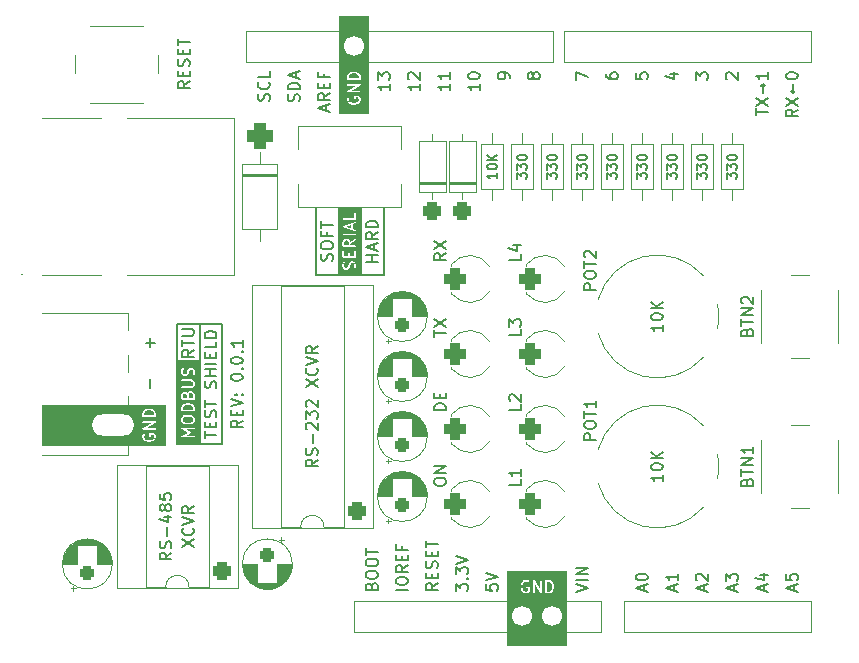
<source format=gbr>
%TF.GenerationSoftware,KiCad,Pcbnew,7.0.9*%
%TF.CreationDate,2023-12-26T16:52:38-05:00*%
%TF.ProjectId,ModbusRTU-Test-Shield,4d6f6462-7573-4525-9455-2d546573742d,0.0.1*%
%TF.SameCoordinates,PX6486dd0PY8062360*%
%TF.FileFunction,Legend,Top*%
%TF.FilePolarity,Positive*%
%FSLAX46Y46*%
G04 Gerber Fmt 4.6, Leading zero omitted, Abs format (unit mm)*
G04 Created by KiCad (PCBNEW 7.0.9) date 2023-12-26 16:52:38*
%MOMM*%
%LPD*%
G01*
G04 APERTURE LIST*
G04 Aperture macros list*
%AMRoundRect*
0 Rectangle with rounded corners*
0 $1 Rounding radius*
0 $2 $3 $4 $5 $6 $7 $8 $9 X,Y pos of 4 corners*
0 Add a 4 corners polygon primitive as box body*
4,1,4,$2,$3,$4,$5,$6,$7,$8,$9,$2,$3,0*
0 Add four circle primitives for the rounded corners*
1,1,$1+$1,$2,$3*
1,1,$1+$1,$4,$5*
1,1,$1+$1,$6,$7*
1,1,$1+$1,$8,$9*
0 Add four rect primitives between the rounded corners*
20,1,$1+$1,$2,$3,$4,$5,0*
20,1,$1+$1,$4,$5,$6,$7,0*
20,1,$1+$1,$6,$7,$8,$9,0*
20,1,$1+$1,$8,$9,$2,$3,0*%
G04 Aperture macros list end*
%ADD10C,0.150000*%
%ADD11C,0.120000*%
%ADD12C,0.100000*%
%ADD13C,1.700000*%
%ADD14RoundRect,0.300000X-0.300000X0.300000X-0.300000X-0.300000X0.300000X-0.300000X0.300000X0.300000X0*%
%ADD15C,1.200000*%
%ADD16RoundRect,0.300000X0.300000X-0.300000X0.300000X0.300000X-0.300000X0.300000X-0.300000X-0.300000X0*%
%ADD17C,2.000000*%
%ADD18RoundRect,0.450000X-0.450000X-0.450000X0.450000X-0.450000X0.450000X0.450000X-0.450000X0.450000X0*%
%ADD19C,1.800000*%
%ADD20C,1.400000*%
%ADD21O,1.400000X1.400000*%
%ADD22RoundRect,0.400000X0.400000X0.400000X-0.400000X0.400000X-0.400000X-0.400000X0.400000X-0.400000X0*%
%ADD23O,1.600000X1.600000*%
%ADD24RoundRect,0.400000X0.400000X-0.400000X0.400000X0.400000X-0.400000X0.400000X-0.400000X-0.400000X0*%
%ADD25O,3.600000X1.800000*%
%ADD26O,1.400000X1.900000*%
%ADD27C,2.500000*%
%ADD28C,3.200000*%
%ADD29C,2.340000*%
%ADD30RoundRect,0.550000X-0.550000X0.550000X-0.550000X-0.550000X0.550000X-0.550000X0.550000X0.550000X0*%
%ADD31O,2.200000X2.200000*%
%ADD32C,3.250000*%
%ADD33C,1.520000*%
G04 APERTURE END LIST*
D10*
X11430000Y27305000D02*
X15240000Y27305000D01*
X15240000Y17145000D01*
X11430000Y17145000D01*
X11430000Y27305000D01*
X25082500Y37147500D02*
X25082500Y31432500D01*
X26987500Y37147500D02*
X26987500Y31432500D01*
X23177500Y31432500D02*
X28892500Y31432500D01*
X11430000Y24130000D02*
X13335000Y24130000D01*
X13335000Y17145000D02*
X13335000Y27305000D01*
X23177500Y37147500D02*
X23177500Y31432500D01*
X28892500Y31432500D02*
X28892500Y37147500D01*
X12837319Y25122262D02*
X12361128Y24788929D01*
X12837319Y24550834D02*
X11837319Y24550834D01*
X11837319Y24550834D02*
X11837319Y24931786D01*
X11837319Y24931786D02*
X11884938Y25027024D01*
X11884938Y25027024D02*
X11932557Y25074643D01*
X11932557Y25074643D02*
X12027795Y25122262D01*
X12027795Y25122262D02*
X12170652Y25122262D01*
X12170652Y25122262D02*
X12265890Y25074643D01*
X12265890Y25074643D02*
X12313509Y25027024D01*
X12313509Y25027024D02*
X12361128Y24931786D01*
X12361128Y24931786D02*
X12361128Y24550834D01*
X11837319Y25407977D02*
X11837319Y25979405D01*
X12837319Y25693691D02*
X11837319Y25693691D01*
X11837319Y26312739D02*
X12646842Y26312739D01*
X12646842Y26312739D02*
X12742080Y26360358D01*
X12742080Y26360358D02*
X12789700Y26407977D01*
X12789700Y26407977D02*
X12837319Y26503215D01*
X12837319Y26503215D02*
X12837319Y26693691D01*
X12837319Y26693691D02*
X12789700Y26788929D01*
X12789700Y26788929D02*
X12742080Y26836548D01*
X12742080Y26836548D02*
X12646842Y26884167D01*
X12646842Y26884167D02*
X11837319Y26884167D01*
X13742319Y17653572D02*
X13742319Y18225000D01*
X14742319Y17939286D02*
X13742319Y17939286D01*
X14218509Y18558334D02*
X14218509Y18891667D01*
X14742319Y19034524D02*
X14742319Y18558334D01*
X14742319Y18558334D02*
X13742319Y18558334D01*
X13742319Y18558334D02*
X13742319Y19034524D01*
X14694700Y19415477D02*
X14742319Y19558334D01*
X14742319Y19558334D02*
X14742319Y19796429D01*
X14742319Y19796429D02*
X14694700Y19891667D01*
X14694700Y19891667D02*
X14647080Y19939286D01*
X14647080Y19939286D02*
X14551842Y19986905D01*
X14551842Y19986905D02*
X14456604Y19986905D01*
X14456604Y19986905D02*
X14361366Y19939286D01*
X14361366Y19939286D02*
X14313747Y19891667D01*
X14313747Y19891667D02*
X14266128Y19796429D01*
X14266128Y19796429D02*
X14218509Y19605953D01*
X14218509Y19605953D02*
X14170890Y19510715D01*
X14170890Y19510715D02*
X14123271Y19463096D01*
X14123271Y19463096D02*
X14028033Y19415477D01*
X14028033Y19415477D02*
X13932795Y19415477D01*
X13932795Y19415477D02*
X13837557Y19463096D01*
X13837557Y19463096D02*
X13789938Y19510715D01*
X13789938Y19510715D02*
X13742319Y19605953D01*
X13742319Y19605953D02*
X13742319Y19844048D01*
X13742319Y19844048D02*
X13789938Y19986905D01*
X13742319Y20272620D02*
X13742319Y20844048D01*
X14742319Y20558334D02*
X13742319Y20558334D01*
X14694700Y21891668D02*
X14742319Y22034525D01*
X14742319Y22034525D02*
X14742319Y22272620D01*
X14742319Y22272620D02*
X14694700Y22367858D01*
X14694700Y22367858D02*
X14647080Y22415477D01*
X14647080Y22415477D02*
X14551842Y22463096D01*
X14551842Y22463096D02*
X14456604Y22463096D01*
X14456604Y22463096D02*
X14361366Y22415477D01*
X14361366Y22415477D02*
X14313747Y22367858D01*
X14313747Y22367858D02*
X14266128Y22272620D01*
X14266128Y22272620D02*
X14218509Y22082144D01*
X14218509Y22082144D02*
X14170890Y21986906D01*
X14170890Y21986906D02*
X14123271Y21939287D01*
X14123271Y21939287D02*
X14028033Y21891668D01*
X14028033Y21891668D02*
X13932795Y21891668D01*
X13932795Y21891668D02*
X13837557Y21939287D01*
X13837557Y21939287D02*
X13789938Y21986906D01*
X13789938Y21986906D02*
X13742319Y22082144D01*
X13742319Y22082144D02*
X13742319Y22320239D01*
X13742319Y22320239D02*
X13789938Y22463096D01*
X14742319Y22891668D02*
X13742319Y22891668D01*
X14218509Y22891668D02*
X14218509Y23463096D01*
X14742319Y23463096D02*
X13742319Y23463096D01*
X14742319Y23939287D02*
X13742319Y23939287D01*
X14218509Y24415477D02*
X14218509Y24748810D01*
X14742319Y24891667D02*
X14742319Y24415477D01*
X14742319Y24415477D02*
X13742319Y24415477D01*
X13742319Y24415477D02*
X13742319Y24891667D01*
X14742319Y25796429D02*
X14742319Y25320239D01*
X14742319Y25320239D02*
X13742319Y25320239D01*
X14742319Y26129763D02*
X13742319Y26129763D01*
X13742319Y26129763D02*
X13742319Y26367858D01*
X13742319Y26367858D02*
X13789938Y26510715D01*
X13789938Y26510715D02*
X13885176Y26605953D01*
X13885176Y26605953D02*
X13980414Y26653572D01*
X13980414Y26653572D02*
X14170890Y26701191D01*
X14170890Y26701191D02*
X14313747Y26701191D01*
X14313747Y26701191D02*
X14504223Y26653572D01*
X14504223Y26653572D02*
X14599461Y26605953D01*
X14599461Y26605953D02*
X14694700Y26510715D01*
X14694700Y26510715D02*
X14742319Y26367858D01*
X14742319Y26367858D02*
X14742319Y26129763D01*
X16964819Y19129763D02*
X16488628Y18796430D01*
X16964819Y18558335D02*
X15964819Y18558335D01*
X15964819Y18558335D02*
X15964819Y18939287D01*
X15964819Y18939287D02*
X16012438Y19034525D01*
X16012438Y19034525D02*
X16060057Y19082144D01*
X16060057Y19082144D02*
X16155295Y19129763D01*
X16155295Y19129763D02*
X16298152Y19129763D01*
X16298152Y19129763D02*
X16393390Y19082144D01*
X16393390Y19082144D02*
X16441009Y19034525D01*
X16441009Y19034525D02*
X16488628Y18939287D01*
X16488628Y18939287D02*
X16488628Y18558335D01*
X16441009Y19558335D02*
X16441009Y19891668D01*
X16964819Y20034525D02*
X16964819Y19558335D01*
X16964819Y19558335D02*
X15964819Y19558335D01*
X15964819Y19558335D02*
X15964819Y20034525D01*
X15964819Y20320240D02*
X16964819Y20653573D01*
X16964819Y20653573D02*
X15964819Y20986906D01*
X16869580Y21320240D02*
X16917200Y21367859D01*
X16917200Y21367859D02*
X16964819Y21320240D01*
X16964819Y21320240D02*
X16917200Y21272621D01*
X16917200Y21272621D02*
X16869580Y21320240D01*
X16869580Y21320240D02*
X16964819Y21320240D01*
X16345771Y21320240D02*
X16393390Y21367859D01*
X16393390Y21367859D02*
X16441009Y21320240D01*
X16441009Y21320240D02*
X16393390Y21272621D01*
X16393390Y21272621D02*
X16345771Y21320240D01*
X16345771Y21320240D02*
X16441009Y21320240D01*
X15964819Y22748811D02*
X15964819Y22844049D01*
X15964819Y22844049D02*
X16012438Y22939287D01*
X16012438Y22939287D02*
X16060057Y22986906D01*
X16060057Y22986906D02*
X16155295Y23034525D01*
X16155295Y23034525D02*
X16345771Y23082144D01*
X16345771Y23082144D02*
X16583866Y23082144D01*
X16583866Y23082144D02*
X16774342Y23034525D01*
X16774342Y23034525D02*
X16869580Y22986906D01*
X16869580Y22986906D02*
X16917200Y22939287D01*
X16917200Y22939287D02*
X16964819Y22844049D01*
X16964819Y22844049D02*
X16964819Y22748811D01*
X16964819Y22748811D02*
X16917200Y22653573D01*
X16917200Y22653573D02*
X16869580Y22605954D01*
X16869580Y22605954D02*
X16774342Y22558335D01*
X16774342Y22558335D02*
X16583866Y22510716D01*
X16583866Y22510716D02*
X16345771Y22510716D01*
X16345771Y22510716D02*
X16155295Y22558335D01*
X16155295Y22558335D02*
X16060057Y22605954D01*
X16060057Y22605954D02*
X16012438Y22653573D01*
X16012438Y22653573D02*
X15964819Y22748811D01*
X16869580Y23510716D02*
X16917200Y23558335D01*
X16917200Y23558335D02*
X16964819Y23510716D01*
X16964819Y23510716D02*
X16917200Y23463097D01*
X16917200Y23463097D02*
X16869580Y23510716D01*
X16869580Y23510716D02*
X16964819Y23510716D01*
X15964819Y24177382D02*
X15964819Y24272620D01*
X15964819Y24272620D02*
X16012438Y24367858D01*
X16012438Y24367858D02*
X16060057Y24415477D01*
X16060057Y24415477D02*
X16155295Y24463096D01*
X16155295Y24463096D02*
X16345771Y24510715D01*
X16345771Y24510715D02*
X16583866Y24510715D01*
X16583866Y24510715D02*
X16774342Y24463096D01*
X16774342Y24463096D02*
X16869580Y24415477D01*
X16869580Y24415477D02*
X16917200Y24367858D01*
X16917200Y24367858D02*
X16964819Y24272620D01*
X16964819Y24272620D02*
X16964819Y24177382D01*
X16964819Y24177382D02*
X16917200Y24082144D01*
X16917200Y24082144D02*
X16869580Y24034525D01*
X16869580Y24034525D02*
X16774342Y23986906D01*
X16774342Y23986906D02*
X16583866Y23939287D01*
X16583866Y23939287D02*
X16345771Y23939287D01*
X16345771Y23939287D02*
X16155295Y23986906D01*
X16155295Y23986906D02*
X16060057Y24034525D01*
X16060057Y24034525D02*
X16012438Y24082144D01*
X16012438Y24082144D02*
X15964819Y24177382D01*
X16869580Y24939287D02*
X16917200Y24986906D01*
X16917200Y24986906D02*
X16964819Y24939287D01*
X16964819Y24939287D02*
X16917200Y24891668D01*
X16917200Y24891668D02*
X16869580Y24939287D01*
X16869580Y24939287D02*
X16964819Y24939287D01*
X16964819Y25939286D02*
X16964819Y25367858D01*
X16964819Y25653572D02*
X15964819Y25653572D01*
X15964819Y25653572D02*
X16107676Y25558334D01*
X16107676Y25558334D02*
X16202914Y25463096D01*
X16202914Y25463096D02*
X16250533Y25367858D01*
G36*
X12656117Y19426921D02*
G01*
X12728061Y19354978D01*
X12762319Y19286462D01*
X12762319Y19131396D01*
X12728061Y19062881D01*
X12656117Y18990938D01*
X12494751Y18950596D01*
X12179886Y18950596D01*
X12018519Y18990938D01*
X11946577Y19062880D01*
X11912319Y19131396D01*
X11912319Y19286462D01*
X11946577Y19354978D01*
X12018519Y19426921D01*
X12179886Y19467262D01*
X12494751Y19467262D01*
X12656117Y19426921D01*
G37*
G36*
X12573047Y20423879D02*
G01*
X12650034Y20385385D01*
X12724148Y20311272D01*
X12762319Y20196759D01*
X12762319Y20045834D01*
X11912319Y20045834D01*
X11912319Y20196759D01*
X11950490Y20311273D01*
X12024603Y20385385D01*
X12101590Y20423879D01*
X12275124Y20467262D01*
X12399513Y20467262D01*
X12573047Y20423879D01*
G37*
G36*
X12173844Y21385385D02*
G01*
X12204251Y21354978D01*
X12238509Y21286462D01*
X12238509Y21045834D01*
X11912319Y21045834D01*
X11912319Y21286462D01*
X11946577Y21354978D01*
X11976984Y21385385D01*
X12045500Y21419643D01*
X12105328Y21419643D01*
X12173844Y21385385D01*
G37*
G36*
X12697653Y21433004D02*
G01*
X12728061Y21402597D01*
X12762319Y21334081D01*
X12762319Y21045834D01*
X12388509Y21045834D01*
X12388509Y21291997D01*
X12426680Y21406511D01*
X12453174Y21433004D01*
X12521690Y21467262D01*
X12629137Y21467262D01*
X12697653Y21433004D01*
G37*
G36*
X13055176Y17562501D02*
G01*
X11619462Y17562501D01*
X11619462Y18440509D01*
X11762602Y18440509D01*
X11769522Y18425658D01*
X11772367Y18409524D01*
X11780039Y18403086D01*
X11784270Y18394007D01*
X11805603Y18379060D01*
X12374250Y18113691D01*
X11805603Y17848322D01*
X11798522Y17841237D01*
X11789110Y17837811D01*
X11780917Y17823622D01*
X11769337Y17812034D01*
X11768466Y17802058D01*
X11763458Y17793382D01*
X11766303Y17777247D01*
X11764880Y17760925D01*
X11770627Y17752722D01*
X11772367Y17742858D01*
X11784917Y17732327D01*
X11794319Y17718909D01*
X11803993Y17716320D01*
X11811667Y17709881D01*
X11837319Y17705358D01*
X12837319Y17705358D01*
X12885528Y17722905D01*
X12911180Y17767334D01*
X12902271Y17817858D01*
X12862971Y17850835D01*
X12837319Y17855358D01*
X12175387Y17855358D01*
X12583321Y18045727D01*
X12597079Y18059494D01*
X12613028Y18070654D01*
X12614787Y18077214D01*
X12619586Y18082015D01*
X12621277Y18101404D01*
X12626321Y18120205D01*
X12623453Y18126359D01*
X12624044Y18133124D01*
X12612872Y18149068D01*
X12604653Y18166708D01*
X12596518Y18172408D01*
X12594604Y18175140D01*
X12591392Y18176000D01*
X12583321Y18181655D01*
X12175387Y18372024D01*
X12837319Y18372024D01*
X12885528Y18389571D01*
X12911180Y18434000D01*
X12902271Y18484524D01*
X12862971Y18517501D01*
X12837319Y18522024D01*
X11837319Y18522024D01*
X11827906Y18518599D01*
X11817929Y18519474D01*
X11804504Y18510081D01*
X11789110Y18504477D01*
X11784102Y18495805D01*
X11775895Y18490061D01*
X11771649Y18474236D01*
X11763458Y18460048D01*
X11765197Y18450184D01*
X11762602Y18440509D01*
X11619462Y18440509D01*
X11619462Y19113691D01*
X11762319Y19113691D01*
X11763852Y19109478D01*
X11762811Y19105117D01*
X11770237Y19080150D01*
X11817856Y18984912D01*
X11819045Y18983787D01*
X11831905Y18965420D01*
X11927143Y18870182D01*
X11933850Y18867055D01*
X11938197Y18861064D01*
X11961986Y18850454D01*
X12152462Y18802835D01*
X12155910Y18803196D01*
X12170652Y18800596D01*
X12503985Y18800596D01*
X12507242Y18801782D01*
X12522175Y18802835D01*
X12712651Y18850454D01*
X12718783Y18854597D01*
X12726157Y18855241D01*
X12747494Y18870182D01*
X12842733Y18965420D01*
X12843424Y18966903D01*
X12856782Y18984912D01*
X12904401Y19080150D01*
X12904913Y19084604D01*
X12907796Y19088039D01*
X12912319Y19113691D01*
X12912319Y19304167D01*
X12910785Y19308381D01*
X12911827Y19312742D01*
X12904401Y19337708D01*
X12856782Y19432946D01*
X12855595Y19434070D01*
X12842733Y19452438D01*
X12747494Y19547676D01*
X12740786Y19550804D01*
X12736440Y19556794D01*
X12712651Y19567404D01*
X12522175Y19615023D01*
X12518726Y19614663D01*
X12503985Y19617262D01*
X12170652Y19617262D01*
X12167394Y19616077D01*
X12152462Y19615023D01*
X11961986Y19567404D01*
X11955853Y19563263D01*
X11948480Y19562617D01*
X11927143Y19547676D01*
X11831905Y19452438D01*
X11831214Y19450957D01*
X11817856Y19432946D01*
X11770237Y19337708D01*
X11769724Y19333255D01*
X11766842Y19329819D01*
X11762319Y19304167D01*
X11762319Y19113691D01*
X11619462Y19113691D01*
X11619462Y19970834D01*
X11762319Y19970834D01*
X11768982Y19952526D01*
X11772367Y19933334D01*
X11777551Y19928984D01*
X11779866Y19922625D01*
X11796739Y19912883D01*
X11811667Y19900357D01*
X11821409Y19898640D01*
X11824295Y19896973D01*
X11827577Y19897552D01*
X11837319Y19895834D01*
X12837319Y19895834D01*
X12855627Y19902498D01*
X12874819Y19905882D01*
X12879169Y19911067D01*
X12885528Y19913381D01*
X12895270Y19930255D01*
X12907796Y19945182D01*
X12909513Y19954925D01*
X12911180Y19957810D01*
X12910601Y19961093D01*
X12912319Y19970834D01*
X12912319Y20208929D01*
X12911759Y20210467D01*
X12908470Y20232647D01*
X12860851Y20375503D01*
X12858064Y20379014D01*
X12857674Y20383482D01*
X12842733Y20404819D01*
X12747494Y20500057D01*
X12746012Y20500748D01*
X12728002Y20514106D01*
X12632764Y20561725D01*
X12629235Y20562132D01*
X12617413Y20567404D01*
X12426937Y20615023D01*
X12423488Y20614663D01*
X12408747Y20617262D01*
X12265890Y20617262D01*
X12262632Y20616077D01*
X12247700Y20615023D01*
X12057224Y20567404D01*
X12054279Y20565416D01*
X12041873Y20561725D01*
X11946635Y20514106D01*
X11945511Y20512920D01*
X11927143Y20500057D01*
X11831905Y20404819D01*
X11830010Y20400756D01*
X11826189Y20398408D01*
X11813787Y20375503D01*
X11766168Y20232646D01*
X11766212Y20231012D01*
X11762319Y20208929D01*
X11762319Y19970834D01*
X11619462Y19970834D01*
X11619462Y20970834D01*
X11762319Y20970834D01*
X11768982Y20952526D01*
X11772367Y20933334D01*
X11777551Y20928984D01*
X11779866Y20922625D01*
X11796739Y20912883D01*
X11811667Y20900357D01*
X11821409Y20898640D01*
X11824295Y20896973D01*
X11827577Y20897552D01*
X11837319Y20895834D01*
X12837319Y20895834D01*
X12855627Y20902498D01*
X12874819Y20905882D01*
X12879169Y20911067D01*
X12885528Y20913381D01*
X12895270Y20930255D01*
X12907796Y20945182D01*
X12909513Y20954925D01*
X12911180Y20957810D01*
X12910601Y20961093D01*
X12912319Y20970834D01*
X12912319Y21351786D01*
X12910785Y21356000D01*
X12911827Y21360361D01*
X12904401Y21385327D01*
X12856782Y21480565D01*
X12855594Y21481690D01*
X12842732Y21500058D01*
X12795112Y21547677D01*
X12793629Y21548369D01*
X12775621Y21561725D01*
X12680383Y21609344D01*
X12675929Y21609857D01*
X12672494Y21612739D01*
X12646842Y21617262D01*
X12503985Y21617262D01*
X12499771Y21615729D01*
X12495410Y21616770D01*
X12470444Y21609344D01*
X12375206Y21561725D01*
X12374080Y21560536D01*
X12355714Y21547676D01*
X12308095Y21500057D01*
X12306200Y21495994D01*
X12302379Y21493646D01*
X12293715Y21477646D01*
X12271304Y21500057D01*
X12269822Y21500748D01*
X12251812Y21514106D01*
X12156574Y21561725D01*
X12152120Y21562238D01*
X12148685Y21565120D01*
X12123033Y21569643D01*
X12027795Y21569643D01*
X12023581Y21568110D01*
X12019220Y21569151D01*
X11994254Y21561725D01*
X11899016Y21514106D01*
X11897890Y21512917D01*
X11879524Y21500057D01*
X11831905Y21452438D01*
X11831214Y21450957D01*
X11817856Y21432946D01*
X11770237Y21337708D01*
X11769724Y21333255D01*
X11766842Y21329819D01*
X11762319Y21304167D01*
X11762319Y20970834D01*
X11619462Y20970834D01*
X11619462Y21983858D01*
X11763458Y21983858D01*
X11772367Y21933334D01*
X11811667Y21900357D01*
X11837319Y21895834D01*
X12646842Y21895834D01*
X12651055Y21897368D01*
X12655416Y21896326D01*
X12680383Y21903752D01*
X12775621Y21951371D01*
X12776746Y21952560D01*
X12795112Y21965419D01*
X12842732Y22013038D01*
X12843422Y22014520D01*
X12856782Y22032531D01*
X12904401Y22127769D01*
X12904913Y22132223D01*
X12907796Y22135658D01*
X12912319Y22161310D01*
X12912319Y22351786D01*
X12910785Y22356000D01*
X12911827Y22360361D01*
X12904401Y22385327D01*
X12856782Y22480565D01*
X12855594Y22481690D01*
X12842732Y22500058D01*
X12795112Y22547677D01*
X12793629Y22548369D01*
X12775621Y22561725D01*
X12680383Y22609344D01*
X12675929Y22609857D01*
X12672494Y22612739D01*
X12646842Y22617262D01*
X11837319Y22617262D01*
X11789110Y22599715D01*
X11763458Y22555286D01*
X11772367Y22504762D01*
X11811667Y22471785D01*
X11837319Y22467262D01*
X12629137Y22467262D01*
X12697653Y22433004D01*
X12728061Y22402597D01*
X12762319Y22334081D01*
X12762319Y22179015D01*
X12728061Y22110500D01*
X12697653Y22080093D01*
X12629137Y22045834D01*
X11837319Y22045834D01*
X11789110Y22028287D01*
X11763458Y21983858D01*
X11619462Y21983858D01*
X11619462Y23161310D01*
X11762319Y23161310D01*
X11763852Y23157097D01*
X11762811Y23152736D01*
X11770237Y23127769D01*
X11817856Y23032531D01*
X11819045Y23031406D01*
X11831905Y23013039D01*
X11879524Y22965420D01*
X11881005Y22964729D01*
X11899016Y22951371D01*
X11994254Y22903752D01*
X11998707Y22903240D01*
X12002143Y22900357D01*
X12027795Y22895834D01*
X12123033Y22895834D01*
X12127246Y22897368D01*
X12131607Y22896326D01*
X12156574Y22903752D01*
X12251812Y22951371D01*
X12252937Y22952561D01*
X12271304Y22965420D01*
X12318923Y23013039D01*
X12319614Y23014521D01*
X12332972Y23032531D01*
X12380591Y23127769D01*
X12380997Y23131298D01*
X12386270Y23143120D01*
X12431892Y23325610D01*
X12470386Y23402597D01*
X12500793Y23433004D01*
X12569309Y23467262D01*
X12629137Y23467262D01*
X12697653Y23433004D01*
X12728061Y23402597D01*
X12762319Y23334081D01*
X12762319Y23125861D01*
X12718549Y22994551D01*
X12719950Y22943267D01*
X12753987Y22904882D01*
X12804736Y22897357D01*
X12848448Y22924212D01*
X12860851Y22947117D01*
X12908470Y23089973D01*
X12908425Y23091609D01*
X12912319Y23113691D01*
X12912319Y23351786D01*
X12910785Y23356000D01*
X12911827Y23360361D01*
X12904401Y23385327D01*
X12856782Y23480565D01*
X12855594Y23481690D01*
X12842732Y23500058D01*
X12795112Y23547677D01*
X12793629Y23548369D01*
X12775621Y23561725D01*
X12680383Y23609344D01*
X12675929Y23609857D01*
X12672494Y23612739D01*
X12646842Y23617262D01*
X12551604Y23617262D01*
X12547390Y23615729D01*
X12543029Y23616770D01*
X12518063Y23609344D01*
X12422825Y23561725D01*
X12421699Y23560536D01*
X12403333Y23547676D01*
X12355714Y23500057D01*
X12355023Y23498576D01*
X12341665Y23480565D01*
X12294046Y23385327D01*
X12293639Y23381799D01*
X12288367Y23369976D01*
X12242744Y23187486D01*
X12204251Y23110499D01*
X12173844Y23080092D01*
X12105328Y23045834D01*
X12045500Y23045834D01*
X11976984Y23080092D01*
X11946577Y23110499D01*
X11912319Y23179015D01*
X11912319Y23387235D01*
X11956089Y23518544D01*
X11954688Y23569828D01*
X11920650Y23608214D01*
X11869902Y23615739D01*
X11826189Y23588884D01*
X11813787Y23565979D01*
X11766168Y23423122D01*
X11766212Y23421488D01*
X11762319Y23399405D01*
X11762319Y23161310D01*
X11619462Y23161310D01*
X11619462Y23760119D01*
X13055176Y23760119D01*
X13055176Y17562501D01*
G37*
X45174819Y4638923D02*
X46174819Y4972256D01*
X46174819Y4972256D02*
X45174819Y5305589D01*
X46174819Y5638923D02*
X45174819Y5638923D01*
X46174819Y6115113D02*
X45174819Y6115113D01*
X45174819Y6115113D02*
X46174819Y6686541D01*
X46174819Y6686541D02*
X45174819Y6686541D01*
X35014819Y4686542D02*
X35014819Y5305589D01*
X35014819Y5305589D02*
X35395771Y4972256D01*
X35395771Y4972256D02*
X35395771Y5115113D01*
X35395771Y5115113D02*
X35443390Y5210351D01*
X35443390Y5210351D02*
X35491009Y5257970D01*
X35491009Y5257970D02*
X35586247Y5305589D01*
X35586247Y5305589D02*
X35824342Y5305589D01*
X35824342Y5305589D02*
X35919580Y5257970D01*
X35919580Y5257970D02*
X35967200Y5210351D01*
X35967200Y5210351D02*
X36014819Y5115113D01*
X36014819Y5115113D02*
X36014819Y4829399D01*
X36014819Y4829399D02*
X35967200Y4734161D01*
X35967200Y4734161D02*
X35919580Y4686542D01*
X35919580Y5734161D02*
X35967200Y5781780D01*
X35967200Y5781780D02*
X36014819Y5734161D01*
X36014819Y5734161D02*
X35967200Y5686542D01*
X35967200Y5686542D02*
X35919580Y5734161D01*
X35919580Y5734161D02*
X36014819Y5734161D01*
X35014819Y6115113D02*
X35014819Y6734160D01*
X35014819Y6734160D02*
X35395771Y6400827D01*
X35395771Y6400827D02*
X35395771Y6543684D01*
X35395771Y6543684D02*
X35443390Y6638922D01*
X35443390Y6638922D02*
X35491009Y6686541D01*
X35491009Y6686541D02*
X35586247Y6734160D01*
X35586247Y6734160D02*
X35824342Y6734160D01*
X35824342Y6734160D02*
X35919580Y6686541D01*
X35919580Y6686541D02*
X35967200Y6638922D01*
X35967200Y6638922D02*
X36014819Y6543684D01*
X36014819Y6543684D02*
X36014819Y6257970D01*
X36014819Y6257970D02*
X35967200Y6162732D01*
X35967200Y6162732D02*
X35919580Y6115113D01*
X35014819Y7019875D02*
X36014819Y7353208D01*
X36014819Y7353208D02*
X35014819Y7686541D01*
X33474819Y5353208D02*
X32998628Y5019875D01*
X33474819Y4781780D02*
X32474819Y4781780D01*
X32474819Y4781780D02*
X32474819Y5162732D01*
X32474819Y5162732D02*
X32522438Y5257970D01*
X32522438Y5257970D02*
X32570057Y5305589D01*
X32570057Y5305589D02*
X32665295Y5353208D01*
X32665295Y5353208D02*
X32808152Y5353208D01*
X32808152Y5353208D02*
X32903390Y5305589D01*
X32903390Y5305589D02*
X32951009Y5257970D01*
X32951009Y5257970D02*
X32998628Y5162732D01*
X32998628Y5162732D02*
X32998628Y4781780D01*
X32951009Y5781780D02*
X32951009Y6115113D01*
X33474819Y6257970D02*
X33474819Y5781780D01*
X33474819Y5781780D02*
X32474819Y5781780D01*
X32474819Y5781780D02*
X32474819Y6257970D01*
X33427200Y6638923D02*
X33474819Y6781780D01*
X33474819Y6781780D02*
X33474819Y7019875D01*
X33474819Y7019875D02*
X33427200Y7115113D01*
X33427200Y7115113D02*
X33379580Y7162732D01*
X33379580Y7162732D02*
X33284342Y7210351D01*
X33284342Y7210351D02*
X33189104Y7210351D01*
X33189104Y7210351D02*
X33093866Y7162732D01*
X33093866Y7162732D02*
X33046247Y7115113D01*
X33046247Y7115113D02*
X32998628Y7019875D01*
X32998628Y7019875D02*
X32951009Y6829399D01*
X32951009Y6829399D02*
X32903390Y6734161D01*
X32903390Y6734161D02*
X32855771Y6686542D01*
X32855771Y6686542D02*
X32760533Y6638923D01*
X32760533Y6638923D02*
X32665295Y6638923D01*
X32665295Y6638923D02*
X32570057Y6686542D01*
X32570057Y6686542D02*
X32522438Y6734161D01*
X32522438Y6734161D02*
X32474819Y6829399D01*
X32474819Y6829399D02*
X32474819Y7067494D01*
X32474819Y7067494D02*
X32522438Y7210351D01*
X32951009Y7638923D02*
X32951009Y7972256D01*
X33474819Y8115113D02*
X33474819Y7638923D01*
X33474819Y7638923D02*
X32474819Y7638923D01*
X32474819Y7638923D02*
X32474819Y8115113D01*
X32474819Y8400828D02*
X32474819Y8972256D01*
X33474819Y8686542D02*
X32474819Y8686542D01*
X27871009Y5115113D02*
X27918628Y5257970D01*
X27918628Y5257970D02*
X27966247Y5305589D01*
X27966247Y5305589D02*
X28061485Y5353208D01*
X28061485Y5353208D02*
X28204342Y5353208D01*
X28204342Y5353208D02*
X28299580Y5305589D01*
X28299580Y5305589D02*
X28347200Y5257970D01*
X28347200Y5257970D02*
X28394819Y5162732D01*
X28394819Y5162732D02*
X28394819Y4781780D01*
X28394819Y4781780D02*
X27394819Y4781780D01*
X27394819Y4781780D02*
X27394819Y5115113D01*
X27394819Y5115113D02*
X27442438Y5210351D01*
X27442438Y5210351D02*
X27490057Y5257970D01*
X27490057Y5257970D02*
X27585295Y5305589D01*
X27585295Y5305589D02*
X27680533Y5305589D01*
X27680533Y5305589D02*
X27775771Y5257970D01*
X27775771Y5257970D02*
X27823390Y5210351D01*
X27823390Y5210351D02*
X27871009Y5115113D01*
X27871009Y5115113D02*
X27871009Y4781780D01*
X27394819Y5972256D02*
X27394819Y6162732D01*
X27394819Y6162732D02*
X27442438Y6257970D01*
X27442438Y6257970D02*
X27537676Y6353208D01*
X27537676Y6353208D02*
X27728152Y6400827D01*
X27728152Y6400827D02*
X28061485Y6400827D01*
X28061485Y6400827D02*
X28251961Y6353208D01*
X28251961Y6353208D02*
X28347200Y6257970D01*
X28347200Y6257970D02*
X28394819Y6162732D01*
X28394819Y6162732D02*
X28394819Y5972256D01*
X28394819Y5972256D02*
X28347200Y5877018D01*
X28347200Y5877018D02*
X28251961Y5781780D01*
X28251961Y5781780D02*
X28061485Y5734161D01*
X28061485Y5734161D02*
X27728152Y5734161D01*
X27728152Y5734161D02*
X27537676Y5781780D01*
X27537676Y5781780D02*
X27442438Y5877018D01*
X27442438Y5877018D02*
X27394819Y5972256D01*
X27394819Y7019875D02*
X27394819Y7210351D01*
X27394819Y7210351D02*
X27442438Y7305589D01*
X27442438Y7305589D02*
X27537676Y7400827D01*
X27537676Y7400827D02*
X27728152Y7448446D01*
X27728152Y7448446D02*
X28061485Y7448446D01*
X28061485Y7448446D02*
X28251961Y7400827D01*
X28251961Y7400827D02*
X28347200Y7305589D01*
X28347200Y7305589D02*
X28394819Y7210351D01*
X28394819Y7210351D02*
X28394819Y7019875D01*
X28394819Y7019875D02*
X28347200Y6924637D01*
X28347200Y6924637D02*
X28251961Y6829399D01*
X28251961Y6829399D02*
X28061485Y6781780D01*
X28061485Y6781780D02*
X27728152Y6781780D01*
X27728152Y6781780D02*
X27537676Y6829399D01*
X27537676Y6829399D02*
X27442438Y6924637D01*
X27442438Y6924637D02*
X27394819Y7019875D01*
X27394819Y7734161D02*
X27394819Y8305589D01*
X28394819Y8019875D02*
X27394819Y8019875D01*
X30934819Y4781780D02*
X29934819Y4781780D01*
X29934819Y5448446D02*
X29934819Y5638922D01*
X29934819Y5638922D02*
X29982438Y5734160D01*
X29982438Y5734160D02*
X30077676Y5829398D01*
X30077676Y5829398D02*
X30268152Y5877017D01*
X30268152Y5877017D02*
X30601485Y5877017D01*
X30601485Y5877017D02*
X30791961Y5829398D01*
X30791961Y5829398D02*
X30887200Y5734160D01*
X30887200Y5734160D02*
X30934819Y5638922D01*
X30934819Y5638922D02*
X30934819Y5448446D01*
X30934819Y5448446D02*
X30887200Y5353208D01*
X30887200Y5353208D02*
X30791961Y5257970D01*
X30791961Y5257970D02*
X30601485Y5210351D01*
X30601485Y5210351D02*
X30268152Y5210351D01*
X30268152Y5210351D02*
X30077676Y5257970D01*
X30077676Y5257970D02*
X29982438Y5353208D01*
X29982438Y5353208D02*
X29934819Y5448446D01*
X30934819Y6877017D02*
X30458628Y6543684D01*
X30934819Y6305589D02*
X29934819Y6305589D01*
X29934819Y6305589D02*
X29934819Y6686541D01*
X29934819Y6686541D02*
X29982438Y6781779D01*
X29982438Y6781779D02*
X30030057Y6829398D01*
X30030057Y6829398D02*
X30125295Y6877017D01*
X30125295Y6877017D02*
X30268152Y6877017D01*
X30268152Y6877017D02*
X30363390Y6829398D01*
X30363390Y6829398D02*
X30411009Y6781779D01*
X30411009Y6781779D02*
X30458628Y6686541D01*
X30458628Y6686541D02*
X30458628Y6305589D01*
X30411009Y7305589D02*
X30411009Y7638922D01*
X30934819Y7781779D02*
X30934819Y7305589D01*
X30934819Y7305589D02*
X29934819Y7305589D01*
X29934819Y7305589D02*
X29934819Y7781779D01*
X30411009Y8543684D02*
X30411009Y8210351D01*
X30934819Y8210351D02*
X29934819Y8210351D01*
X29934819Y8210351D02*
X29934819Y8686541D01*
X37554819Y5257970D02*
X37554819Y4781780D01*
X37554819Y4781780D02*
X38031009Y4734161D01*
X38031009Y4734161D02*
X37983390Y4781780D01*
X37983390Y4781780D02*
X37935771Y4877018D01*
X37935771Y4877018D02*
X37935771Y5115113D01*
X37935771Y5115113D02*
X37983390Y5210351D01*
X37983390Y5210351D02*
X38031009Y5257970D01*
X38031009Y5257970D02*
X38126247Y5305589D01*
X38126247Y5305589D02*
X38364342Y5305589D01*
X38364342Y5305589D02*
X38459580Y5257970D01*
X38459580Y5257970D02*
X38507200Y5210351D01*
X38507200Y5210351D02*
X38554819Y5115113D01*
X38554819Y5115113D02*
X38554819Y4877018D01*
X38554819Y4877018D02*
X38507200Y4781780D01*
X38507200Y4781780D02*
X38459580Y4734161D01*
X37554819Y5591304D02*
X38554819Y5924637D01*
X38554819Y5924637D02*
X37554819Y6257970D01*
G36*
X43012343Y5462010D02*
G01*
X43086456Y5387897D01*
X43124949Y5310910D01*
X43168333Y5137376D01*
X43168333Y5012987D01*
X43124949Y4839453D01*
X43086455Y4762466D01*
X43012343Y4688353D01*
X42897830Y4650181D01*
X42746905Y4650181D01*
X42746905Y5500181D01*
X42897830Y5500181D01*
X43012343Y5462010D01*
G37*
G36*
X43461190Y4357324D02*
G01*
X40358810Y4357324D01*
X40358810Y5003753D01*
X40501667Y5003753D01*
X40502852Y5000496D01*
X40503906Y4985563D01*
X40551525Y4795087D01*
X40553513Y4792143D01*
X40557204Y4779736D01*
X40604823Y4684498D01*
X40606009Y4683375D01*
X40618872Y4665006D01*
X40714110Y4569767D01*
X40718174Y4567872D01*
X40720521Y4564052D01*
X40743426Y4551649D01*
X40886282Y4504030D01*
X40887917Y4504075D01*
X40910000Y4500181D01*
X41005238Y4500181D01*
X41006776Y4500742D01*
X41028955Y4504030D01*
X41171812Y4551649D01*
X41175323Y4554437D01*
X41179792Y4554827D01*
X41201129Y4569768D01*
X41206542Y4575181D01*
X41549286Y4575181D01*
X41566833Y4526972D01*
X41611262Y4501320D01*
X41661786Y4510229D01*
X41694763Y4549529D01*
X41699286Y4575181D01*
X41699286Y5292765D01*
X42130596Y4537970D01*
X42135889Y4533489D01*
X42138261Y4526972D01*
X42154998Y4517309D01*
X42169749Y4504819D01*
X42176683Y4504789D01*
X42182690Y4501320D01*
X42201723Y4504677D01*
X42221051Y4504590D01*
X42226384Y4509025D01*
X42233214Y4510229D01*
X42245638Y4525036D01*
X42260498Y4537392D01*
X42261732Y4544216D01*
X42266191Y4549529D01*
X42270714Y4575181D01*
X42596905Y4575181D01*
X42603568Y4556873D01*
X42606953Y4537681D01*
X42612137Y4533331D01*
X42614452Y4526972D01*
X42631325Y4517230D01*
X42646253Y4504704D01*
X42655995Y4502987D01*
X42658881Y4501320D01*
X42662163Y4501899D01*
X42671905Y4500181D01*
X42910000Y4500181D01*
X42911538Y4500742D01*
X42933717Y4504030D01*
X43076574Y4551649D01*
X43080086Y4554437D01*
X43084553Y4554827D01*
X43105890Y4569767D01*
X43201129Y4665007D01*
X43201820Y4666490D01*
X43215177Y4684498D01*
X43262796Y4779736D01*
X43263202Y4783265D01*
X43268475Y4795087D01*
X43316094Y4985563D01*
X43315733Y4989012D01*
X43318333Y5003753D01*
X43318333Y5146610D01*
X43317147Y5149868D01*
X43316094Y5164800D01*
X43268475Y5355276D01*
X43266486Y5358221D01*
X43262796Y5370627D01*
X43215177Y5465865D01*
X43213990Y5466989D01*
X43201128Y5485357D01*
X43105890Y5580595D01*
X43101826Y5582490D01*
X43099479Y5586311D01*
X43076574Y5598713D01*
X42933717Y5646332D01*
X42932082Y5646288D01*
X42910000Y5650181D01*
X42671905Y5650181D01*
X42653596Y5643518D01*
X42634405Y5640133D01*
X42630054Y5634949D01*
X42623696Y5632634D01*
X42613953Y5615761D01*
X42601428Y5600833D01*
X42599710Y5591091D01*
X42598044Y5588205D01*
X42598622Y5584923D01*
X42596905Y5575181D01*
X42596905Y4575181D01*
X42270714Y4575181D01*
X42270714Y5575181D01*
X42253167Y5623390D01*
X42208738Y5649042D01*
X42158214Y5640133D01*
X42125237Y5600833D01*
X42120714Y5575181D01*
X42120714Y4857598D01*
X41689404Y5612391D01*
X41684111Y5616873D01*
X41681739Y5623390D01*
X41664999Y5633055D01*
X41650251Y5645543D01*
X41643316Y5645574D01*
X41637310Y5649042D01*
X41618276Y5645686D01*
X41598949Y5645772D01*
X41593615Y5641338D01*
X41586786Y5640133D01*
X41574361Y5625327D01*
X41559502Y5612970D01*
X41558267Y5606147D01*
X41553809Y5600833D01*
X41549286Y5575181D01*
X41549286Y4575181D01*
X41206542Y4575181D01*
X41248747Y4617387D01*
X41255665Y4632225D01*
X41266191Y4644768D01*
X41269034Y4660896D01*
X41270428Y4663884D01*
X41269905Y4665835D01*
X41270714Y4670420D01*
X41270714Y5003753D01*
X41264050Y5022062D01*
X41260666Y5041253D01*
X41255481Y5045604D01*
X41253167Y5051962D01*
X41236293Y5061705D01*
X41221366Y5074230D01*
X41211623Y5075948D01*
X41208738Y5077614D01*
X41205455Y5077036D01*
X41195714Y5078753D01*
X41005238Y5078753D01*
X40957029Y5061206D01*
X40931377Y5016777D01*
X40940286Y4966253D01*
X40979586Y4933276D01*
X41005238Y4928753D01*
X41120714Y4928753D01*
X41120714Y4701486D01*
X41107581Y4688353D01*
X40993068Y4650181D01*
X40922170Y4650181D01*
X40807657Y4688352D01*
X40733544Y4762466D01*
X40695050Y4839453D01*
X40651667Y5012987D01*
X40651667Y5137376D01*
X40695050Y5310910D01*
X40733544Y5387897D01*
X40807657Y5462010D01*
X40922170Y5500181D01*
X41035152Y5500181D01*
X41114554Y5460480D01*
X41165520Y5454615D01*
X41208333Y5482881D01*
X41222960Y5532056D01*
X41202557Y5579127D01*
X41181636Y5594644D01*
X41086398Y5642263D01*
X41081944Y5642776D01*
X41078509Y5645658D01*
X41052857Y5650181D01*
X40910000Y5650181D01*
X40908462Y5649622D01*
X40886282Y5646332D01*
X40743426Y5598713D01*
X40739915Y5595927D01*
X40735447Y5595536D01*
X40714110Y5580595D01*
X40618872Y5485357D01*
X40618181Y5483876D01*
X40604823Y5465865D01*
X40557204Y5370627D01*
X40556797Y5367099D01*
X40551525Y5355276D01*
X40503906Y5164800D01*
X40504266Y5161352D01*
X40501667Y5146610D01*
X40501667Y5003753D01*
X40358810Y5003753D01*
X40358810Y5793038D01*
X43461190Y5793038D01*
X43461190Y4357324D01*
G37*
X53509104Y4734161D02*
X53509104Y5210351D01*
X53794819Y4638923D02*
X52794819Y4972256D01*
X52794819Y4972256D02*
X53794819Y5305589D01*
X53794819Y6162732D02*
X53794819Y5591304D01*
X53794819Y5877018D02*
X52794819Y5877018D01*
X52794819Y5877018D02*
X52937676Y5781780D01*
X52937676Y5781780D02*
X53032914Y5686542D01*
X53032914Y5686542D02*
X53080533Y5591304D01*
X63669104Y4734161D02*
X63669104Y5210351D01*
X63954819Y4638923D02*
X62954819Y4972256D01*
X62954819Y4972256D02*
X63954819Y5305589D01*
X62954819Y6115113D02*
X62954819Y5638923D01*
X62954819Y5638923D02*
X63431009Y5591304D01*
X63431009Y5591304D02*
X63383390Y5638923D01*
X63383390Y5638923D02*
X63335771Y5734161D01*
X63335771Y5734161D02*
X63335771Y5972256D01*
X63335771Y5972256D02*
X63383390Y6067494D01*
X63383390Y6067494D02*
X63431009Y6115113D01*
X63431009Y6115113D02*
X63526247Y6162732D01*
X63526247Y6162732D02*
X63764342Y6162732D01*
X63764342Y6162732D02*
X63859580Y6115113D01*
X63859580Y6115113D02*
X63907200Y6067494D01*
X63907200Y6067494D02*
X63954819Y5972256D01*
X63954819Y5972256D02*
X63954819Y5734161D01*
X63954819Y5734161D02*
X63907200Y5638923D01*
X63907200Y5638923D02*
X63859580Y5591304D01*
X58589104Y4734161D02*
X58589104Y5210351D01*
X58874819Y4638923D02*
X57874819Y4972256D01*
X57874819Y4972256D02*
X58874819Y5305589D01*
X57874819Y5543685D02*
X57874819Y6162732D01*
X57874819Y6162732D02*
X58255771Y5829399D01*
X58255771Y5829399D02*
X58255771Y5972256D01*
X58255771Y5972256D02*
X58303390Y6067494D01*
X58303390Y6067494D02*
X58351009Y6115113D01*
X58351009Y6115113D02*
X58446247Y6162732D01*
X58446247Y6162732D02*
X58684342Y6162732D01*
X58684342Y6162732D02*
X58779580Y6115113D01*
X58779580Y6115113D02*
X58827200Y6067494D01*
X58827200Y6067494D02*
X58874819Y5972256D01*
X58874819Y5972256D02*
X58874819Y5686542D01*
X58874819Y5686542D02*
X58827200Y5591304D01*
X58827200Y5591304D02*
X58779580Y5543685D01*
X56049104Y4734161D02*
X56049104Y5210351D01*
X56334819Y4638923D02*
X55334819Y4972256D01*
X55334819Y4972256D02*
X56334819Y5305589D01*
X55430057Y5591304D02*
X55382438Y5638923D01*
X55382438Y5638923D02*
X55334819Y5734161D01*
X55334819Y5734161D02*
X55334819Y5972256D01*
X55334819Y5972256D02*
X55382438Y6067494D01*
X55382438Y6067494D02*
X55430057Y6115113D01*
X55430057Y6115113D02*
X55525295Y6162732D01*
X55525295Y6162732D02*
X55620533Y6162732D01*
X55620533Y6162732D02*
X55763390Y6115113D01*
X55763390Y6115113D02*
X56334819Y5543685D01*
X56334819Y5543685D02*
X56334819Y6162732D01*
X61129104Y4734161D02*
X61129104Y5210351D01*
X61414819Y4638923D02*
X60414819Y4972256D01*
X60414819Y4972256D02*
X61414819Y5305589D01*
X60748152Y6067494D02*
X61414819Y6067494D01*
X60367200Y5829399D02*
X61081485Y5591304D01*
X61081485Y5591304D02*
X61081485Y6210351D01*
X50969104Y4734161D02*
X50969104Y5210351D01*
X51254819Y4638923D02*
X50254819Y4972256D01*
X50254819Y4972256D02*
X51254819Y5305589D01*
X50254819Y5829399D02*
X50254819Y5924637D01*
X50254819Y5924637D02*
X50302438Y6019875D01*
X50302438Y6019875D02*
X50350057Y6067494D01*
X50350057Y6067494D02*
X50445295Y6115113D01*
X50445295Y6115113D02*
X50635771Y6162732D01*
X50635771Y6162732D02*
X50873866Y6162732D01*
X50873866Y6162732D02*
X51064342Y6115113D01*
X51064342Y6115113D02*
X51159580Y6067494D01*
X51159580Y6067494D02*
X51207200Y6019875D01*
X51207200Y6019875D02*
X51254819Y5924637D01*
X51254819Y5924637D02*
X51254819Y5829399D01*
X51254819Y5829399D02*
X51207200Y5734161D01*
X51207200Y5734161D02*
X51159580Y5686542D01*
X51159580Y5686542D02*
X51064342Y5638923D01*
X51064342Y5638923D02*
X50873866Y5591304D01*
X50873866Y5591304D02*
X50635771Y5591304D01*
X50635771Y5591304D02*
X50445295Y5638923D01*
X50445295Y5638923D02*
X50350057Y5686542D01*
X50350057Y5686542D02*
X50302438Y5734161D01*
X50302438Y5734161D02*
X50254819Y5829399D01*
X21743200Y46177269D02*
X21790819Y46320126D01*
X21790819Y46320126D02*
X21790819Y46558221D01*
X21790819Y46558221D02*
X21743200Y46653459D01*
X21743200Y46653459D02*
X21695580Y46701078D01*
X21695580Y46701078D02*
X21600342Y46748697D01*
X21600342Y46748697D02*
X21505104Y46748697D01*
X21505104Y46748697D02*
X21409866Y46701078D01*
X21409866Y46701078D02*
X21362247Y46653459D01*
X21362247Y46653459D02*
X21314628Y46558221D01*
X21314628Y46558221D02*
X21267009Y46367745D01*
X21267009Y46367745D02*
X21219390Y46272507D01*
X21219390Y46272507D02*
X21171771Y46224888D01*
X21171771Y46224888D02*
X21076533Y46177269D01*
X21076533Y46177269D02*
X20981295Y46177269D01*
X20981295Y46177269D02*
X20886057Y46224888D01*
X20886057Y46224888D02*
X20838438Y46272507D01*
X20838438Y46272507D02*
X20790819Y46367745D01*
X20790819Y46367745D02*
X20790819Y46605840D01*
X20790819Y46605840D02*
X20838438Y46748697D01*
X21790819Y47177269D02*
X20790819Y47177269D01*
X20790819Y47177269D02*
X20790819Y47415364D01*
X20790819Y47415364D02*
X20838438Y47558221D01*
X20838438Y47558221D02*
X20933676Y47653459D01*
X20933676Y47653459D02*
X21028914Y47701078D01*
X21028914Y47701078D02*
X21219390Y47748697D01*
X21219390Y47748697D02*
X21362247Y47748697D01*
X21362247Y47748697D02*
X21552723Y47701078D01*
X21552723Y47701078D02*
X21647961Y47653459D01*
X21647961Y47653459D02*
X21743200Y47558221D01*
X21743200Y47558221D02*
X21790819Y47415364D01*
X21790819Y47415364D02*
X21790819Y47177269D01*
X21505104Y48129650D02*
X21505104Y48605840D01*
X21790819Y48034412D02*
X20790819Y48367745D01*
X20790819Y48367745D02*
X21790819Y48701078D01*
G36*
X26606547Y48487457D02*
G01*
X26683534Y48448963D01*
X26757648Y48374850D01*
X26795819Y48260337D01*
X26795819Y48109412D01*
X25945819Y48109412D01*
X25945819Y48260337D01*
X25983990Y48374851D01*
X26058103Y48448963D01*
X26135090Y48487457D01*
X26308624Y48530840D01*
X26433013Y48530840D01*
X26606547Y48487457D01*
G37*
G36*
X27088676Y45721317D02*
G01*
X25652962Y45721317D01*
X25652962Y46272507D01*
X25795819Y46272507D01*
X25796379Y46270969D01*
X25799668Y46248790D01*
X25847287Y46105933D01*
X25850074Y46102421D01*
X25850465Y46097954D01*
X25865405Y46076617D01*
X25960643Y45981379D01*
X25962124Y45980689D01*
X25980135Y45967330D01*
X26075373Y45919711D01*
X26078901Y45919305D01*
X26090724Y45914032D01*
X26281200Y45866413D01*
X26284648Y45866774D01*
X26299390Y45864174D01*
X26442247Y45864174D01*
X26445504Y45865360D01*
X26460437Y45866413D01*
X26650913Y45914032D01*
X26653857Y45916021D01*
X26666264Y45919711D01*
X26761502Y45967330D01*
X26762625Y45968517D01*
X26780994Y45981379D01*
X26876233Y46076617D01*
X26878128Y46080682D01*
X26881948Y46083028D01*
X26894351Y46105933D01*
X26941970Y46248789D01*
X26941925Y46250425D01*
X26945819Y46272507D01*
X26945819Y46367745D01*
X26945259Y46369283D01*
X26941970Y46391463D01*
X26894351Y46534319D01*
X26891563Y46537831D01*
X26891173Y46542299D01*
X26876232Y46563636D01*
X26828612Y46611255D01*
X26813774Y46618174D01*
X26801232Y46628698D01*
X26785104Y46631542D01*
X26782116Y46632935D01*
X26780165Y46632413D01*
X26775580Y46633221D01*
X26442247Y46633221D01*
X26423938Y46626558D01*
X26404747Y46623173D01*
X26400396Y46617989D01*
X26394038Y46615674D01*
X26384295Y46598801D01*
X26371770Y46583873D01*
X26370052Y46574131D01*
X26368386Y46571245D01*
X26368964Y46567963D01*
X26367247Y46558221D01*
X26367247Y46367745D01*
X26384794Y46319536D01*
X26429223Y46293884D01*
X26479747Y46302793D01*
X26512724Y46342093D01*
X26517247Y46367745D01*
X26517247Y46483221D01*
X26744514Y46483221D01*
X26757648Y46470088D01*
X26795819Y46355575D01*
X26795819Y46284677D01*
X26757648Y46170165D01*
X26683534Y46096052D01*
X26606547Y46057558D01*
X26433013Y46014174D01*
X26308624Y46014174D01*
X26135090Y46057558D01*
X26058103Y46096051D01*
X25983990Y46170164D01*
X25945819Y46284678D01*
X25945819Y46397659D01*
X25985520Y46477061D01*
X25991385Y46528027D01*
X25963119Y46570840D01*
X25913944Y46585467D01*
X25866873Y46565064D01*
X25851356Y46544143D01*
X25803737Y46448905D01*
X25803224Y46444452D01*
X25800342Y46441016D01*
X25795819Y46415364D01*
X25795819Y46272507D01*
X25652962Y46272507D01*
X25652962Y46999817D01*
X25796958Y46999817D01*
X25800314Y46980784D01*
X25800228Y46961456D01*
X25804662Y46956123D01*
X25805867Y46949293D01*
X25820673Y46936869D01*
X25833030Y46922009D01*
X25839853Y46920775D01*
X25845167Y46916316D01*
X25870819Y46911793D01*
X26870819Y46911793D01*
X26919028Y46929340D01*
X26944680Y46973769D01*
X26935771Y47024293D01*
X26896471Y47057270D01*
X26870819Y47061793D01*
X26153236Y47061793D01*
X26908030Y47493103D01*
X26912511Y47498397D01*
X26919028Y47500768D01*
X26928691Y47517506D01*
X26941181Y47532256D01*
X26941211Y47539191D01*
X26944680Y47545197D01*
X26941323Y47564231D01*
X26941410Y47583558D01*
X26936975Y47588892D01*
X26935771Y47595721D01*
X26920964Y47608146D01*
X26908608Y47623005D01*
X26901784Y47624240D01*
X26896471Y47628698D01*
X26870819Y47633221D01*
X25870819Y47633221D01*
X25822610Y47615674D01*
X25796958Y47571245D01*
X25805867Y47520721D01*
X25845167Y47487744D01*
X25870819Y47483221D01*
X26588402Y47483221D01*
X25833609Y47051911D01*
X25829127Y47046619D01*
X25822610Y47044246D01*
X25812945Y47027507D01*
X25800457Y47012758D01*
X25800426Y47005824D01*
X25796958Y46999817D01*
X25652962Y46999817D01*
X25652962Y48034412D01*
X25795819Y48034412D01*
X25802482Y48016104D01*
X25805867Y47996912D01*
X25811051Y47992562D01*
X25813366Y47986203D01*
X25830239Y47976461D01*
X25845167Y47963935D01*
X25854909Y47962218D01*
X25857795Y47960551D01*
X25861077Y47961130D01*
X25870819Y47959412D01*
X26870819Y47959412D01*
X26889127Y47966076D01*
X26908319Y47969460D01*
X26912669Y47974645D01*
X26919028Y47976959D01*
X26928770Y47993833D01*
X26941296Y48008760D01*
X26943013Y48018503D01*
X26944680Y48021388D01*
X26944101Y48024671D01*
X26945819Y48034412D01*
X26945819Y48272507D01*
X26945259Y48274045D01*
X26941970Y48296225D01*
X26894351Y48439081D01*
X26891564Y48442592D01*
X26891174Y48447060D01*
X26876233Y48468397D01*
X26780994Y48563635D01*
X26779512Y48564326D01*
X26761502Y48577684D01*
X26666264Y48625303D01*
X26662735Y48625710D01*
X26650913Y48630982D01*
X26460437Y48678601D01*
X26456988Y48678241D01*
X26442247Y48680840D01*
X26299390Y48680840D01*
X26296132Y48679655D01*
X26281200Y48678601D01*
X26090724Y48630982D01*
X26087779Y48628994D01*
X26075373Y48625303D01*
X25980135Y48577684D01*
X25979011Y48576498D01*
X25960643Y48563635D01*
X25865405Y48468397D01*
X25863510Y48464334D01*
X25859689Y48461986D01*
X25847287Y48439081D01*
X25799668Y48296224D01*
X25799712Y48294590D01*
X25795819Y48272507D01*
X25795819Y48034412D01*
X25652962Y48034412D01*
X25652962Y48823697D01*
X27088676Y48823697D01*
X27088676Y45721317D01*
G37*
X34490819Y47653459D02*
X34490819Y47082031D01*
X34490819Y47367745D02*
X33490819Y47367745D01*
X33490819Y47367745D02*
X33633676Y47272507D01*
X33633676Y47272507D02*
X33728914Y47177269D01*
X33728914Y47177269D02*
X33776533Y47082031D01*
X34490819Y48605840D02*
X34490819Y48034412D01*
X34490819Y48320126D02*
X33490819Y48320126D01*
X33490819Y48320126D02*
X33633676Y48224888D01*
X33633676Y48224888D02*
X33728914Y48129650D01*
X33728914Y48129650D02*
X33776533Y48034412D01*
X39570819Y48129650D02*
X39570819Y48320126D01*
X39570819Y48320126D02*
X39523200Y48415364D01*
X39523200Y48415364D02*
X39475580Y48462983D01*
X39475580Y48462983D02*
X39332723Y48558221D01*
X39332723Y48558221D02*
X39142247Y48605840D01*
X39142247Y48605840D02*
X38761295Y48605840D01*
X38761295Y48605840D02*
X38666057Y48558221D01*
X38666057Y48558221D02*
X38618438Y48510602D01*
X38618438Y48510602D02*
X38570819Y48415364D01*
X38570819Y48415364D02*
X38570819Y48224888D01*
X38570819Y48224888D02*
X38618438Y48129650D01*
X38618438Y48129650D02*
X38666057Y48082031D01*
X38666057Y48082031D02*
X38761295Y48034412D01*
X38761295Y48034412D02*
X38999390Y48034412D01*
X38999390Y48034412D02*
X39094628Y48082031D01*
X39094628Y48082031D02*
X39142247Y48129650D01*
X39142247Y48129650D02*
X39189866Y48224888D01*
X39189866Y48224888D02*
X39189866Y48415364D01*
X39189866Y48415364D02*
X39142247Y48510602D01*
X39142247Y48510602D02*
X39094628Y48558221D01*
X39094628Y48558221D02*
X38999390Y48605840D01*
X37030819Y47653459D02*
X37030819Y47082031D01*
X37030819Y47367745D02*
X36030819Y47367745D01*
X36030819Y47367745D02*
X36173676Y47272507D01*
X36173676Y47272507D02*
X36268914Y47177269D01*
X36268914Y47177269D02*
X36316533Y47082031D01*
X36030819Y48272507D02*
X36030819Y48367745D01*
X36030819Y48367745D02*
X36078438Y48462983D01*
X36078438Y48462983D02*
X36126057Y48510602D01*
X36126057Y48510602D02*
X36221295Y48558221D01*
X36221295Y48558221D02*
X36411771Y48605840D01*
X36411771Y48605840D02*
X36649866Y48605840D01*
X36649866Y48605840D02*
X36840342Y48558221D01*
X36840342Y48558221D02*
X36935580Y48510602D01*
X36935580Y48510602D02*
X36983200Y48462983D01*
X36983200Y48462983D02*
X37030819Y48367745D01*
X37030819Y48367745D02*
X37030819Y48272507D01*
X37030819Y48272507D02*
X36983200Y48177269D01*
X36983200Y48177269D02*
X36935580Y48129650D01*
X36935580Y48129650D02*
X36840342Y48082031D01*
X36840342Y48082031D02*
X36649866Y48034412D01*
X36649866Y48034412D02*
X36411771Y48034412D01*
X36411771Y48034412D02*
X36221295Y48082031D01*
X36221295Y48082031D02*
X36126057Y48129650D01*
X36126057Y48129650D02*
X36078438Y48177269D01*
X36078438Y48177269D02*
X36030819Y48272507D01*
X19203200Y46224888D02*
X19250819Y46367745D01*
X19250819Y46367745D02*
X19250819Y46605840D01*
X19250819Y46605840D02*
X19203200Y46701078D01*
X19203200Y46701078D02*
X19155580Y46748697D01*
X19155580Y46748697D02*
X19060342Y46796316D01*
X19060342Y46796316D02*
X18965104Y46796316D01*
X18965104Y46796316D02*
X18869866Y46748697D01*
X18869866Y46748697D02*
X18822247Y46701078D01*
X18822247Y46701078D02*
X18774628Y46605840D01*
X18774628Y46605840D02*
X18727009Y46415364D01*
X18727009Y46415364D02*
X18679390Y46320126D01*
X18679390Y46320126D02*
X18631771Y46272507D01*
X18631771Y46272507D02*
X18536533Y46224888D01*
X18536533Y46224888D02*
X18441295Y46224888D01*
X18441295Y46224888D02*
X18346057Y46272507D01*
X18346057Y46272507D02*
X18298438Y46320126D01*
X18298438Y46320126D02*
X18250819Y46415364D01*
X18250819Y46415364D02*
X18250819Y46653459D01*
X18250819Y46653459D02*
X18298438Y46796316D01*
X19155580Y47796316D02*
X19203200Y47748697D01*
X19203200Y47748697D02*
X19250819Y47605840D01*
X19250819Y47605840D02*
X19250819Y47510602D01*
X19250819Y47510602D02*
X19203200Y47367745D01*
X19203200Y47367745D02*
X19107961Y47272507D01*
X19107961Y47272507D02*
X19012723Y47224888D01*
X19012723Y47224888D02*
X18822247Y47177269D01*
X18822247Y47177269D02*
X18679390Y47177269D01*
X18679390Y47177269D02*
X18488914Y47224888D01*
X18488914Y47224888D02*
X18393676Y47272507D01*
X18393676Y47272507D02*
X18298438Y47367745D01*
X18298438Y47367745D02*
X18250819Y47510602D01*
X18250819Y47510602D02*
X18250819Y47605840D01*
X18250819Y47605840D02*
X18298438Y47748697D01*
X18298438Y47748697D02*
X18346057Y47796316D01*
X19250819Y48701078D02*
X19250819Y48224888D01*
X19250819Y48224888D02*
X18250819Y48224888D01*
X24045104Y45367745D02*
X24045104Y45843935D01*
X24330819Y45272507D02*
X23330819Y45605840D01*
X23330819Y45605840D02*
X24330819Y45939173D01*
X24330819Y46843935D02*
X23854628Y46510602D01*
X24330819Y46272507D02*
X23330819Y46272507D01*
X23330819Y46272507D02*
X23330819Y46653459D01*
X23330819Y46653459D02*
X23378438Y46748697D01*
X23378438Y46748697D02*
X23426057Y46796316D01*
X23426057Y46796316D02*
X23521295Y46843935D01*
X23521295Y46843935D02*
X23664152Y46843935D01*
X23664152Y46843935D02*
X23759390Y46796316D01*
X23759390Y46796316D02*
X23807009Y46748697D01*
X23807009Y46748697D02*
X23854628Y46653459D01*
X23854628Y46653459D02*
X23854628Y46272507D01*
X23807009Y47272507D02*
X23807009Y47605840D01*
X24330819Y47748697D02*
X24330819Y47272507D01*
X24330819Y47272507D02*
X23330819Y47272507D01*
X23330819Y47272507D02*
X23330819Y47748697D01*
X23807009Y48510602D02*
X23807009Y48177269D01*
X24330819Y48177269D02*
X23330819Y48177269D01*
X23330819Y48177269D02*
X23330819Y48653459D01*
X41539390Y48224888D02*
X41491771Y48129650D01*
X41491771Y48129650D02*
X41444152Y48082031D01*
X41444152Y48082031D02*
X41348914Y48034412D01*
X41348914Y48034412D02*
X41301295Y48034412D01*
X41301295Y48034412D02*
X41206057Y48082031D01*
X41206057Y48082031D02*
X41158438Y48129650D01*
X41158438Y48129650D02*
X41110819Y48224888D01*
X41110819Y48224888D02*
X41110819Y48415364D01*
X41110819Y48415364D02*
X41158438Y48510602D01*
X41158438Y48510602D02*
X41206057Y48558221D01*
X41206057Y48558221D02*
X41301295Y48605840D01*
X41301295Y48605840D02*
X41348914Y48605840D01*
X41348914Y48605840D02*
X41444152Y48558221D01*
X41444152Y48558221D02*
X41491771Y48510602D01*
X41491771Y48510602D02*
X41539390Y48415364D01*
X41539390Y48415364D02*
X41539390Y48224888D01*
X41539390Y48224888D02*
X41587009Y48129650D01*
X41587009Y48129650D02*
X41634628Y48082031D01*
X41634628Y48082031D02*
X41729866Y48034412D01*
X41729866Y48034412D02*
X41920342Y48034412D01*
X41920342Y48034412D02*
X42015580Y48082031D01*
X42015580Y48082031D02*
X42063200Y48129650D01*
X42063200Y48129650D02*
X42110819Y48224888D01*
X42110819Y48224888D02*
X42110819Y48415364D01*
X42110819Y48415364D02*
X42063200Y48510602D01*
X42063200Y48510602D02*
X42015580Y48558221D01*
X42015580Y48558221D02*
X41920342Y48605840D01*
X41920342Y48605840D02*
X41729866Y48605840D01*
X41729866Y48605840D02*
X41634628Y48558221D01*
X41634628Y48558221D02*
X41587009Y48510602D01*
X41587009Y48510602D02*
X41539390Y48415364D01*
X29410819Y47653459D02*
X29410819Y47082031D01*
X29410819Y47367745D02*
X28410819Y47367745D01*
X28410819Y47367745D02*
X28553676Y47272507D01*
X28553676Y47272507D02*
X28648914Y47177269D01*
X28648914Y47177269D02*
X28696533Y47082031D01*
X28410819Y47986793D02*
X28410819Y48605840D01*
X28410819Y48605840D02*
X28791771Y48272507D01*
X28791771Y48272507D02*
X28791771Y48415364D01*
X28791771Y48415364D02*
X28839390Y48510602D01*
X28839390Y48510602D02*
X28887009Y48558221D01*
X28887009Y48558221D02*
X28982247Y48605840D01*
X28982247Y48605840D02*
X29220342Y48605840D01*
X29220342Y48605840D02*
X29315580Y48558221D01*
X29315580Y48558221D02*
X29363200Y48510602D01*
X29363200Y48510602D02*
X29410819Y48415364D01*
X29410819Y48415364D02*
X29410819Y48129650D01*
X29410819Y48129650D02*
X29363200Y48034412D01*
X29363200Y48034412D02*
X29315580Y47986793D01*
X31950819Y47653459D02*
X31950819Y47082031D01*
X31950819Y47367745D02*
X30950819Y47367745D01*
X30950819Y47367745D02*
X31093676Y47272507D01*
X31093676Y47272507D02*
X31188914Y47177269D01*
X31188914Y47177269D02*
X31236533Y47082031D01*
X31046057Y48034412D02*
X30998438Y48082031D01*
X30998438Y48082031D02*
X30950819Y48177269D01*
X30950819Y48177269D02*
X30950819Y48415364D01*
X30950819Y48415364D02*
X30998438Y48510602D01*
X30998438Y48510602D02*
X31046057Y48558221D01*
X31046057Y48558221D02*
X31141295Y48605840D01*
X31141295Y48605840D02*
X31236533Y48605840D01*
X31236533Y48605840D02*
X31379390Y48558221D01*
X31379390Y48558221D02*
X31950819Y47986793D01*
X31950819Y47986793D02*
X31950819Y48605840D01*
X57970057Y48034412D02*
X57922438Y48082031D01*
X57922438Y48082031D02*
X57874819Y48177269D01*
X57874819Y48177269D02*
X57874819Y48415364D01*
X57874819Y48415364D02*
X57922438Y48510602D01*
X57922438Y48510602D02*
X57970057Y48558221D01*
X57970057Y48558221D02*
X58065295Y48605840D01*
X58065295Y48605840D02*
X58160533Y48605840D01*
X58160533Y48605840D02*
X58303390Y48558221D01*
X58303390Y48558221D02*
X58874819Y47986793D01*
X58874819Y47986793D02*
X58874819Y48605840D01*
X55334819Y47986793D02*
X55334819Y48605840D01*
X55334819Y48605840D02*
X55715771Y48272507D01*
X55715771Y48272507D02*
X55715771Y48415364D01*
X55715771Y48415364D02*
X55763390Y48510602D01*
X55763390Y48510602D02*
X55811009Y48558221D01*
X55811009Y48558221D02*
X55906247Y48605840D01*
X55906247Y48605840D02*
X56144342Y48605840D01*
X56144342Y48605840D02*
X56239580Y48558221D01*
X56239580Y48558221D02*
X56287200Y48510602D01*
X56287200Y48510602D02*
X56334819Y48415364D01*
X56334819Y48415364D02*
X56334819Y48129650D01*
X56334819Y48129650D02*
X56287200Y48034412D01*
X56287200Y48034412D02*
X56239580Y47986793D01*
X50254819Y48558221D02*
X50254819Y48082031D01*
X50254819Y48082031D02*
X50731009Y48034412D01*
X50731009Y48034412D02*
X50683390Y48082031D01*
X50683390Y48082031D02*
X50635771Y48177269D01*
X50635771Y48177269D02*
X50635771Y48415364D01*
X50635771Y48415364D02*
X50683390Y48510602D01*
X50683390Y48510602D02*
X50731009Y48558221D01*
X50731009Y48558221D02*
X50826247Y48605840D01*
X50826247Y48605840D02*
X51064342Y48605840D01*
X51064342Y48605840D02*
X51159580Y48558221D01*
X51159580Y48558221D02*
X51207200Y48510602D01*
X51207200Y48510602D02*
X51254819Y48415364D01*
X51254819Y48415364D02*
X51254819Y48177269D01*
X51254819Y48177269D02*
X51207200Y48082031D01*
X51207200Y48082031D02*
X51159580Y48034412D01*
X47714819Y48510602D02*
X47714819Y48320126D01*
X47714819Y48320126D02*
X47762438Y48224888D01*
X47762438Y48224888D02*
X47810057Y48177269D01*
X47810057Y48177269D02*
X47952914Y48082031D01*
X47952914Y48082031D02*
X48143390Y48034412D01*
X48143390Y48034412D02*
X48524342Y48034412D01*
X48524342Y48034412D02*
X48619580Y48082031D01*
X48619580Y48082031D02*
X48667200Y48129650D01*
X48667200Y48129650D02*
X48714819Y48224888D01*
X48714819Y48224888D02*
X48714819Y48415364D01*
X48714819Y48415364D02*
X48667200Y48510602D01*
X48667200Y48510602D02*
X48619580Y48558221D01*
X48619580Y48558221D02*
X48524342Y48605840D01*
X48524342Y48605840D02*
X48286247Y48605840D01*
X48286247Y48605840D02*
X48191009Y48558221D01*
X48191009Y48558221D02*
X48143390Y48510602D01*
X48143390Y48510602D02*
X48095771Y48415364D01*
X48095771Y48415364D02*
X48095771Y48224888D01*
X48095771Y48224888D02*
X48143390Y48129650D01*
X48143390Y48129650D02*
X48191009Y48082031D01*
X48191009Y48082031D02*
X48286247Y48034412D01*
X53128152Y48510602D02*
X53794819Y48510602D01*
X52747200Y48272507D02*
X53461485Y48034412D01*
X53461485Y48034412D02*
X53461485Y48653459D01*
X63954819Y45462983D02*
X63478628Y45129650D01*
X63954819Y44891555D02*
X62954819Y44891555D01*
X62954819Y44891555D02*
X62954819Y45272507D01*
X62954819Y45272507D02*
X63002438Y45367745D01*
X63002438Y45367745D02*
X63050057Y45415364D01*
X63050057Y45415364D02*
X63145295Y45462983D01*
X63145295Y45462983D02*
X63288152Y45462983D01*
X63288152Y45462983D02*
X63383390Y45415364D01*
X63383390Y45415364D02*
X63431009Y45367745D01*
X63431009Y45367745D02*
X63478628Y45272507D01*
X63478628Y45272507D02*
X63478628Y44891555D01*
X62954819Y45796317D02*
X63954819Y46462983D01*
X62954819Y46462983D02*
X63954819Y45796317D01*
X63573866Y47605840D02*
X63573866Y46843936D01*
X63764342Y47034412D02*
X63573866Y46843936D01*
X63573866Y46843936D02*
X63383390Y47034412D01*
X62954819Y48272507D02*
X62954819Y48367745D01*
X62954819Y48367745D02*
X63002438Y48462983D01*
X63002438Y48462983D02*
X63050057Y48510602D01*
X63050057Y48510602D02*
X63145295Y48558221D01*
X63145295Y48558221D02*
X63335771Y48605840D01*
X63335771Y48605840D02*
X63573866Y48605840D01*
X63573866Y48605840D02*
X63764342Y48558221D01*
X63764342Y48558221D02*
X63859580Y48510602D01*
X63859580Y48510602D02*
X63907200Y48462983D01*
X63907200Y48462983D02*
X63954819Y48367745D01*
X63954819Y48367745D02*
X63954819Y48272507D01*
X63954819Y48272507D02*
X63907200Y48177269D01*
X63907200Y48177269D02*
X63859580Y48129650D01*
X63859580Y48129650D02*
X63764342Y48082031D01*
X63764342Y48082031D02*
X63573866Y48034412D01*
X63573866Y48034412D02*
X63335771Y48034412D01*
X63335771Y48034412D02*
X63145295Y48082031D01*
X63145295Y48082031D02*
X63050057Y48129650D01*
X63050057Y48129650D02*
X63002438Y48177269D01*
X63002438Y48177269D02*
X62954819Y48272507D01*
X60414819Y44986793D02*
X60414819Y45558221D01*
X61414819Y45272507D02*
X60414819Y45272507D01*
X60414819Y45796317D02*
X61414819Y46462983D01*
X60414819Y46462983D02*
X61414819Y45796317D01*
X61033866Y46843936D02*
X61033866Y47605840D01*
X61224342Y47415364D02*
X61033866Y47605840D01*
X61033866Y47605840D02*
X60843390Y47415364D01*
X61414819Y48605840D02*
X61414819Y48034412D01*
X61414819Y48320126D02*
X60414819Y48320126D01*
X60414819Y48320126D02*
X60557676Y48224888D01*
X60557676Y48224888D02*
X60652914Y48129650D01*
X60652914Y48129650D02*
X60700533Y48034412D01*
X45174819Y47986793D02*
X45174819Y48653459D01*
X45174819Y48653459D02*
X46174819Y48224888D01*
X59671009Y13930477D02*
X59718628Y14073334D01*
X59718628Y14073334D02*
X59766247Y14120953D01*
X59766247Y14120953D02*
X59861485Y14168572D01*
X59861485Y14168572D02*
X60004342Y14168572D01*
X60004342Y14168572D02*
X60099580Y14120953D01*
X60099580Y14120953D02*
X60147200Y14073334D01*
X60147200Y14073334D02*
X60194819Y13978096D01*
X60194819Y13978096D02*
X60194819Y13597144D01*
X60194819Y13597144D02*
X59194819Y13597144D01*
X59194819Y13597144D02*
X59194819Y13930477D01*
X59194819Y13930477D02*
X59242438Y14025715D01*
X59242438Y14025715D02*
X59290057Y14073334D01*
X59290057Y14073334D02*
X59385295Y14120953D01*
X59385295Y14120953D02*
X59480533Y14120953D01*
X59480533Y14120953D02*
X59575771Y14073334D01*
X59575771Y14073334D02*
X59623390Y14025715D01*
X59623390Y14025715D02*
X59671009Y13930477D01*
X59671009Y13930477D02*
X59671009Y13597144D01*
X59194819Y14454287D02*
X59194819Y15025715D01*
X60194819Y14740001D02*
X59194819Y14740001D01*
X60194819Y15359049D02*
X59194819Y15359049D01*
X59194819Y15359049D02*
X60194819Y15930477D01*
X60194819Y15930477D02*
X59194819Y15930477D01*
X60194819Y16930477D02*
X60194819Y16359049D01*
X60194819Y16644763D02*
X59194819Y16644763D01*
X59194819Y16644763D02*
X59337676Y16549525D01*
X59337676Y16549525D02*
X59432914Y16454287D01*
X59432914Y16454287D02*
X59480533Y16359049D01*
X59671009Y26630477D02*
X59718628Y26773334D01*
X59718628Y26773334D02*
X59766247Y26820953D01*
X59766247Y26820953D02*
X59861485Y26868572D01*
X59861485Y26868572D02*
X60004342Y26868572D01*
X60004342Y26868572D02*
X60099580Y26820953D01*
X60099580Y26820953D02*
X60147200Y26773334D01*
X60147200Y26773334D02*
X60194819Y26678096D01*
X60194819Y26678096D02*
X60194819Y26297144D01*
X60194819Y26297144D02*
X59194819Y26297144D01*
X59194819Y26297144D02*
X59194819Y26630477D01*
X59194819Y26630477D02*
X59242438Y26725715D01*
X59242438Y26725715D02*
X59290057Y26773334D01*
X59290057Y26773334D02*
X59385295Y26820953D01*
X59385295Y26820953D02*
X59480533Y26820953D01*
X59480533Y26820953D02*
X59575771Y26773334D01*
X59575771Y26773334D02*
X59623390Y26725715D01*
X59623390Y26725715D02*
X59671009Y26630477D01*
X59671009Y26630477D02*
X59671009Y26297144D01*
X59194819Y27154287D02*
X59194819Y27725715D01*
X60194819Y27440001D02*
X59194819Y27440001D01*
X60194819Y28059049D02*
X59194819Y28059049D01*
X59194819Y28059049D02*
X60194819Y28630477D01*
X60194819Y28630477D02*
X59194819Y28630477D01*
X59290057Y29059049D02*
X59242438Y29106668D01*
X59242438Y29106668D02*
X59194819Y29201906D01*
X59194819Y29201906D02*
X59194819Y29440001D01*
X59194819Y29440001D02*
X59242438Y29535239D01*
X59242438Y29535239D02*
X59290057Y29582858D01*
X59290057Y29582858D02*
X59385295Y29630477D01*
X59385295Y29630477D02*
X59480533Y29630477D01*
X59480533Y29630477D02*
X59623390Y29582858D01*
X59623390Y29582858D02*
X60194819Y29011430D01*
X60194819Y29011430D02*
X60194819Y29630477D01*
X33159819Y13862256D02*
X33159819Y14052732D01*
X33159819Y14052732D02*
X33207438Y14147970D01*
X33207438Y14147970D02*
X33302676Y14243208D01*
X33302676Y14243208D02*
X33493152Y14290827D01*
X33493152Y14290827D02*
X33826485Y14290827D01*
X33826485Y14290827D02*
X34016961Y14243208D01*
X34016961Y14243208D02*
X34112200Y14147970D01*
X34112200Y14147970D02*
X34159819Y14052732D01*
X34159819Y14052732D02*
X34159819Y13862256D01*
X34159819Y13862256D02*
X34112200Y13767018D01*
X34112200Y13767018D02*
X34016961Y13671780D01*
X34016961Y13671780D02*
X33826485Y13624161D01*
X33826485Y13624161D02*
X33493152Y13624161D01*
X33493152Y13624161D02*
X33302676Y13671780D01*
X33302676Y13671780D02*
X33207438Y13767018D01*
X33207438Y13767018D02*
X33159819Y13862256D01*
X34159819Y14719399D02*
X33159819Y14719399D01*
X33159819Y14719399D02*
X34159819Y15290827D01*
X34159819Y15290827D02*
X33159819Y15290827D01*
X34159819Y20021780D02*
X33159819Y20021780D01*
X33159819Y20021780D02*
X33159819Y20259875D01*
X33159819Y20259875D02*
X33207438Y20402732D01*
X33207438Y20402732D02*
X33302676Y20497970D01*
X33302676Y20497970D02*
X33397914Y20545589D01*
X33397914Y20545589D02*
X33588390Y20593208D01*
X33588390Y20593208D02*
X33731247Y20593208D01*
X33731247Y20593208D02*
X33921723Y20545589D01*
X33921723Y20545589D02*
X34016961Y20497970D01*
X34016961Y20497970D02*
X34112200Y20402732D01*
X34112200Y20402732D02*
X34159819Y20259875D01*
X34159819Y20259875D02*
X34159819Y20021780D01*
X33636009Y21021780D02*
X33636009Y21355113D01*
X34159819Y21497970D02*
X34159819Y21021780D01*
X34159819Y21021780D02*
X33159819Y21021780D01*
X33159819Y21021780D02*
X33159819Y21497970D01*
X55442295Y39611429D02*
X55442295Y40106667D01*
X55442295Y40106667D02*
X55747057Y39840001D01*
X55747057Y39840001D02*
X55747057Y39954286D01*
X55747057Y39954286D02*
X55785152Y40030477D01*
X55785152Y40030477D02*
X55823247Y40068572D01*
X55823247Y40068572D02*
X55899438Y40106667D01*
X55899438Y40106667D02*
X56089914Y40106667D01*
X56089914Y40106667D02*
X56166104Y40068572D01*
X56166104Y40068572D02*
X56204200Y40030477D01*
X56204200Y40030477D02*
X56242295Y39954286D01*
X56242295Y39954286D02*
X56242295Y39725715D01*
X56242295Y39725715D02*
X56204200Y39649524D01*
X56204200Y39649524D02*
X56166104Y39611429D01*
X55442295Y40373334D02*
X55442295Y40868572D01*
X55442295Y40868572D02*
X55747057Y40601906D01*
X55747057Y40601906D02*
X55747057Y40716191D01*
X55747057Y40716191D02*
X55785152Y40792382D01*
X55785152Y40792382D02*
X55823247Y40830477D01*
X55823247Y40830477D02*
X55899438Y40868572D01*
X55899438Y40868572D02*
X56089914Y40868572D01*
X56089914Y40868572D02*
X56166104Y40830477D01*
X56166104Y40830477D02*
X56204200Y40792382D01*
X56204200Y40792382D02*
X56242295Y40716191D01*
X56242295Y40716191D02*
X56242295Y40487620D01*
X56242295Y40487620D02*
X56204200Y40411429D01*
X56204200Y40411429D02*
X56166104Y40373334D01*
X55442295Y41363811D02*
X55442295Y41440001D01*
X55442295Y41440001D02*
X55480390Y41516192D01*
X55480390Y41516192D02*
X55518485Y41554287D01*
X55518485Y41554287D02*
X55594676Y41592382D01*
X55594676Y41592382D02*
X55747057Y41630477D01*
X55747057Y41630477D02*
X55937533Y41630477D01*
X55937533Y41630477D02*
X56089914Y41592382D01*
X56089914Y41592382D02*
X56166104Y41554287D01*
X56166104Y41554287D02*
X56204200Y41516192D01*
X56204200Y41516192D02*
X56242295Y41440001D01*
X56242295Y41440001D02*
X56242295Y41363811D01*
X56242295Y41363811D02*
X56204200Y41287620D01*
X56204200Y41287620D02*
X56166104Y41249525D01*
X56166104Y41249525D02*
X56089914Y41211430D01*
X56089914Y41211430D02*
X55937533Y41173334D01*
X55937533Y41173334D02*
X55747057Y41173334D01*
X55747057Y41173334D02*
X55594676Y41211430D01*
X55594676Y41211430D02*
X55518485Y41249525D01*
X55518485Y41249525D02*
X55480390Y41287620D01*
X55480390Y41287620D02*
X55442295Y41363811D01*
X11837319Y8398096D02*
X12837319Y9064762D01*
X11837319Y9064762D02*
X12837319Y8398096D01*
X12742080Y10017143D02*
X12789700Y9969524D01*
X12789700Y9969524D02*
X12837319Y9826667D01*
X12837319Y9826667D02*
X12837319Y9731429D01*
X12837319Y9731429D02*
X12789700Y9588572D01*
X12789700Y9588572D02*
X12694461Y9493334D01*
X12694461Y9493334D02*
X12599223Y9445715D01*
X12599223Y9445715D02*
X12408747Y9398096D01*
X12408747Y9398096D02*
X12265890Y9398096D01*
X12265890Y9398096D02*
X12075414Y9445715D01*
X12075414Y9445715D02*
X11980176Y9493334D01*
X11980176Y9493334D02*
X11884938Y9588572D01*
X11884938Y9588572D02*
X11837319Y9731429D01*
X11837319Y9731429D02*
X11837319Y9826667D01*
X11837319Y9826667D02*
X11884938Y9969524D01*
X11884938Y9969524D02*
X11932557Y10017143D01*
X11837319Y10302858D02*
X12837319Y10636191D01*
X12837319Y10636191D02*
X11837319Y10969524D01*
X12837319Y11874286D02*
X12361128Y11540953D01*
X12837319Y11302858D02*
X11837319Y11302858D01*
X11837319Y11302858D02*
X11837319Y11683810D01*
X11837319Y11683810D02*
X11884938Y11779048D01*
X11884938Y11779048D02*
X11932557Y11826667D01*
X11932557Y11826667D02*
X12027795Y11874286D01*
X12027795Y11874286D02*
X12170652Y11874286D01*
X12170652Y11874286D02*
X12265890Y11826667D01*
X12265890Y11826667D02*
X12313509Y11779048D01*
X12313509Y11779048D02*
X12361128Y11683810D01*
X12361128Y11683810D02*
X12361128Y11302858D01*
X10932319Y7945715D02*
X10456128Y7612382D01*
X10932319Y7374287D02*
X9932319Y7374287D01*
X9932319Y7374287D02*
X9932319Y7755239D01*
X9932319Y7755239D02*
X9979938Y7850477D01*
X9979938Y7850477D02*
X10027557Y7898096D01*
X10027557Y7898096D02*
X10122795Y7945715D01*
X10122795Y7945715D02*
X10265652Y7945715D01*
X10265652Y7945715D02*
X10360890Y7898096D01*
X10360890Y7898096D02*
X10408509Y7850477D01*
X10408509Y7850477D02*
X10456128Y7755239D01*
X10456128Y7755239D02*
X10456128Y7374287D01*
X10884700Y8326668D02*
X10932319Y8469525D01*
X10932319Y8469525D02*
X10932319Y8707620D01*
X10932319Y8707620D02*
X10884700Y8802858D01*
X10884700Y8802858D02*
X10837080Y8850477D01*
X10837080Y8850477D02*
X10741842Y8898096D01*
X10741842Y8898096D02*
X10646604Y8898096D01*
X10646604Y8898096D02*
X10551366Y8850477D01*
X10551366Y8850477D02*
X10503747Y8802858D01*
X10503747Y8802858D02*
X10456128Y8707620D01*
X10456128Y8707620D02*
X10408509Y8517144D01*
X10408509Y8517144D02*
X10360890Y8421906D01*
X10360890Y8421906D02*
X10313271Y8374287D01*
X10313271Y8374287D02*
X10218033Y8326668D01*
X10218033Y8326668D02*
X10122795Y8326668D01*
X10122795Y8326668D02*
X10027557Y8374287D01*
X10027557Y8374287D02*
X9979938Y8421906D01*
X9979938Y8421906D02*
X9932319Y8517144D01*
X9932319Y8517144D02*
X9932319Y8755239D01*
X9932319Y8755239D02*
X9979938Y8898096D01*
X10551366Y9326668D02*
X10551366Y10088572D01*
X10265652Y10993334D02*
X10932319Y10993334D01*
X9884700Y10755239D02*
X10598985Y10517144D01*
X10598985Y10517144D02*
X10598985Y11136191D01*
X10360890Y11660001D02*
X10313271Y11564763D01*
X10313271Y11564763D02*
X10265652Y11517144D01*
X10265652Y11517144D02*
X10170414Y11469525D01*
X10170414Y11469525D02*
X10122795Y11469525D01*
X10122795Y11469525D02*
X10027557Y11517144D01*
X10027557Y11517144D02*
X9979938Y11564763D01*
X9979938Y11564763D02*
X9932319Y11660001D01*
X9932319Y11660001D02*
X9932319Y11850477D01*
X9932319Y11850477D02*
X9979938Y11945715D01*
X9979938Y11945715D02*
X10027557Y11993334D01*
X10027557Y11993334D02*
X10122795Y12040953D01*
X10122795Y12040953D02*
X10170414Y12040953D01*
X10170414Y12040953D02*
X10265652Y11993334D01*
X10265652Y11993334D02*
X10313271Y11945715D01*
X10313271Y11945715D02*
X10360890Y11850477D01*
X10360890Y11850477D02*
X10360890Y11660001D01*
X10360890Y11660001D02*
X10408509Y11564763D01*
X10408509Y11564763D02*
X10456128Y11517144D01*
X10456128Y11517144D02*
X10551366Y11469525D01*
X10551366Y11469525D02*
X10741842Y11469525D01*
X10741842Y11469525D02*
X10837080Y11517144D01*
X10837080Y11517144D02*
X10884700Y11564763D01*
X10884700Y11564763D02*
X10932319Y11660001D01*
X10932319Y11660001D02*
X10932319Y11850477D01*
X10932319Y11850477D02*
X10884700Y11945715D01*
X10884700Y11945715D02*
X10837080Y11993334D01*
X10837080Y11993334D02*
X10741842Y12040953D01*
X10741842Y12040953D02*
X10551366Y12040953D01*
X10551366Y12040953D02*
X10456128Y11993334D01*
X10456128Y11993334D02*
X10408509Y11945715D01*
X10408509Y11945715D02*
X10360890Y11850477D01*
X9932319Y12945715D02*
X9932319Y12469525D01*
X9932319Y12469525D02*
X10408509Y12421906D01*
X10408509Y12421906D02*
X10360890Y12469525D01*
X10360890Y12469525D02*
X10313271Y12564763D01*
X10313271Y12564763D02*
X10313271Y12802858D01*
X10313271Y12802858D02*
X10360890Y12898096D01*
X10360890Y12898096D02*
X10408509Y12945715D01*
X10408509Y12945715D02*
X10503747Y12993334D01*
X10503747Y12993334D02*
X10741842Y12993334D01*
X10741842Y12993334D02*
X10837080Y12945715D01*
X10837080Y12945715D02*
X10884700Y12898096D01*
X10884700Y12898096D02*
X10932319Y12802858D01*
X10932319Y12802858D02*
X10932319Y12564763D01*
X10932319Y12564763D02*
X10884700Y12469525D01*
X10884700Y12469525D02*
X10837080Y12421906D01*
X9158866Y25344049D02*
X9158866Y26105953D01*
X9539819Y25725001D02*
X8777914Y25725001D01*
G36*
X9275547Y19939951D02*
G01*
X9352534Y19901457D01*
X9426648Y19827344D01*
X9464819Y19712831D01*
X9464819Y19561906D01*
X8614819Y19561906D01*
X8614819Y19712831D01*
X8652990Y19827345D01*
X8727103Y19901457D01*
X8804090Y19939951D01*
X8977624Y19983334D01*
X9102013Y19983334D01*
X9275547Y19939951D01*
G37*
G36*
X9757676Y17173811D02*
G01*
X8321962Y17173811D01*
X8321962Y17725001D01*
X8464819Y17725001D01*
X8465379Y17723463D01*
X8468668Y17701284D01*
X8516287Y17558427D01*
X8519074Y17554915D01*
X8519465Y17550448D01*
X8534405Y17529111D01*
X8629643Y17433873D01*
X8631124Y17433183D01*
X8649135Y17419824D01*
X8744373Y17372205D01*
X8747901Y17371799D01*
X8759724Y17366526D01*
X8950200Y17318907D01*
X8953648Y17319268D01*
X8968390Y17316668D01*
X9111247Y17316668D01*
X9114504Y17317854D01*
X9129437Y17318907D01*
X9319913Y17366526D01*
X9322857Y17368515D01*
X9335264Y17372205D01*
X9430502Y17419824D01*
X9431625Y17421011D01*
X9449994Y17433873D01*
X9545233Y17529111D01*
X9547128Y17533176D01*
X9550948Y17535522D01*
X9563351Y17558427D01*
X9610970Y17701283D01*
X9610925Y17702919D01*
X9614819Y17725001D01*
X9614819Y17820239D01*
X9614259Y17821777D01*
X9610970Y17843957D01*
X9563351Y17986813D01*
X9560563Y17990325D01*
X9560173Y17994793D01*
X9545232Y18016130D01*
X9497612Y18063749D01*
X9482774Y18070668D01*
X9470232Y18081192D01*
X9454104Y18084036D01*
X9451116Y18085429D01*
X9449165Y18084907D01*
X9444580Y18085715D01*
X9111247Y18085715D01*
X9092938Y18079052D01*
X9073747Y18075667D01*
X9069396Y18070483D01*
X9063038Y18068168D01*
X9053295Y18051295D01*
X9040770Y18036367D01*
X9039052Y18026625D01*
X9037386Y18023739D01*
X9037964Y18020457D01*
X9036247Y18010715D01*
X9036247Y17820239D01*
X9053794Y17772030D01*
X9098223Y17746378D01*
X9148747Y17755287D01*
X9181724Y17794587D01*
X9186247Y17820239D01*
X9186247Y17935715D01*
X9413514Y17935715D01*
X9426648Y17922582D01*
X9464819Y17808069D01*
X9464819Y17737171D01*
X9426648Y17622659D01*
X9352534Y17548546D01*
X9275547Y17510052D01*
X9102013Y17466668D01*
X8977624Y17466668D01*
X8804090Y17510052D01*
X8727103Y17548545D01*
X8652990Y17622658D01*
X8614819Y17737172D01*
X8614819Y17850153D01*
X8654520Y17929555D01*
X8660385Y17980521D01*
X8632119Y18023334D01*
X8582944Y18037961D01*
X8535873Y18017558D01*
X8520356Y17996637D01*
X8472737Y17901399D01*
X8472224Y17896946D01*
X8469342Y17893510D01*
X8464819Y17867858D01*
X8464819Y17725001D01*
X8321962Y17725001D01*
X8321962Y18452311D01*
X8465958Y18452311D01*
X8469314Y18433278D01*
X8469228Y18413950D01*
X8473662Y18408617D01*
X8474867Y18401787D01*
X8489673Y18389363D01*
X8502030Y18374503D01*
X8508853Y18373269D01*
X8514167Y18368810D01*
X8539819Y18364287D01*
X9539819Y18364287D01*
X9588028Y18381834D01*
X9613680Y18426263D01*
X9604771Y18476787D01*
X9565471Y18509764D01*
X9539819Y18514287D01*
X8822236Y18514287D01*
X9577030Y18945597D01*
X9581511Y18950891D01*
X9588028Y18953262D01*
X9597691Y18970000D01*
X9610181Y18984750D01*
X9610211Y18991685D01*
X9613680Y18997691D01*
X9610323Y19016725D01*
X9610410Y19036052D01*
X9605975Y19041386D01*
X9604771Y19048215D01*
X9589964Y19060640D01*
X9577608Y19075499D01*
X9570784Y19076734D01*
X9565471Y19081192D01*
X9539819Y19085715D01*
X8539819Y19085715D01*
X8491610Y19068168D01*
X8465958Y19023739D01*
X8474867Y18973215D01*
X8514167Y18940238D01*
X8539819Y18935715D01*
X9257402Y18935715D01*
X8502609Y18504405D01*
X8498127Y18499113D01*
X8491610Y18496740D01*
X8481945Y18480001D01*
X8469457Y18465252D01*
X8469426Y18458318D01*
X8465958Y18452311D01*
X8321962Y18452311D01*
X8321962Y19486906D01*
X8464819Y19486906D01*
X8471482Y19468598D01*
X8474867Y19449406D01*
X8480051Y19445056D01*
X8482366Y19438697D01*
X8499239Y19428955D01*
X8514167Y19416429D01*
X8523909Y19414712D01*
X8526795Y19413045D01*
X8530077Y19413624D01*
X8539819Y19411906D01*
X9539819Y19411906D01*
X9558127Y19418570D01*
X9577319Y19421954D01*
X9581669Y19427139D01*
X9588028Y19429453D01*
X9597770Y19446327D01*
X9610296Y19461254D01*
X9612013Y19470997D01*
X9613680Y19473882D01*
X9613101Y19477165D01*
X9614819Y19486906D01*
X9614819Y19725001D01*
X9614259Y19726539D01*
X9610970Y19748719D01*
X9563351Y19891575D01*
X9560564Y19895086D01*
X9560174Y19899554D01*
X9545233Y19920891D01*
X9449994Y20016129D01*
X9448512Y20016820D01*
X9430502Y20030178D01*
X9335264Y20077797D01*
X9331735Y20078204D01*
X9319913Y20083476D01*
X9129437Y20131095D01*
X9125988Y20130735D01*
X9111247Y20133334D01*
X8968390Y20133334D01*
X8965132Y20132149D01*
X8950200Y20131095D01*
X8759724Y20083476D01*
X8756779Y20081488D01*
X8744373Y20077797D01*
X8649135Y20030178D01*
X8648011Y20028992D01*
X8629643Y20016129D01*
X8534405Y19920891D01*
X8532510Y19916828D01*
X8528689Y19914480D01*
X8516287Y19891575D01*
X8468668Y19748718D01*
X8468712Y19747084D01*
X8464819Y19725001D01*
X8464819Y19486906D01*
X8321962Y19486906D01*
X8321962Y20276191D01*
X9757676Y20276191D01*
X9757676Y17173811D01*
G37*
X9158866Y21844049D02*
X9158866Y22605953D01*
X52902295Y39611429D02*
X52902295Y40106667D01*
X52902295Y40106667D02*
X53207057Y39840001D01*
X53207057Y39840001D02*
X53207057Y39954286D01*
X53207057Y39954286D02*
X53245152Y40030477D01*
X53245152Y40030477D02*
X53283247Y40068572D01*
X53283247Y40068572D02*
X53359438Y40106667D01*
X53359438Y40106667D02*
X53549914Y40106667D01*
X53549914Y40106667D02*
X53626104Y40068572D01*
X53626104Y40068572D02*
X53664200Y40030477D01*
X53664200Y40030477D02*
X53702295Y39954286D01*
X53702295Y39954286D02*
X53702295Y39725715D01*
X53702295Y39725715D02*
X53664200Y39649524D01*
X53664200Y39649524D02*
X53626104Y39611429D01*
X52902295Y40373334D02*
X52902295Y40868572D01*
X52902295Y40868572D02*
X53207057Y40601906D01*
X53207057Y40601906D02*
X53207057Y40716191D01*
X53207057Y40716191D02*
X53245152Y40792382D01*
X53245152Y40792382D02*
X53283247Y40830477D01*
X53283247Y40830477D02*
X53359438Y40868572D01*
X53359438Y40868572D02*
X53549914Y40868572D01*
X53549914Y40868572D02*
X53626104Y40830477D01*
X53626104Y40830477D02*
X53664200Y40792382D01*
X53664200Y40792382D02*
X53702295Y40716191D01*
X53702295Y40716191D02*
X53702295Y40487620D01*
X53702295Y40487620D02*
X53664200Y40411429D01*
X53664200Y40411429D02*
X53626104Y40373334D01*
X52902295Y41363811D02*
X52902295Y41440001D01*
X52902295Y41440001D02*
X52940390Y41516192D01*
X52940390Y41516192D02*
X52978485Y41554287D01*
X52978485Y41554287D02*
X53054676Y41592382D01*
X53054676Y41592382D02*
X53207057Y41630477D01*
X53207057Y41630477D02*
X53397533Y41630477D01*
X53397533Y41630477D02*
X53549914Y41592382D01*
X53549914Y41592382D02*
X53626104Y41554287D01*
X53626104Y41554287D02*
X53664200Y41516192D01*
X53664200Y41516192D02*
X53702295Y41440001D01*
X53702295Y41440001D02*
X53702295Y41363811D01*
X53702295Y41363811D02*
X53664200Y41287620D01*
X53664200Y41287620D02*
X53626104Y41249525D01*
X53626104Y41249525D02*
X53549914Y41211430D01*
X53549914Y41211430D02*
X53397533Y41173334D01*
X53397533Y41173334D02*
X53207057Y41173334D01*
X53207057Y41173334D02*
X53054676Y41211430D01*
X53054676Y41211430D02*
X52978485Y41249525D01*
X52978485Y41249525D02*
X52940390Y41287620D01*
X52940390Y41287620D02*
X52902295Y41363811D01*
X57982295Y39611429D02*
X57982295Y40106667D01*
X57982295Y40106667D02*
X58287057Y39840001D01*
X58287057Y39840001D02*
X58287057Y39954286D01*
X58287057Y39954286D02*
X58325152Y40030477D01*
X58325152Y40030477D02*
X58363247Y40068572D01*
X58363247Y40068572D02*
X58439438Y40106667D01*
X58439438Y40106667D02*
X58629914Y40106667D01*
X58629914Y40106667D02*
X58706104Y40068572D01*
X58706104Y40068572D02*
X58744200Y40030477D01*
X58744200Y40030477D02*
X58782295Y39954286D01*
X58782295Y39954286D02*
X58782295Y39725715D01*
X58782295Y39725715D02*
X58744200Y39649524D01*
X58744200Y39649524D02*
X58706104Y39611429D01*
X57982295Y40373334D02*
X57982295Y40868572D01*
X57982295Y40868572D02*
X58287057Y40601906D01*
X58287057Y40601906D02*
X58287057Y40716191D01*
X58287057Y40716191D02*
X58325152Y40792382D01*
X58325152Y40792382D02*
X58363247Y40830477D01*
X58363247Y40830477D02*
X58439438Y40868572D01*
X58439438Y40868572D02*
X58629914Y40868572D01*
X58629914Y40868572D02*
X58706104Y40830477D01*
X58706104Y40830477D02*
X58744200Y40792382D01*
X58744200Y40792382D02*
X58782295Y40716191D01*
X58782295Y40716191D02*
X58782295Y40487620D01*
X58782295Y40487620D02*
X58744200Y40411429D01*
X58744200Y40411429D02*
X58706104Y40373334D01*
X57982295Y41363811D02*
X57982295Y41440001D01*
X57982295Y41440001D02*
X58020390Y41516192D01*
X58020390Y41516192D02*
X58058485Y41554287D01*
X58058485Y41554287D02*
X58134676Y41592382D01*
X58134676Y41592382D02*
X58287057Y41630477D01*
X58287057Y41630477D02*
X58477533Y41630477D01*
X58477533Y41630477D02*
X58629914Y41592382D01*
X58629914Y41592382D02*
X58706104Y41554287D01*
X58706104Y41554287D02*
X58744200Y41516192D01*
X58744200Y41516192D02*
X58782295Y41440001D01*
X58782295Y41440001D02*
X58782295Y41363811D01*
X58782295Y41363811D02*
X58744200Y41287620D01*
X58744200Y41287620D02*
X58706104Y41249525D01*
X58706104Y41249525D02*
X58629914Y41211430D01*
X58629914Y41211430D02*
X58477533Y41173334D01*
X58477533Y41173334D02*
X58287057Y41173334D01*
X58287057Y41173334D02*
X58134676Y41211430D01*
X58134676Y41211430D02*
X58058485Y41249525D01*
X58058485Y41249525D02*
X58020390Y41287620D01*
X58020390Y41287620D02*
X57982295Y41363811D01*
X40509819Y26847970D02*
X40509819Y26371780D01*
X40509819Y26371780D02*
X39509819Y26371780D01*
X39509819Y27086066D02*
X39509819Y27705113D01*
X39509819Y27705113D02*
X39890771Y27371780D01*
X39890771Y27371780D02*
X39890771Y27514637D01*
X39890771Y27514637D02*
X39938390Y27609875D01*
X39938390Y27609875D02*
X39986009Y27657494D01*
X39986009Y27657494D02*
X40081247Y27705113D01*
X40081247Y27705113D02*
X40319342Y27705113D01*
X40319342Y27705113D02*
X40414580Y27657494D01*
X40414580Y27657494D02*
X40462200Y27609875D01*
X40462200Y27609875D02*
X40509819Y27514637D01*
X40509819Y27514637D02*
X40509819Y27228923D01*
X40509819Y27228923D02*
X40462200Y27133685D01*
X40462200Y27133685D02*
X40414580Y27086066D01*
X28394819Y32575715D02*
X27394819Y32575715D01*
X27871009Y32575715D02*
X27871009Y33147143D01*
X28394819Y33147143D02*
X27394819Y33147143D01*
X28109104Y33575715D02*
X28109104Y34051905D01*
X28394819Y33480477D02*
X27394819Y33813810D01*
X27394819Y33813810D02*
X28394819Y34147143D01*
X28394819Y35051905D02*
X27918628Y34718572D01*
X28394819Y34480477D02*
X27394819Y34480477D01*
X27394819Y34480477D02*
X27394819Y34861429D01*
X27394819Y34861429D02*
X27442438Y34956667D01*
X27442438Y34956667D02*
X27490057Y35004286D01*
X27490057Y35004286D02*
X27585295Y35051905D01*
X27585295Y35051905D02*
X27728152Y35051905D01*
X27728152Y35051905D02*
X27823390Y35004286D01*
X27823390Y35004286D02*
X27871009Y34956667D01*
X27871009Y34956667D02*
X27918628Y34861429D01*
X27918628Y34861429D02*
X27918628Y34480477D01*
X28394819Y35480477D02*
X27394819Y35480477D01*
X27394819Y35480477D02*
X27394819Y35718572D01*
X27394819Y35718572D02*
X27442438Y35861429D01*
X27442438Y35861429D02*
X27537676Y35956667D01*
X27537676Y35956667D02*
X27632914Y36004286D01*
X27632914Y36004286D02*
X27823390Y36051905D01*
X27823390Y36051905D02*
X27966247Y36051905D01*
X27966247Y36051905D02*
X28156723Y36004286D01*
X28156723Y36004286D02*
X28251961Y35956667D01*
X28251961Y35956667D02*
X28347200Y35861429D01*
X28347200Y35861429D02*
X28394819Y35718572D01*
X28394819Y35718572D02*
X28394819Y35480477D01*
G36*
X25873963Y34347409D02*
G01*
X25904370Y34317002D01*
X25938628Y34248486D01*
X25938628Y33960239D01*
X25564819Y33960239D01*
X25564819Y34248486D01*
X25599077Y34317002D01*
X25629484Y34347409D01*
X25698000Y34381667D01*
X25805447Y34381667D01*
X25873963Y34347409D01*
G37*
G36*
X26129104Y35417867D02*
G01*
X25726989Y35551905D01*
X26129104Y35685944D01*
X26129104Y35417867D01*
G37*
G36*
X26707676Y31762620D02*
G01*
X25271962Y31762620D01*
X25271962Y32170953D01*
X25414819Y32170953D01*
X25416352Y32166740D01*
X25415311Y32162379D01*
X25422737Y32137412D01*
X25470356Y32042174D01*
X25471545Y32041049D01*
X25484405Y32022682D01*
X25532024Y31975063D01*
X25533505Y31974372D01*
X25551516Y31961014D01*
X25646754Y31913395D01*
X25651207Y31912883D01*
X25654643Y31910000D01*
X25680295Y31905477D01*
X25775533Y31905477D01*
X25779746Y31907011D01*
X25784107Y31905969D01*
X25809074Y31913395D01*
X25904312Y31961014D01*
X25905437Y31962204D01*
X25923804Y31975063D01*
X25971423Y32022682D01*
X25972114Y32024164D01*
X25985472Y32042174D01*
X26033091Y32137412D01*
X26033497Y32140941D01*
X26038770Y32152763D01*
X26084392Y32335253D01*
X26122886Y32412240D01*
X26153293Y32442647D01*
X26221809Y32476905D01*
X26281637Y32476905D01*
X26350153Y32442647D01*
X26380561Y32412240D01*
X26414819Y32343724D01*
X26414819Y32135504D01*
X26371049Y32004194D01*
X26372450Y31952910D01*
X26406487Y31914525D01*
X26457236Y31907000D01*
X26500948Y31933855D01*
X26513351Y31956760D01*
X26560970Y32099616D01*
X26560925Y32101252D01*
X26564819Y32123334D01*
X26564819Y32361429D01*
X26563285Y32365643D01*
X26564327Y32370004D01*
X26556901Y32394970D01*
X26509282Y32490208D01*
X26508094Y32491333D01*
X26495232Y32509701D01*
X26447612Y32557320D01*
X26446129Y32558012D01*
X26428121Y32571368D01*
X26332883Y32618987D01*
X26328429Y32619500D01*
X26324994Y32622382D01*
X26299342Y32626905D01*
X26204104Y32626905D01*
X26199890Y32625372D01*
X26195529Y32626413D01*
X26170563Y32618987D01*
X26075325Y32571368D01*
X26074199Y32570179D01*
X26055833Y32557319D01*
X26008214Y32509700D01*
X26007523Y32508219D01*
X25994165Y32490208D01*
X25946546Y32394970D01*
X25946139Y32391442D01*
X25940867Y32379619D01*
X25895244Y32197129D01*
X25856751Y32120142D01*
X25826344Y32089735D01*
X25757828Y32055477D01*
X25698000Y32055477D01*
X25629484Y32089735D01*
X25599077Y32120142D01*
X25564819Y32188658D01*
X25564819Y32396878D01*
X25608589Y32528187D01*
X25607188Y32579471D01*
X25573150Y32617857D01*
X25522402Y32625382D01*
X25478689Y32598527D01*
X25466287Y32575622D01*
X25418668Y32432765D01*
X25418712Y32431131D01*
X25414819Y32409048D01*
X25414819Y32170953D01*
X25271962Y32170953D01*
X25271962Y32980477D01*
X25414819Y32980477D01*
X25421482Y32962169D01*
X25424867Y32942977D01*
X25430051Y32938627D01*
X25432366Y32932268D01*
X25449239Y32922526D01*
X25464167Y32910000D01*
X25473909Y32908283D01*
X25476795Y32906616D01*
X25480077Y32907195D01*
X25489819Y32905477D01*
X26489819Y32905477D01*
X26508127Y32912141D01*
X26527319Y32915525D01*
X26531669Y32920710D01*
X26538028Y32923024D01*
X26547770Y32939898D01*
X26560296Y32954825D01*
X26562013Y32964568D01*
X26563680Y32967453D01*
X26563101Y32970736D01*
X26564819Y32980477D01*
X26564819Y33456667D01*
X26547272Y33504876D01*
X26502843Y33530528D01*
X26452319Y33521619D01*
X26419342Y33482319D01*
X26414819Y33456667D01*
X26414819Y33055477D01*
X26041009Y33055477D01*
X26041009Y33313810D01*
X26023462Y33362019D01*
X25979033Y33387671D01*
X25928509Y33378762D01*
X25895532Y33339462D01*
X25891009Y33313810D01*
X25891009Y33055477D01*
X25564819Y33055477D01*
X25564819Y33456667D01*
X25547272Y33504876D01*
X25502843Y33530528D01*
X25452319Y33521619D01*
X25419342Y33482319D01*
X25414819Y33456667D01*
X25414819Y32980477D01*
X25271962Y32980477D01*
X25271962Y33885239D01*
X25414819Y33885239D01*
X25421482Y33866931D01*
X25424867Y33847739D01*
X25430051Y33843389D01*
X25432366Y33837030D01*
X25449239Y33827288D01*
X25464167Y33814762D01*
X25473909Y33813045D01*
X25476795Y33811378D01*
X25480077Y33811957D01*
X25489819Y33810239D01*
X26489819Y33810239D01*
X26538028Y33827786D01*
X26563680Y33872215D01*
X26554771Y33922739D01*
X26515471Y33955716D01*
X26489819Y33960239D01*
X26088628Y33960239D01*
X26088628Y34084285D01*
X26532829Y34395225D01*
X26562261Y34437246D01*
X26557797Y34488354D01*
X26521525Y34524636D01*
X26470418Y34529115D01*
X26446810Y34518110D01*
X26088282Y34267141D01*
X26087094Y34270405D01*
X26088136Y34274766D01*
X26080710Y34299732D01*
X26033091Y34394970D01*
X26031901Y34396096D01*
X26019042Y34414462D01*
X25971423Y34462081D01*
X25969941Y34462772D01*
X25951931Y34476130D01*
X25856693Y34523749D01*
X25852239Y34524262D01*
X25848804Y34527144D01*
X25823152Y34531667D01*
X25680295Y34531667D01*
X25676081Y34530134D01*
X25671720Y34531175D01*
X25646754Y34523749D01*
X25551516Y34476130D01*
X25550390Y34474941D01*
X25532024Y34462081D01*
X25484405Y34414462D01*
X25483714Y34412981D01*
X25470356Y34394970D01*
X25422737Y34299732D01*
X25422224Y34295279D01*
X25419342Y34291843D01*
X25414819Y34266191D01*
X25414819Y33885239D01*
X25271962Y33885239D01*
X25271962Y34898263D01*
X25415958Y34898263D01*
X25424867Y34847739D01*
X25464167Y34814762D01*
X25489819Y34810239D01*
X26489819Y34810239D01*
X26538028Y34827786D01*
X26563680Y34872215D01*
X26554771Y34922739D01*
X26515471Y34955716D01*
X26489819Y34960239D01*
X25489819Y34960239D01*
X25441610Y34942692D01*
X25415958Y34898263D01*
X25271962Y34898263D01*
X25271962Y35540904D01*
X25415630Y35540904D01*
X25416658Y35539005D01*
X25416342Y35536869D01*
X25428760Y35516656D01*
X25440059Y35495790D01*
X25442066Y35494997D01*
X25443197Y35493157D01*
X25466102Y35480754D01*
X26466102Y35147421D01*
X26517385Y35148822D01*
X26555771Y35182860D01*
X26563296Y35233608D01*
X26536441Y35277321D01*
X26513536Y35289723D01*
X26279104Y35367867D01*
X26279104Y35735944D01*
X26513536Y35814087D01*
X26553722Y35845978D01*
X26564008Y35896239D01*
X26539579Y35941353D01*
X26491867Y35960210D01*
X26466102Y35956389D01*
X25466102Y35623056D01*
X25464410Y35621714D01*
X25462252Y35621655D01*
X25444490Y35605906D01*
X25425916Y35591165D01*
X25425483Y35589052D01*
X25423867Y35587618D01*
X25420386Y35564148D01*
X25415630Y35540904D01*
X25271962Y35540904D01*
X25271962Y36231596D01*
X25415958Y36231596D01*
X25424867Y36181072D01*
X25464167Y36148095D01*
X25489819Y36143572D01*
X26489819Y36143572D01*
X26508127Y36150236D01*
X26527319Y36153620D01*
X26531669Y36158805D01*
X26538028Y36161119D01*
X26547770Y36177993D01*
X26560296Y36192920D01*
X26562013Y36202663D01*
X26563680Y36205548D01*
X26563101Y36208831D01*
X26564819Y36218572D01*
X26564819Y36694762D01*
X26547272Y36742971D01*
X26502843Y36768623D01*
X26452319Y36759714D01*
X26419342Y36720414D01*
X26414819Y36694762D01*
X26414819Y36293572D01*
X25489819Y36293572D01*
X25441610Y36276025D01*
X25415958Y36231596D01*
X25271962Y36231596D01*
X25271962Y36911480D01*
X26707676Y36911480D01*
X26707676Y31762620D01*
G37*
X24537200Y32670953D02*
X24584819Y32813810D01*
X24584819Y32813810D02*
X24584819Y33051905D01*
X24584819Y33051905D02*
X24537200Y33147143D01*
X24537200Y33147143D02*
X24489580Y33194762D01*
X24489580Y33194762D02*
X24394342Y33242381D01*
X24394342Y33242381D02*
X24299104Y33242381D01*
X24299104Y33242381D02*
X24203866Y33194762D01*
X24203866Y33194762D02*
X24156247Y33147143D01*
X24156247Y33147143D02*
X24108628Y33051905D01*
X24108628Y33051905D02*
X24061009Y32861429D01*
X24061009Y32861429D02*
X24013390Y32766191D01*
X24013390Y32766191D02*
X23965771Y32718572D01*
X23965771Y32718572D02*
X23870533Y32670953D01*
X23870533Y32670953D02*
X23775295Y32670953D01*
X23775295Y32670953D02*
X23680057Y32718572D01*
X23680057Y32718572D02*
X23632438Y32766191D01*
X23632438Y32766191D02*
X23584819Y32861429D01*
X23584819Y32861429D02*
X23584819Y33099524D01*
X23584819Y33099524D02*
X23632438Y33242381D01*
X23584819Y33861429D02*
X23584819Y34051905D01*
X23584819Y34051905D02*
X23632438Y34147143D01*
X23632438Y34147143D02*
X23727676Y34242381D01*
X23727676Y34242381D02*
X23918152Y34290000D01*
X23918152Y34290000D02*
X24251485Y34290000D01*
X24251485Y34290000D02*
X24441961Y34242381D01*
X24441961Y34242381D02*
X24537200Y34147143D01*
X24537200Y34147143D02*
X24584819Y34051905D01*
X24584819Y34051905D02*
X24584819Y33861429D01*
X24584819Y33861429D02*
X24537200Y33766191D01*
X24537200Y33766191D02*
X24441961Y33670953D01*
X24441961Y33670953D02*
X24251485Y33623334D01*
X24251485Y33623334D02*
X23918152Y33623334D01*
X23918152Y33623334D02*
X23727676Y33670953D01*
X23727676Y33670953D02*
X23632438Y33766191D01*
X23632438Y33766191D02*
X23584819Y33861429D01*
X24061009Y35051905D02*
X24061009Y34718572D01*
X24584819Y34718572D02*
X23584819Y34718572D01*
X23584819Y34718572D02*
X23584819Y35194762D01*
X23584819Y35432858D02*
X23584819Y36004286D01*
X24584819Y35718572D02*
X23584819Y35718572D01*
X52524819Y14549524D02*
X52524819Y13978096D01*
X52524819Y14263810D02*
X51524819Y14263810D01*
X51524819Y14263810D02*
X51667676Y14168572D01*
X51667676Y14168572D02*
X51762914Y14073334D01*
X51762914Y14073334D02*
X51810533Y13978096D01*
X51524819Y15168572D02*
X51524819Y15263810D01*
X51524819Y15263810D02*
X51572438Y15359048D01*
X51572438Y15359048D02*
X51620057Y15406667D01*
X51620057Y15406667D02*
X51715295Y15454286D01*
X51715295Y15454286D02*
X51905771Y15501905D01*
X51905771Y15501905D02*
X52143866Y15501905D01*
X52143866Y15501905D02*
X52334342Y15454286D01*
X52334342Y15454286D02*
X52429580Y15406667D01*
X52429580Y15406667D02*
X52477200Y15359048D01*
X52477200Y15359048D02*
X52524819Y15263810D01*
X52524819Y15263810D02*
X52524819Y15168572D01*
X52524819Y15168572D02*
X52477200Y15073334D01*
X52477200Y15073334D02*
X52429580Y15025715D01*
X52429580Y15025715D02*
X52334342Y14978096D01*
X52334342Y14978096D02*
X52143866Y14930477D01*
X52143866Y14930477D02*
X51905771Y14930477D01*
X51905771Y14930477D02*
X51715295Y14978096D01*
X51715295Y14978096D02*
X51620057Y15025715D01*
X51620057Y15025715D02*
X51572438Y15073334D01*
X51572438Y15073334D02*
X51524819Y15168572D01*
X52524819Y15930477D02*
X51524819Y15930477D01*
X52524819Y16501905D02*
X51953390Y16073334D01*
X51524819Y16501905D02*
X52096247Y15930477D01*
X46859819Y17481780D02*
X45859819Y17481780D01*
X45859819Y17481780D02*
X45859819Y17862732D01*
X45859819Y17862732D02*
X45907438Y17957970D01*
X45907438Y17957970D02*
X45955057Y18005589D01*
X45955057Y18005589D02*
X46050295Y18053208D01*
X46050295Y18053208D02*
X46193152Y18053208D01*
X46193152Y18053208D02*
X46288390Y18005589D01*
X46288390Y18005589D02*
X46336009Y17957970D01*
X46336009Y17957970D02*
X46383628Y17862732D01*
X46383628Y17862732D02*
X46383628Y17481780D01*
X45859819Y18672256D02*
X45859819Y18862732D01*
X45859819Y18862732D02*
X45907438Y18957970D01*
X45907438Y18957970D02*
X46002676Y19053208D01*
X46002676Y19053208D02*
X46193152Y19100827D01*
X46193152Y19100827D02*
X46526485Y19100827D01*
X46526485Y19100827D02*
X46716961Y19053208D01*
X46716961Y19053208D02*
X46812200Y18957970D01*
X46812200Y18957970D02*
X46859819Y18862732D01*
X46859819Y18862732D02*
X46859819Y18672256D01*
X46859819Y18672256D02*
X46812200Y18577018D01*
X46812200Y18577018D02*
X46716961Y18481780D01*
X46716961Y18481780D02*
X46526485Y18434161D01*
X46526485Y18434161D02*
X46193152Y18434161D01*
X46193152Y18434161D02*
X46002676Y18481780D01*
X46002676Y18481780D02*
X45907438Y18577018D01*
X45907438Y18577018D02*
X45859819Y18672256D01*
X45859819Y19386542D02*
X45859819Y19957970D01*
X46859819Y19672256D02*
X45859819Y19672256D01*
X46859819Y20815113D02*
X46859819Y20243685D01*
X46859819Y20529399D02*
X45859819Y20529399D01*
X45859819Y20529399D02*
X46002676Y20434161D01*
X46002676Y20434161D02*
X46097914Y20338923D01*
X46097914Y20338923D02*
X46145533Y20243685D01*
X40509819Y20497970D02*
X40509819Y20021780D01*
X40509819Y20021780D02*
X39509819Y20021780D01*
X39605057Y20783685D02*
X39557438Y20831304D01*
X39557438Y20831304D02*
X39509819Y20926542D01*
X39509819Y20926542D02*
X39509819Y21164637D01*
X39509819Y21164637D02*
X39557438Y21259875D01*
X39557438Y21259875D02*
X39605057Y21307494D01*
X39605057Y21307494D02*
X39700295Y21355113D01*
X39700295Y21355113D02*
X39795533Y21355113D01*
X39795533Y21355113D02*
X39938390Y21307494D01*
X39938390Y21307494D02*
X40509819Y20736066D01*
X40509819Y20736066D02*
X40509819Y21355113D01*
X50362295Y39611429D02*
X50362295Y40106667D01*
X50362295Y40106667D02*
X50667057Y39840001D01*
X50667057Y39840001D02*
X50667057Y39954286D01*
X50667057Y39954286D02*
X50705152Y40030477D01*
X50705152Y40030477D02*
X50743247Y40068572D01*
X50743247Y40068572D02*
X50819438Y40106667D01*
X50819438Y40106667D02*
X51009914Y40106667D01*
X51009914Y40106667D02*
X51086104Y40068572D01*
X51086104Y40068572D02*
X51124200Y40030477D01*
X51124200Y40030477D02*
X51162295Y39954286D01*
X51162295Y39954286D02*
X51162295Y39725715D01*
X51162295Y39725715D02*
X51124200Y39649524D01*
X51124200Y39649524D02*
X51086104Y39611429D01*
X50362295Y40373334D02*
X50362295Y40868572D01*
X50362295Y40868572D02*
X50667057Y40601906D01*
X50667057Y40601906D02*
X50667057Y40716191D01*
X50667057Y40716191D02*
X50705152Y40792382D01*
X50705152Y40792382D02*
X50743247Y40830477D01*
X50743247Y40830477D02*
X50819438Y40868572D01*
X50819438Y40868572D02*
X51009914Y40868572D01*
X51009914Y40868572D02*
X51086104Y40830477D01*
X51086104Y40830477D02*
X51124200Y40792382D01*
X51124200Y40792382D02*
X51162295Y40716191D01*
X51162295Y40716191D02*
X51162295Y40487620D01*
X51162295Y40487620D02*
X51124200Y40411429D01*
X51124200Y40411429D02*
X51086104Y40373334D01*
X50362295Y41363811D02*
X50362295Y41440001D01*
X50362295Y41440001D02*
X50400390Y41516192D01*
X50400390Y41516192D02*
X50438485Y41554287D01*
X50438485Y41554287D02*
X50514676Y41592382D01*
X50514676Y41592382D02*
X50667057Y41630477D01*
X50667057Y41630477D02*
X50857533Y41630477D01*
X50857533Y41630477D02*
X51009914Y41592382D01*
X51009914Y41592382D02*
X51086104Y41554287D01*
X51086104Y41554287D02*
X51124200Y41516192D01*
X51124200Y41516192D02*
X51162295Y41440001D01*
X51162295Y41440001D02*
X51162295Y41363811D01*
X51162295Y41363811D02*
X51124200Y41287620D01*
X51124200Y41287620D02*
X51086104Y41249525D01*
X51086104Y41249525D02*
X51009914Y41211430D01*
X51009914Y41211430D02*
X50857533Y41173334D01*
X50857533Y41173334D02*
X50667057Y41173334D01*
X50667057Y41173334D02*
X50514676Y41211430D01*
X50514676Y41211430D02*
X50438485Y41249525D01*
X50438485Y41249525D02*
X50400390Y41287620D01*
X50400390Y41287620D02*
X50362295Y41363811D01*
X33159819Y26228923D02*
X33159819Y26800351D01*
X34159819Y26514637D02*
X33159819Y26514637D01*
X33159819Y27038447D02*
X34159819Y27705113D01*
X33159819Y27705113D02*
X34159819Y27038447D01*
X34159819Y33293208D02*
X33683628Y32959875D01*
X34159819Y32721780D02*
X33159819Y32721780D01*
X33159819Y32721780D02*
X33159819Y33102732D01*
X33159819Y33102732D02*
X33207438Y33197970D01*
X33207438Y33197970D02*
X33255057Y33245589D01*
X33255057Y33245589D02*
X33350295Y33293208D01*
X33350295Y33293208D02*
X33493152Y33293208D01*
X33493152Y33293208D02*
X33588390Y33245589D01*
X33588390Y33245589D02*
X33636009Y33197970D01*
X33636009Y33197970D02*
X33683628Y33102732D01*
X33683628Y33102732D02*
X33683628Y32721780D01*
X33159819Y33626542D02*
X34159819Y34293208D01*
X33159819Y34293208D02*
X34159819Y33626542D01*
X38462295Y40087619D02*
X38462295Y39630476D01*
X38462295Y39859048D02*
X37662295Y39859048D01*
X37662295Y39859048D02*
X37776580Y39782857D01*
X37776580Y39782857D02*
X37852771Y39706667D01*
X37852771Y39706667D02*
X37890866Y39630476D01*
X37662295Y40582858D02*
X37662295Y40659048D01*
X37662295Y40659048D02*
X37700390Y40735239D01*
X37700390Y40735239D02*
X37738485Y40773334D01*
X37738485Y40773334D02*
X37814676Y40811429D01*
X37814676Y40811429D02*
X37967057Y40849524D01*
X37967057Y40849524D02*
X38157533Y40849524D01*
X38157533Y40849524D02*
X38309914Y40811429D01*
X38309914Y40811429D02*
X38386104Y40773334D01*
X38386104Y40773334D02*
X38424200Y40735239D01*
X38424200Y40735239D02*
X38462295Y40659048D01*
X38462295Y40659048D02*
X38462295Y40582858D01*
X38462295Y40582858D02*
X38424200Y40506667D01*
X38424200Y40506667D02*
X38386104Y40468572D01*
X38386104Y40468572D02*
X38309914Y40430477D01*
X38309914Y40430477D02*
X38157533Y40392381D01*
X38157533Y40392381D02*
X37967057Y40392381D01*
X37967057Y40392381D02*
X37814676Y40430477D01*
X37814676Y40430477D02*
X37738485Y40468572D01*
X37738485Y40468572D02*
X37700390Y40506667D01*
X37700390Y40506667D02*
X37662295Y40582858D01*
X38462295Y41192382D02*
X37662295Y41192382D01*
X38462295Y41649525D02*
X38005152Y41306667D01*
X37662295Y41649525D02*
X38119438Y41192382D01*
X52524819Y27249524D02*
X52524819Y26678096D01*
X52524819Y26963810D02*
X51524819Y26963810D01*
X51524819Y26963810D02*
X51667676Y26868572D01*
X51667676Y26868572D02*
X51762914Y26773334D01*
X51762914Y26773334D02*
X51810533Y26678096D01*
X51524819Y27868572D02*
X51524819Y27963810D01*
X51524819Y27963810D02*
X51572438Y28059048D01*
X51572438Y28059048D02*
X51620057Y28106667D01*
X51620057Y28106667D02*
X51715295Y28154286D01*
X51715295Y28154286D02*
X51905771Y28201905D01*
X51905771Y28201905D02*
X52143866Y28201905D01*
X52143866Y28201905D02*
X52334342Y28154286D01*
X52334342Y28154286D02*
X52429580Y28106667D01*
X52429580Y28106667D02*
X52477200Y28059048D01*
X52477200Y28059048D02*
X52524819Y27963810D01*
X52524819Y27963810D02*
X52524819Y27868572D01*
X52524819Y27868572D02*
X52477200Y27773334D01*
X52477200Y27773334D02*
X52429580Y27725715D01*
X52429580Y27725715D02*
X52334342Y27678096D01*
X52334342Y27678096D02*
X52143866Y27630477D01*
X52143866Y27630477D02*
X51905771Y27630477D01*
X51905771Y27630477D02*
X51715295Y27678096D01*
X51715295Y27678096D02*
X51620057Y27725715D01*
X51620057Y27725715D02*
X51572438Y27773334D01*
X51572438Y27773334D02*
X51524819Y27868572D01*
X52524819Y28630477D02*
X51524819Y28630477D01*
X52524819Y29201905D02*
X51953390Y28773334D01*
X51524819Y29201905D02*
X52096247Y28630477D01*
X46859819Y30181780D02*
X45859819Y30181780D01*
X45859819Y30181780D02*
X45859819Y30562732D01*
X45859819Y30562732D02*
X45907438Y30657970D01*
X45907438Y30657970D02*
X45955057Y30705589D01*
X45955057Y30705589D02*
X46050295Y30753208D01*
X46050295Y30753208D02*
X46193152Y30753208D01*
X46193152Y30753208D02*
X46288390Y30705589D01*
X46288390Y30705589D02*
X46336009Y30657970D01*
X46336009Y30657970D02*
X46383628Y30562732D01*
X46383628Y30562732D02*
X46383628Y30181780D01*
X45859819Y31372256D02*
X45859819Y31562732D01*
X45859819Y31562732D02*
X45907438Y31657970D01*
X45907438Y31657970D02*
X46002676Y31753208D01*
X46002676Y31753208D02*
X46193152Y31800827D01*
X46193152Y31800827D02*
X46526485Y31800827D01*
X46526485Y31800827D02*
X46716961Y31753208D01*
X46716961Y31753208D02*
X46812200Y31657970D01*
X46812200Y31657970D02*
X46859819Y31562732D01*
X46859819Y31562732D02*
X46859819Y31372256D01*
X46859819Y31372256D02*
X46812200Y31277018D01*
X46812200Y31277018D02*
X46716961Y31181780D01*
X46716961Y31181780D02*
X46526485Y31134161D01*
X46526485Y31134161D02*
X46193152Y31134161D01*
X46193152Y31134161D02*
X46002676Y31181780D01*
X46002676Y31181780D02*
X45907438Y31277018D01*
X45907438Y31277018D02*
X45859819Y31372256D01*
X45859819Y32086542D02*
X45859819Y32657970D01*
X46859819Y32372256D02*
X45859819Y32372256D01*
X45955057Y32943685D02*
X45907438Y32991304D01*
X45907438Y32991304D02*
X45859819Y33086542D01*
X45859819Y33086542D02*
X45859819Y33324637D01*
X45859819Y33324637D02*
X45907438Y33419875D01*
X45907438Y33419875D02*
X45955057Y33467494D01*
X45955057Y33467494D02*
X46050295Y33515113D01*
X46050295Y33515113D02*
X46145533Y33515113D01*
X46145533Y33515113D02*
X46288390Y33467494D01*
X46288390Y33467494D02*
X46859819Y32896066D01*
X46859819Y32896066D02*
X46859819Y33515113D01*
X40509819Y33197970D02*
X40509819Y32721780D01*
X40509819Y32721780D02*
X39509819Y32721780D01*
X39843152Y33959875D02*
X40509819Y33959875D01*
X39462200Y33721780D02*
X40176485Y33483685D01*
X40176485Y33483685D02*
X40176485Y34102732D01*
X45282295Y39611429D02*
X45282295Y40106667D01*
X45282295Y40106667D02*
X45587057Y39840001D01*
X45587057Y39840001D02*
X45587057Y39954286D01*
X45587057Y39954286D02*
X45625152Y40030477D01*
X45625152Y40030477D02*
X45663247Y40068572D01*
X45663247Y40068572D02*
X45739438Y40106667D01*
X45739438Y40106667D02*
X45929914Y40106667D01*
X45929914Y40106667D02*
X46006104Y40068572D01*
X46006104Y40068572D02*
X46044200Y40030477D01*
X46044200Y40030477D02*
X46082295Y39954286D01*
X46082295Y39954286D02*
X46082295Y39725715D01*
X46082295Y39725715D02*
X46044200Y39649524D01*
X46044200Y39649524D02*
X46006104Y39611429D01*
X45282295Y40373334D02*
X45282295Y40868572D01*
X45282295Y40868572D02*
X45587057Y40601906D01*
X45587057Y40601906D02*
X45587057Y40716191D01*
X45587057Y40716191D02*
X45625152Y40792382D01*
X45625152Y40792382D02*
X45663247Y40830477D01*
X45663247Y40830477D02*
X45739438Y40868572D01*
X45739438Y40868572D02*
X45929914Y40868572D01*
X45929914Y40868572D02*
X46006104Y40830477D01*
X46006104Y40830477D02*
X46044200Y40792382D01*
X46044200Y40792382D02*
X46082295Y40716191D01*
X46082295Y40716191D02*
X46082295Y40487620D01*
X46082295Y40487620D02*
X46044200Y40411429D01*
X46044200Y40411429D02*
X46006104Y40373334D01*
X45282295Y41363811D02*
X45282295Y41440001D01*
X45282295Y41440001D02*
X45320390Y41516192D01*
X45320390Y41516192D02*
X45358485Y41554287D01*
X45358485Y41554287D02*
X45434676Y41592382D01*
X45434676Y41592382D02*
X45587057Y41630477D01*
X45587057Y41630477D02*
X45777533Y41630477D01*
X45777533Y41630477D02*
X45929914Y41592382D01*
X45929914Y41592382D02*
X46006104Y41554287D01*
X46006104Y41554287D02*
X46044200Y41516192D01*
X46044200Y41516192D02*
X46082295Y41440001D01*
X46082295Y41440001D02*
X46082295Y41363811D01*
X46082295Y41363811D02*
X46044200Y41287620D01*
X46044200Y41287620D02*
X46006104Y41249525D01*
X46006104Y41249525D02*
X45929914Y41211430D01*
X45929914Y41211430D02*
X45777533Y41173334D01*
X45777533Y41173334D02*
X45587057Y41173334D01*
X45587057Y41173334D02*
X45434676Y41211430D01*
X45434676Y41211430D02*
X45358485Y41249525D01*
X45358485Y41249525D02*
X45320390Y41287620D01*
X45320390Y41287620D02*
X45282295Y41363811D01*
X42742295Y39611429D02*
X42742295Y40106667D01*
X42742295Y40106667D02*
X43047057Y39840001D01*
X43047057Y39840001D02*
X43047057Y39954286D01*
X43047057Y39954286D02*
X43085152Y40030477D01*
X43085152Y40030477D02*
X43123247Y40068572D01*
X43123247Y40068572D02*
X43199438Y40106667D01*
X43199438Y40106667D02*
X43389914Y40106667D01*
X43389914Y40106667D02*
X43466104Y40068572D01*
X43466104Y40068572D02*
X43504200Y40030477D01*
X43504200Y40030477D02*
X43542295Y39954286D01*
X43542295Y39954286D02*
X43542295Y39725715D01*
X43542295Y39725715D02*
X43504200Y39649524D01*
X43504200Y39649524D02*
X43466104Y39611429D01*
X42742295Y40373334D02*
X42742295Y40868572D01*
X42742295Y40868572D02*
X43047057Y40601906D01*
X43047057Y40601906D02*
X43047057Y40716191D01*
X43047057Y40716191D02*
X43085152Y40792382D01*
X43085152Y40792382D02*
X43123247Y40830477D01*
X43123247Y40830477D02*
X43199438Y40868572D01*
X43199438Y40868572D02*
X43389914Y40868572D01*
X43389914Y40868572D02*
X43466104Y40830477D01*
X43466104Y40830477D02*
X43504200Y40792382D01*
X43504200Y40792382D02*
X43542295Y40716191D01*
X43542295Y40716191D02*
X43542295Y40487620D01*
X43542295Y40487620D02*
X43504200Y40411429D01*
X43504200Y40411429D02*
X43466104Y40373334D01*
X42742295Y41363811D02*
X42742295Y41440001D01*
X42742295Y41440001D02*
X42780390Y41516192D01*
X42780390Y41516192D02*
X42818485Y41554287D01*
X42818485Y41554287D02*
X42894676Y41592382D01*
X42894676Y41592382D02*
X43047057Y41630477D01*
X43047057Y41630477D02*
X43237533Y41630477D01*
X43237533Y41630477D02*
X43389914Y41592382D01*
X43389914Y41592382D02*
X43466104Y41554287D01*
X43466104Y41554287D02*
X43504200Y41516192D01*
X43504200Y41516192D02*
X43542295Y41440001D01*
X43542295Y41440001D02*
X43542295Y41363811D01*
X43542295Y41363811D02*
X43504200Y41287620D01*
X43504200Y41287620D02*
X43466104Y41249525D01*
X43466104Y41249525D02*
X43389914Y41211430D01*
X43389914Y41211430D02*
X43237533Y41173334D01*
X43237533Y41173334D02*
X43047057Y41173334D01*
X43047057Y41173334D02*
X42894676Y41211430D01*
X42894676Y41211430D02*
X42818485Y41249525D01*
X42818485Y41249525D02*
X42780390Y41287620D01*
X42780390Y41287620D02*
X42742295Y41363811D01*
X12469819Y47847619D02*
X11993628Y47514286D01*
X12469819Y47276191D02*
X11469819Y47276191D01*
X11469819Y47276191D02*
X11469819Y47657143D01*
X11469819Y47657143D02*
X11517438Y47752381D01*
X11517438Y47752381D02*
X11565057Y47800000D01*
X11565057Y47800000D02*
X11660295Y47847619D01*
X11660295Y47847619D02*
X11803152Y47847619D01*
X11803152Y47847619D02*
X11898390Y47800000D01*
X11898390Y47800000D02*
X11946009Y47752381D01*
X11946009Y47752381D02*
X11993628Y47657143D01*
X11993628Y47657143D02*
X11993628Y47276191D01*
X11946009Y48276191D02*
X11946009Y48609524D01*
X12469819Y48752381D02*
X12469819Y48276191D01*
X12469819Y48276191D02*
X11469819Y48276191D01*
X11469819Y48276191D02*
X11469819Y48752381D01*
X12422200Y49133334D02*
X12469819Y49276191D01*
X12469819Y49276191D02*
X12469819Y49514286D01*
X12469819Y49514286D02*
X12422200Y49609524D01*
X12422200Y49609524D02*
X12374580Y49657143D01*
X12374580Y49657143D02*
X12279342Y49704762D01*
X12279342Y49704762D02*
X12184104Y49704762D01*
X12184104Y49704762D02*
X12088866Y49657143D01*
X12088866Y49657143D02*
X12041247Y49609524D01*
X12041247Y49609524D02*
X11993628Y49514286D01*
X11993628Y49514286D02*
X11946009Y49323810D01*
X11946009Y49323810D02*
X11898390Y49228572D01*
X11898390Y49228572D02*
X11850771Y49180953D01*
X11850771Y49180953D02*
X11755533Y49133334D01*
X11755533Y49133334D02*
X11660295Y49133334D01*
X11660295Y49133334D02*
X11565057Y49180953D01*
X11565057Y49180953D02*
X11517438Y49228572D01*
X11517438Y49228572D02*
X11469819Y49323810D01*
X11469819Y49323810D02*
X11469819Y49561905D01*
X11469819Y49561905D02*
X11517438Y49704762D01*
X11946009Y50133334D02*
X11946009Y50466667D01*
X12469819Y50609524D02*
X12469819Y50133334D01*
X12469819Y50133334D02*
X11469819Y50133334D01*
X11469819Y50133334D02*
X11469819Y50609524D01*
X11469819Y50895239D02*
X11469819Y51466667D01*
X12469819Y51180953D02*
X11469819Y51180953D01*
X23314819Y15820000D02*
X22838628Y15486667D01*
X23314819Y15248572D02*
X22314819Y15248572D01*
X22314819Y15248572D02*
X22314819Y15629524D01*
X22314819Y15629524D02*
X22362438Y15724762D01*
X22362438Y15724762D02*
X22410057Y15772381D01*
X22410057Y15772381D02*
X22505295Y15820000D01*
X22505295Y15820000D02*
X22648152Y15820000D01*
X22648152Y15820000D02*
X22743390Y15772381D01*
X22743390Y15772381D02*
X22791009Y15724762D01*
X22791009Y15724762D02*
X22838628Y15629524D01*
X22838628Y15629524D02*
X22838628Y15248572D01*
X23267200Y16200953D02*
X23314819Y16343810D01*
X23314819Y16343810D02*
X23314819Y16581905D01*
X23314819Y16581905D02*
X23267200Y16677143D01*
X23267200Y16677143D02*
X23219580Y16724762D01*
X23219580Y16724762D02*
X23124342Y16772381D01*
X23124342Y16772381D02*
X23029104Y16772381D01*
X23029104Y16772381D02*
X22933866Y16724762D01*
X22933866Y16724762D02*
X22886247Y16677143D01*
X22886247Y16677143D02*
X22838628Y16581905D01*
X22838628Y16581905D02*
X22791009Y16391429D01*
X22791009Y16391429D02*
X22743390Y16296191D01*
X22743390Y16296191D02*
X22695771Y16248572D01*
X22695771Y16248572D02*
X22600533Y16200953D01*
X22600533Y16200953D02*
X22505295Y16200953D01*
X22505295Y16200953D02*
X22410057Y16248572D01*
X22410057Y16248572D02*
X22362438Y16296191D01*
X22362438Y16296191D02*
X22314819Y16391429D01*
X22314819Y16391429D02*
X22314819Y16629524D01*
X22314819Y16629524D02*
X22362438Y16772381D01*
X22933866Y17200953D02*
X22933866Y17962857D01*
X22410057Y18391429D02*
X22362438Y18439048D01*
X22362438Y18439048D02*
X22314819Y18534286D01*
X22314819Y18534286D02*
X22314819Y18772381D01*
X22314819Y18772381D02*
X22362438Y18867619D01*
X22362438Y18867619D02*
X22410057Y18915238D01*
X22410057Y18915238D02*
X22505295Y18962857D01*
X22505295Y18962857D02*
X22600533Y18962857D01*
X22600533Y18962857D02*
X22743390Y18915238D01*
X22743390Y18915238D02*
X23314819Y18343810D01*
X23314819Y18343810D02*
X23314819Y18962857D01*
X22314819Y19296191D02*
X22314819Y19915238D01*
X22314819Y19915238D02*
X22695771Y19581905D01*
X22695771Y19581905D02*
X22695771Y19724762D01*
X22695771Y19724762D02*
X22743390Y19820000D01*
X22743390Y19820000D02*
X22791009Y19867619D01*
X22791009Y19867619D02*
X22886247Y19915238D01*
X22886247Y19915238D02*
X23124342Y19915238D01*
X23124342Y19915238D02*
X23219580Y19867619D01*
X23219580Y19867619D02*
X23267200Y19820000D01*
X23267200Y19820000D02*
X23314819Y19724762D01*
X23314819Y19724762D02*
X23314819Y19439048D01*
X23314819Y19439048D02*
X23267200Y19343810D01*
X23267200Y19343810D02*
X23219580Y19296191D01*
X22410057Y20296191D02*
X22362438Y20343810D01*
X22362438Y20343810D02*
X22314819Y20439048D01*
X22314819Y20439048D02*
X22314819Y20677143D01*
X22314819Y20677143D02*
X22362438Y20772381D01*
X22362438Y20772381D02*
X22410057Y20820000D01*
X22410057Y20820000D02*
X22505295Y20867619D01*
X22505295Y20867619D02*
X22600533Y20867619D01*
X22600533Y20867619D02*
X22743390Y20820000D01*
X22743390Y20820000D02*
X23314819Y20248572D01*
X23314819Y20248572D02*
X23314819Y20867619D01*
X22314819Y21962858D02*
X23314819Y22629524D01*
X22314819Y22629524D02*
X23314819Y21962858D01*
X23219580Y23581905D02*
X23267200Y23534286D01*
X23267200Y23534286D02*
X23314819Y23391429D01*
X23314819Y23391429D02*
X23314819Y23296191D01*
X23314819Y23296191D02*
X23267200Y23153334D01*
X23267200Y23153334D02*
X23171961Y23058096D01*
X23171961Y23058096D02*
X23076723Y23010477D01*
X23076723Y23010477D02*
X22886247Y22962858D01*
X22886247Y22962858D02*
X22743390Y22962858D01*
X22743390Y22962858D02*
X22552914Y23010477D01*
X22552914Y23010477D02*
X22457676Y23058096D01*
X22457676Y23058096D02*
X22362438Y23153334D01*
X22362438Y23153334D02*
X22314819Y23296191D01*
X22314819Y23296191D02*
X22314819Y23391429D01*
X22314819Y23391429D02*
X22362438Y23534286D01*
X22362438Y23534286D02*
X22410057Y23581905D01*
X22314819Y23867620D02*
X23314819Y24200953D01*
X23314819Y24200953D02*
X22314819Y24534286D01*
X23314819Y25439048D02*
X22838628Y25105715D01*
X23314819Y24867620D02*
X22314819Y24867620D01*
X22314819Y24867620D02*
X22314819Y25248572D01*
X22314819Y25248572D02*
X22362438Y25343810D01*
X22362438Y25343810D02*
X22410057Y25391429D01*
X22410057Y25391429D02*
X22505295Y25439048D01*
X22505295Y25439048D02*
X22648152Y25439048D01*
X22648152Y25439048D02*
X22743390Y25391429D01*
X22743390Y25391429D02*
X22791009Y25343810D01*
X22791009Y25343810D02*
X22838628Y25248572D01*
X22838628Y25248572D02*
X22838628Y24867620D01*
X40202295Y39611429D02*
X40202295Y40106667D01*
X40202295Y40106667D02*
X40507057Y39840001D01*
X40507057Y39840001D02*
X40507057Y39954286D01*
X40507057Y39954286D02*
X40545152Y40030477D01*
X40545152Y40030477D02*
X40583247Y40068572D01*
X40583247Y40068572D02*
X40659438Y40106667D01*
X40659438Y40106667D02*
X40849914Y40106667D01*
X40849914Y40106667D02*
X40926104Y40068572D01*
X40926104Y40068572D02*
X40964200Y40030477D01*
X40964200Y40030477D02*
X41002295Y39954286D01*
X41002295Y39954286D02*
X41002295Y39725715D01*
X41002295Y39725715D02*
X40964200Y39649524D01*
X40964200Y39649524D02*
X40926104Y39611429D01*
X40202295Y40373334D02*
X40202295Y40868572D01*
X40202295Y40868572D02*
X40507057Y40601906D01*
X40507057Y40601906D02*
X40507057Y40716191D01*
X40507057Y40716191D02*
X40545152Y40792382D01*
X40545152Y40792382D02*
X40583247Y40830477D01*
X40583247Y40830477D02*
X40659438Y40868572D01*
X40659438Y40868572D02*
X40849914Y40868572D01*
X40849914Y40868572D02*
X40926104Y40830477D01*
X40926104Y40830477D02*
X40964200Y40792382D01*
X40964200Y40792382D02*
X41002295Y40716191D01*
X41002295Y40716191D02*
X41002295Y40487620D01*
X41002295Y40487620D02*
X40964200Y40411429D01*
X40964200Y40411429D02*
X40926104Y40373334D01*
X40202295Y41363811D02*
X40202295Y41440001D01*
X40202295Y41440001D02*
X40240390Y41516192D01*
X40240390Y41516192D02*
X40278485Y41554287D01*
X40278485Y41554287D02*
X40354676Y41592382D01*
X40354676Y41592382D02*
X40507057Y41630477D01*
X40507057Y41630477D02*
X40697533Y41630477D01*
X40697533Y41630477D02*
X40849914Y41592382D01*
X40849914Y41592382D02*
X40926104Y41554287D01*
X40926104Y41554287D02*
X40964200Y41516192D01*
X40964200Y41516192D02*
X41002295Y41440001D01*
X41002295Y41440001D02*
X41002295Y41363811D01*
X41002295Y41363811D02*
X40964200Y41287620D01*
X40964200Y41287620D02*
X40926104Y41249525D01*
X40926104Y41249525D02*
X40849914Y41211430D01*
X40849914Y41211430D02*
X40697533Y41173334D01*
X40697533Y41173334D02*
X40507057Y41173334D01*
X40507057Y41173334D02*
X40354676Y41211430D01*
X40354676Y41211430D02*
X40278485Y41249525D01*
X40278485Y41249525D02*
X40240390Y41287620D01*
X40240390Y41287620D02*
X40202295Y41363811D01*
X40509819Y14147970D02*
X40509819Y13671780D01*
X40509819Y13671780D02*
X39509819Y13671780D01*
X40509819Y15005113D02*
X40509819Y14433685D01*
X40509819Y14719399D02*
X39509819Y14719399D01*
X39509819Y14719399D02*
X39652676Y14624161D01*
X39652676Y14624161D02*
X39747914Y14528923D01*
X39747914Y14528923D02*
X39795533Y14433685D01*
X47822295Y39611429D02*
X47822295Y40106667D01*
X47822295Y40106667D02*
X48127057Y39840001D01*
X48127057Y39840001D02*
X48127057Y39954286D01*
X48127057Y39954286D02*
X48165152Y40030477D01*
X48165152Y40030477D02*
X48203247Y40068572D01*
X48203247Y40068572D02*
X48279438Y40106667D01*
X48279438Y40106667D02*
X48469914Y40106667D01*
X48469914Y40106667D02*
X48546104Y40068572D01*
X48546104Y40068572D02*
X48584200Y40030477D01*
X48584200Y40030477D02*
X48622295Y39954286D01*
X48622295Y39954286D02*
X48622295Y39725715D01*
X48622295Y39725715D02*
X48584200Y39649524D01*
X48584200Y39649524D02*
X48546104Y39611429D01*
X47822295Y40373334D02*
X47822295Y40868572D01*
X47822295Y40868572D02*
X48127057Y40601906D01*
X48127057Y40601906D02*
X48127057Y40716191D01*
X48127057Y40716191D02*
X48165152Y40792382D01*
X48165152Y40792382D02*
X48203247Y40830477D01*
X48203247Y40830477D02*
X48279438Y40868572D01*
X48279438Y40868572D02*
X48469914Y40868572D01*
X48469914Y40868572D02*
X48546104Y40830477D01*
X48546104Y40830477D02*
X48584200Y40792382D01*
X48584200Y40792382D02*
X48622295Y40716191D01*
X48622295Y40716191D02*
X48622295Y40487620D01*
X48622295Y40487620D02*
X48584200Y40411429D01*
X48584200Y40411429D02*
X48546104Y40373334D01*
X47822295Y41363811D02*
X47822295Y41440001D01*
X47822295Y41440001D02*
X47860390Y41516192D01*
X47860390Y41516192D02*
X47898485Y41554287D01*
X47898485Y41554287D02*
X47974676Y41592382D01*
X47974676Y41592382D02*
X48127057Y41630477D01*
X48127057Y41630477D02*
X48317533Y41630477D01*
X48317533Y41630477D02*
X48469914Y41592382D01*
X48469914Y41592382D02*
X48546104Y41554287D01*
X48546104Y41554287D02*
X48584200Y41516192D01*
X48584200Y41516192D02*
X48622295Y41440001D01*
X48622295Y41440001D02*
X48622295Y41363811D01*
X48622295Y41363811D02*
X48584200Y41287620D01*
X48584200Y41287620D02*
X48546104Y41249525D01*
X48546104Y41249525D02*
X48469914Y41211430D01*
X48469914Y41211430D02*
X48317533Y41173334D01*
X48317533Y41173334D02*
X48127057Y41173334D01*
X48127057Y41173334D02*
X47974676Y41211430D01*
X47974676Y41211430D02*
X47898485Y41249525D01*
X47898485Y41249525D02*
X47860390Y41287620D01*
X47860390Y41287620D02*
X47822295Y41363811D01*
D11*
%TO.C,J3*%
X26356000Y1210000D02*
X47304000Y1210000D01*
X26356000Y1210000D02*
X26356000Y3870000D01*
X47304000Y1210000D02*
X47304000Y3870000D01*
X26356000Y3870000D02*
X47304000Y3870000D01*
%TO.C,J4*%
X49216000Y1210000D02*
X65084000Y1210000D01*
X49216000Y1210000D02*
X49216000Y3870000D01*
X65084000Y1210000D02*
X65084000Y3870000D01*
X49216000Y3870000D02*
X65084000Y3870000D01*
%TO.C,J2*%
X43240000Y52130000D02*
X17212000Y52130000D01*
X43240000Y52130000D02*
X43240000Y49470000D01*
X17212000Y52130000D02*
X17212000Y49470000D01*
X43240000Y49470000D02*
X17212000Y49470000D01*
%TO.C,J1*%
X65084000Y52130000D02*
X44136000Y52130000D01*
X65084000Y52130000D02*
X65084000Y49470000D01*
X44136000Y52130000D02*
X44136000Y49470000D01*
X65084000Y49470000D02*
X44136000Y49470000D01*
%TO.C,C2*%
X20245000Y9254801D02*
X20245000Y8854801D01*
X20445000Y9054801D02*
X20045000Y9054801D01*
X21130000Y6985000D02*
X19890000Y6985000D01*
X18210000Y6985000D02*
X16970000Y6985000D01*
X21130000Y6945000D02*
X19890000Y6945000D01*
X18210000Y6945000D02*
X16970000Y6945000D01*
X21129000Y6905000D02*
X19890000Y6905000D01*
X18210000Y6905000D02*
X16971000Y6905000D01*
X21127000Y6865000D02*
X19890000Y6865000D01*
X18210000Y6865000D02*
X16973000Y6865000D01*
X21124000Y6825000D02*
X19890000Y6825000D01*
X18210000Y6825000D02*
X16976000Y6825000D01*
X21121000Y6785000D02*
X19890000Y6785000D01*
X18210000Y6785000D02*
X16979000Y6785000D01*
X21117000Y6745000D02*
X19890000Y6745000D01*
X18210000Y6745000D02*
X16983000Y6745000D01*
X21112000Y6705000D02*
X19890000Y6705000D01*
X18210000Y6705000D02*
X16988000Y6705000D01*
X21106000Y6665000D02*
X19890000Y6665000D01*
X18210000Y6665000D02*
X16994000Y6665000D01*
X21100000Y6625000D02*
X19890000Y6625000D01*
X18210000Y6625000D02*
X17000000Y6625000D01*
X21092000Y6585000D02*
X19890000Y6585000D01*
X18210000Y6585000D02*
X17008000Y6585000D01*
X21084000Y6545000D02*
X19890000Y6545000D01*
X18210000Y6545000D02*
X17016000Y6545000D01*
X21075000Y6505000D02*
X19890000Y6505000D01*
X18210000Y6505000D02*
X17025000Y6505000D01*
X21066000Y6465000D02*
X19890000Y6465000D01*
X18210000Y6465000D02*
X17034000Y6465000D01*
X21055000Y6425000D02*
X19890000Y6425000D01*
X18210000Y6425000D02*
X17045000Y6425000D01*
X21044000Y6385000D02*
X19890000Y6385000D01*
X18210000Y6385000D02*
X17056000Y6385000D01*
X21032000Y6345000D02*
X19890000Y6345000D01*
X18210000Y6345000D02*
X17068000Y6345000D01*
X21018000Y6305000D02*
X19890000Y6305000D01*
X18210000Y6305000D02*
X17082000Y6305000D01*
X21004000Y6264000D02*
X19890000Y6264000D01*
X18210000Y6264000D02*
X17096000Y6264000D01*
X20990000Y6224000D02*
X19890000Y6224000D01*
X18210000Y6224000D02*
X17110000Y6224000D01*
X20974000Y6184000D02*
X19890000Y6184000D01*
X18210000Y6184000D02*
X17126000Y6184000D01*
X20957000Y6144000D02*
X19890000Y6144000D01*
X18210000Y6144000D02*
X17143000Y6144000D01*
X20939000Y6104000D02*
X19890000Y6104000D01*
X18210000Y6104000D02*
X17161000Y6104000D01*
X20920000Y6064000D02*
X19890000Y6064000D01*
X18210000Y6064000D02*
X17180000Y6064000D01*
X20901000Y6024000D02*
X19890000Y6024000D01*
X18210000Y6024000D02*
X17199000Y6024000D01*
X20880000Y5984000D02*
X19890000Y5984000D01*
X18210000Y5984000D02*
X17220000Y5984000D01*
X20858000Y5944000D02*
X19890000Y5944000D01*
X18210000Y5944000D02*
X17242000Y5944000D01*
X20835000Y5904000D02*
X19890000Y5904000D01*
X18210000Y5904000D02*
X17265000Y5904000D01*
X20810000Y5864000D02*
X19890000Y5864000D01*
X18210000Y5864000D02*
X17290000Y5864000D01*
X20785000Y5824000D02*
X19890000Y5824000D01*
X18210000Y5824000D02*
X17315000Y5824000D01*
X20758000Y5784000D02*
X19890000Y5784000D01*
X18210000Y5784000D02*
X17342000Y5784000D01*
X20730000Y5744000D02*
X19890000Y5744000D01*
X18210000Y5744000D02*
X17370000Y5744000D01*
X20700000Y5704000D02*
X19890000Y5704000D01*
X18210000Y5704000D02*
X17400000Y5704000D01*
X20669000Y5664000D02*
X19890000Y5664000D01*
X18210000Y5664000D02*
X17431000Y5664000D01*
X20637000Y5624000D02*
X19890000Y5624000D01*
X18210000Y5624000D02*
X17463000Y5624000D01*
X20602000Y5584000D02*
X19890000Y5584000D01*
X18210000Y5584000D02*
X17498000Y5584000D01*
X20566000Y5544000D02*
X19890000Y5544000D01*
X18210000Y5544000D02*
X17534000Y5544000D01*
X20528000Y5504000D02*
X19890000Y5504000D01*
X18210000Y5504000D02*
X17572000Y5504000D01*
X20488000Y5464000D02*
X19890000Y5464000D01*
X18210000Y5464000D02*
X17612000Y5464000D01*
X20446000Y5424000D02*
X19890000Y5424000D01*
X18210000Y5424000D02*
X17654000Y5424000D01*
X20401000Y5384000D02*
X17699000Y5384000D01*
X20354000Y5344000D02*
X17746000Y5344000D01*
X20304000Y5304000D02*
X17796000Y5304000D01*
X20250000Y5264000D02*
X17850000Y5264000D01*
X20192000Y5224000D02*
X17908000Y5224000D01*
X20130000Y5184000D02*
X17970000Y5184000D01*
X20063000Y5144000D02*
X18037000Y5144000D01*
X19990000Y5104000D02*
X18110000Y5104000D01*
X19909000Y5064000D02*
X18191000Y5064000D01*
X19818000Y5024000D02*
X18282000Y5024000D01*
X19714000Y4984000D02*
X18386000Y4984000D01*
X19587000Y4944000D02*
X18513000Y4944000D01*
X19420000Y4904000D02*
X18680000Y4904000D01*
X21170000Y6985000D02*
G75*
G03*
X21170000Y6985000I-2120000J0D01*
G01*
%TO.C,C4*%
X29285000Y10430199D02*
X29285000Y10830199D01*
X29085000Y10630199D02*
X29485000Y10630199D01*
X28400000Y12700000D02*
X29640000Y12700000D01*
X31320000Y12700000D02*
X32560000Y12700000D01*
X28400000Y12740000D02*
X29640000Y12740000D01*
X31320000Y12740000D02*
X32560000Y12740000D01*
X28401000Y12780000D02*
X29640000Y12780000D01*
X31320000Y12780000D02*
X32559000Y12780000D01*
X28403000Y12820000D02*
X29640000Y12820000D01*
X31320000Y12820000D02*
X32557000Y12820000D01*
X28406000Y12860000D02*
X29640000Y12860000D01*
X31320000Y12860000D02*
X32554000Y12860000D01*
X28409000Y12900000D02*
X29640000Y12900000D01*
X31320000Y12900000D02*
X32551000Y12900000D01*
X28413000Y12940000D02*
X29640000Y12940000D01*
X31320000Y12940000D02*
X32547000Y12940000D01*
X28418000Y12980000D02*
X29640000Y12980000D01*
X31320000Y12980000D02*
X32542000Y12980000D01*
X28424000Y13020000D02*
X29640000Y13020000D01*
X31320000Y13020000D02*
X32536000Y13020000D01*
X28430000Y13060000D02*
X29640000Y13060000D01*
X31320000Y13060000D02*
X32530000Y13060000D01*
X28438000Y13100000D02*
X29640000Y13100000D01*
X31320000Y13100000D02*
X32522000Y13100000D01*
X28446000Y13140000D02*
X29640000Y13140000D01*
X31320000Y13140000D02*
X32514000Y13140000D01*
X28455000Y13180000D02*
X29640000Y13180000D01*
X31320000Y13180000D02*
X32505000Y13180000D01*
X28464000Y13220000D02*
X29640000Y13220000D01*
X31320000Y13220000D02*
X32496000Y13220000D01*
X28475000Y13260000D02*
X29640000Y13260000D01*
X31320000Y13260000D02*
X32485000Y13260000D01*
X28486000Y13300000D02*
X29640000Y13300000D01*
X31320000Y13300000D02*
X32474000Y13300000D01*
X28498000Y13340000D02*
X29640000Y13340000D01*
X31320000Y13340000D02*
X32462000Y13340000D01*
X28512000Y13380000D02*
X29640000Y13380000D01*
X31320000Y13380000D02*
X32448000Y13380000D01*
X28526000Y13421000D02*
X29640000Y13421000D01*
X31320000Y13421000D02*
X32434000Y13421000D01*
X28540000Y13461000D02*
X29640000Y13461000D01*
X31320000Y13461000D02*
X32420000Y13461000D01*
X28556000Y13501000D02*
X29640000Y13501000D01*
X31320000Y13501000D02*
X32404000Y13501000D01*
X28573000Y13541000D02*
X29640000Y13541000D01*
X31320000Y13541000D02*
X32387000Y13541000D01*
X28591000Y13581000D02*
X29640000Y13581000D01*
X31320000Y13581000D02*
X32369000Y13581000D01*
X28610000Y13621000D02*
X29640000Y13621000D01*
X31320000Y13621000D02*
X32350000Y13621000D01*
X28629000Y13661000D02*
X29640000Y13661000D01*
X31320000Y13661000D02*
X32331000Y13661000D01*
X28650000Y13701000D02*
X29640000Y13701000D01*
X31320000Y13701000D02*
X32310000Y13701000D01*
X28672000Y13741000D02*
X29640000Y13741000D01*
X31320000Y13741000D02*
X32288000Y13741000D01*
X28695000Y13781000D02*
X29640000Y13781000D01*
X31320000Y13781000D02*
X32265000Y13781000D01*
X28720000Y13821000D02*
X29640000Y13821000D01*
X31320000Y13821000D02*
X32240000Y13821000D01*
X28745000Y13861000D02*
X29640000Y13861000D01*
X31320000Y13861000D02*
X32215000Y13861000D01*
X28772000Y13901000D02*
X29640000Y13901000D01*
X31320000Y13901000D02*
X32188000Y13901000D01*
X28800000Y13941000D02*
X29640000Y13941000D01*
X31320000Y13941000D02*
X32160000Y13941000D01*
X28830000Y13981000D02*
X29640000Y13981000D01*
X31320000Y13981000D02*
X32130000Y13981000D01*
X28861000Y14021000D02*
X29640000Y14021000D01*
X31320000Y14021000D02*
X32099000Y14021000D01*
X28893000Y14061000D02*
X29640000Y14061000D01*
X31320000Y14061000D02*
X32067000Y14061000D01*
X28928000Y14101000D02*
X29640000Y14101000D01*
X31320000Y14101000D02*
X32032000Y14101000D01*
X28964000Y14141000D02*
X29640000Y14141000D01*
X31320000Y14141000D02*
X31996000Y14141000D01*
X29002000Y14181000D02*
X29640000Y14181000D01*
X31320000Y14181000D02*
X31958000Y14181000D01*
X29042000Y14221000D02*
X29640000Y14221000D01*
X31320000Y14221000D02*
X31918000Y14221000D01*
X29084000Y14261000D02*
X29640000Y14261000D01*
X31320000Y14261000D02*
X31876000Y14261000D01*
X29129000Y14301000D02*
X31831000Y14301000D01*
X29176000Y14341000D02*
X31784000Y14341000D01*
X29226000Y14381000D02*
X31734000Y14381000D01*
X29280000Y14421000D02*
X31680000Y14421000D01*
X29338000Y14461000D02*
X31622000Y14461000D01*
X29400000Y14501000D02*
X31560000Y14501000D01*
X29467000Y14541000D02*
X31493000Y14541000D01*
X29540000Y14581000D02*
X31420000Y14581000D01*
X29621000Y14621000D02*
X31339000Y14621000D01*
X29712000Y14661000D02*
X31248000Y14661000D01*
X29816000Y14701000D02*
X31144000Y14701000D01*
X29943000Y14741000D02*
X31017000Y14741000D01*
X30110000Y14781000D02*
X30850000Y14781000D01*
X32600000Y12700000D02*
G75*
G03*
X32600000Y12700000I-2120000J0D01*
G01*
%TO.C,SW1*%
X63385000Y11740000D02*
X64885000Y11740000D01*
X67385000Y12990000D02*
X67385000Y17490000D01*
X60885000Y17490000D02*
X60885000Y12990000D01*
X64885000Y18740000D02*
X63385000Y18740000D01*
%TO.C,SW2*%
X63385000Y24440000D02*
X64885000Y24440000D01*
X67385000Y25690000D02*
X67385000Y30190000D01*
X60885000Y30190000D02*
X60885000Y25690000D01*
X64885000Y31440000D02*
X63385000Y31440000D01*
%TO.C,D5*%
X34635000Y13301000D02*
X34635000Y13145000D01*
X34635000Y10985000D02*
X34635000Y10829000D01*
X37867335Y13143608D02*
G75*
G03*
X34635000Y13300516I-1672335J-1078609D01*
G01*
X34635000Y10829484D02*
G75*
G03*
X37867335Y10986392I1560000J1235517D01*
G01*
%TO.C,D6*%
X34635000Y19651000D02*
X34635000Y19495000D01*
X34635000Y17335000D02*
X34635000Y17179000D01*
X37867335Y19493608D02*
G75*
G03*
X34635000Y19650516I-1672335J-1078609D01*
G01*
X34635000Y17179484D02*
G75*
G03*
X37867335Y17336392I1560000J1235517D01*
G01*
%TO.C,R2*%
X55880000Y43510000D02*
X55880000Y42560000D01*
X56800000Y42560000D02*
X54960000Y42560000D01*
X54960000Y42560000D02*
X54960000Y38720000D01*
X56800000Y38720000D02*
X56800000Y42560000D01*
X54960000Y38720000D02*
X56800000Y38720000D01*
X55880000Y37770000D02*
X55880000Y38720000D01*
%TO.C,U1*%
X16570000Y4960000D02*
X16570000Y15360000D01*
X16570000Y15360000D02*
X6290000Y15360000D01*
X14080000Y5020000D02*
X14080000Y15300000D01*
X14080000Y15300000D02*
X8780000Y15300000D01*
X12430000Y5020000D02*
X14080000Y5020000D01*
X8780000Y5020000D02*
X10430000Y5020000D01*
X8780000Y15300000D02*
X8780000Y5020000D01*
X6290000Y4960000D02*
X16570000Y4960000D01*
X6290000Y15360000D02*
X6290000Y4960000D01*
X12430000Y5020000D02*
G75*
G03*
X10430000Y5020000I-1000000J0D01*
G01*
%TO.C,D10*%
X33020000Y37870000D02*
X33020000Y38520000D01*
X31900000Y38520000D02*
X34140000Y38520000D01*
X34140000Y38520000D02*
X34140000Y42760000D01*
X31900000Y39120000D02*
X34140000Y39120000D01*
X31900000Y39240000D02*
X34140000Y39240000D01*
X31900000Y39360000D02*
X34140000Y39360000D01*
X31900000Y42760000D02*
X31900000Y38520000D01*
X34140000Y42760000D02*
X31900000Y42760000D01*
X33020000Y43410000D02*
X33020000Y42760000D01*
%TO.C,J5*%
X7260000Y28235000D02*
X0Y28235000D01*
X7260000Y28235000D02*
X7260000Y26775000D01*
X7260000Y24675000D02*
X7260000Y23275000D01*
X7260000Y21175000D02*
X7260000Y19775000D01*
X7260000Y16215000D02*
X7260000Y17675000D01*
X0Y16215000D02*
X7260000Y16215000D01*
%TO.C,R3*%
X53340000Y43510000D02*
X53340000Y42560000D01*
X54260000Y42560000D02*
X52420000Y42560000D01*
X52420000Y42560000D02*
X52420000Y38720000D01*
X54260000Y38720000D02*
X54260000Y42560000D01*
X52420000Y38720000D02*
X54260000Y38720000D01*
X53340000Y37770000D02*
X53340000Y38720000D01*
%TO.C,R1*%
X58420000Y43510000D02*
X58420000Y42560000D01*
X59340000Y42560000D02*
X57500000Y42560000D01*
X57500000Y42560000D02*
X57500000Y38720000D01*
X59340000Y38720000D02*
X59340000Y42560000D01*
X57500000Y38720000D02*
X59340000Y38720000D01*
X58420000Y37770000D02*
X58420000Y38720000D01*
%TO.C,D3*%
X40985000Y26001000D02*
X40985000Y25845000D01*
X40985000Y23685000D02*
X40985000Y23529000D01*
X44217335Y25843608D02*
G75*
G03*
X40985000Y26000516I-1672335J-1078609D01*
G01*
X40985000Y23529484D02*
G75*
G03*
X44217335Y23686392I1560000J1235517D01*
G01*
%TO.C,C6*%
X29285000Y20590199D02*
X29285000Y20990199D01*
X29085000Y20790199D02*
X29485000Y20790199D01*
X28400000Y22860000D02*
X29640000Y22860000D01*
X31320000Y22860000D02*
X32560000Y22860000D01*
X28400000Y22900000D02*
X29640000Y22900000D01*
X31320000Y22900000D02*
X32560000Y22900000D01*
X28401000Y22940000D02*
X29640000Y22940000D01*
X31320000Y22940000D02*
X32559000Y22940000D01*
X28403000Y22980000D02*
X29640000Y22980000D01*
X31320000Y22980000D02*
X32557000Y22980000D01*
X28406000Y23020000D02*
X29640000Y23020000D01*
X31320000Y23020000D02*
X32554000Y23020000D01*
X28409000Y23060000D02*
X29640000Y23060000D01*
X31320000Y23060000D02*
X32551000Y23060000D01*
X28413000Y23100000D02*
X29640000Y23100000D01*
X31320000Y23100000D02*
X32547000Y23100000D01*
X28418000Y23140000D02*
X29640000Y23140000D01*
X31320000Y23140000D02*
X32542000Y23140000D01*
X28424000Y23180000D02*
X29640000Y23180000D01*
X31320000Y23180000D02*
X32536000Y23180000D01*
X28430000Y23220000D02*
X29640000Y23220000D01*
X31320000Y23220000D02*
X32530000Y23220000D01*
X28438000Y23260000D02*
X29640000Y23260000D01*
X31320000Y23260000D02*
X32522000Y23260000D01*
X28446000Y23300000D02*
X29640000Y23300000D01*
X31320000Y23300000D02*
X32514000Y23300000D01*
X28455000Y23340000D02*
X29640000Y23340000D01*
X31320000Y23340000D02*
X32505000Y23340000D01*
X28464000Y23380000D02*
X29640000Y23380000D01*
X31320000Y23380000D02*
X32496000Y23380000D01*
X28475000Y23420000D02*
X29640000Y23420000D01*
X31320000Y23420000D02*
X32485000Y23420000D01*
X28486000Y23460000D02*
X29640000Y23460000D01*
X31320000Y23460000D02*
X32474000Y23460000D01*
X28498000Y23500000D02*
X29640000Y23500000D01*
X31320000Y23500000D02*
X32462000Y23500000D01*
X28512000Y23540000D02*
X29640000Y23540000D01*
X31320000Y23540000D02*
X32448000Y23540000D01*
X28526000Y23581000D02*
X29640000Y23581000D01*
X31320000Y23581000D02*
X32434000Y23581000D01*
X28540000Y23621000D02*
X29640000Y23621000D01*
X31320000Y23621000D02*
X32420000Y23621000D01*
X28556000Y23661000D02*
X29640000Y23661000D01*
X31320000Y23661000D02*
X32404000Y23661000D01*
X28573000Y23701000D02*
X29640000Y23701000D01*
X31320000Y23701000D02*
X32387000Y23701000D01*
X28591000Y23741000D02*
X29640000Y23741000D01*
X31320000Y23741000D02*
X32369000Y23741000D01*
X28610000Y23781000D02*
X29640000Y23781000D01*
X31320000Y23781000D02*
X32350000Y23781000D01*
X28629000Y23821000D02*
X29640000Y23821000D01*
X31320000Y23821000D02*
X32331000Y23821000D01*
X28650000Y23861000D02*
X29640000Y23861000D01*
X31320000Y23861000D02*
X32310000Y23861000D01*
X28672000Y23901000D02*
X29640000Y23901000D01*
X31320000Y23901000D02*
X32288000Y23901000D01*
X28695000Y23941000D02*
X29640000Y23941000D01*
X31320000Y23941000D02*
X32265000Y23941000D01*
X28720000Y23981000D02*
X29640000Y23981000D01*
X31320000Y23981000D02*
X32240000Y23981000D01*
X28745000Y24021000D02*
X29640000Y24021000D01*
X31320000Y24021000D02*
X32215000Y24021000D01*
X28772000Y24061000D02*
X29640000Y24061000D01*
X31320000Y24061000D02*
X32188000Y24061000D01*
X28800000Y24101000D02*
X29640000Y24101000D01*
X31320000Y24101000D02*
X32160000Y24101000D01*
X28830000Y24141000D02*
X29640000Y24141000D01*
X31320000Y24141000D02*
X32130000Y24141000D01*
X28861000Y24181000D02*
X29640000Y24181000D01*
X31320000Y24181000D02*
X32099000Y24181000D01*
X28893000Y24221000D02*
X29640000Y24221000D01*
X31320000Y24221000D02*
X32067000Y24221000D01*
X28928000Y24261000D02*
X29640000Y24261000D01*
X31320000Y24261000D02*
X32032000Y24261000D01*
X28964000Y24301000D02*
X29640000Y24301000D01*
X31320000Y24301000D02*
X31996000Y24301000D01*
X29002000Y24341000D02*
X29640000Y24341000D01*
X31320000Y24341000D02*
X31958000Y24341000D01*
X29042000Y24381000D02*
X29640000Y24381000D01*
X31320000Y24381000D02*
X31918000Y24381000D01*
X29084000Y24421000D02*
X29640000Y24421000D01*
X31320000Y24421000D02*
X31876000Y24421000D01*
X29129000Y24461000D02*
X31831000Y24461000D01*
X29176000Y24501000D02*
X31784000Y24501000D01*
X29226000Y24541000D02*
X31734000Y24541000D01*
X29280000Y24581000D02*
X31680000Y24581000D01*
X29338000Y24621000D02*
X31622000Y24621000D01*
X29400000Y24661000D02*
X31560000Y24661000D01*
X29467000Y24701000D02*
X31493000Y24701000D01*
X29540000Y24741000D02*
X31420000Y24741000D01*
X29621000Y24781000D02*
X31339000Y24781000D01*
X29712000Y24821000D02*
X31248000Y24821000D01*
X29816000Y24861000D02*
X31144000Y24861000D01*
X29943000Y24901000D02*
X31017000Y24901000D01*
X30110000Y24941000D02*
X30850000Y24941000D01*
X32600000Y22860000D02*
G75*
G03*
X32600000Y22860000I-2120000J0D01*
G01*
%TO.C,SW4*%
X30395000Y37180000D02*
X21675000Y37180000D01*
X30395000Y39140000D02*
X30395000Y37180000D01*
X30395000Y44100000D02*
X30395000Y42140000D01*
X21675000Y37180000D02*
X21675000Y39140000D01*
X21675000Y42140000D02*
X21675000Y44100000D01*
X21675000Y44100000D02*
X30395000Y44100000D01*
%TO.C,D9*%
X35560000Y37870000D02*
X35560000Y38520000D01*
X34440000Y38520000D02*
X36680000Y38520000D01*
X36680000Y38520000D02*
X36680000Y42760000D01*
X34440000Y39120000D02*
X36680000Y39120000D01*
X34440000Y39240000D02*
X36680000Y39240000D01*
X34440000Y39360000D02*
X36680000Y39360000D01*
X34440000Y42760000D02*
X34440000Y38520000D01*
X36680000Y42760000D02*
X34440000Y42760000D01*
X35560000Y43410000D02*
X35560000Y42760000D01*
%TO.C,RV1*%
X47065840Y13790010D02*
G75*
G03*
X55974300Y11790290I5004158J1449988D01*
G01*
X57172349Y14186380D02*
G75*
G03*
X57172349Y16293620I-5102354J1053620D01*
G01*
X55974299Y18689709D02*
G75*
G03*
X47065841Y16689990I-3904302J-3449705D01*
G01*
%TO.C,D11*%
X18415000Y41840000D02*
X18415000Y40820000D01*
X19885000Y40820000D02*
X16945000Y40820000D01*
X16945000Y40820000D02*
X16945000Y35380000D01*
X19885000Y40040000D02*
X16945000Y40040000D01*
X19885000Y39920000D02*
X16945000Y39920000D01*
X19885000Y39800000D02*
X16945000Y39800000D01*
X19885000Y35380000D02*
X19885000Y40820000D01*
X16945000Y35380000D02*
X19885000Y35380000D01*
X18415000Y34360000D02*
X18415000Y35380000D01*
%TO.C,D2*%
X40985000Y19651000D02*
X40985000Y19495000D01*
X40985000Y17335000D02*
X40985000Y17179000D01*
X44217335Y19493608D02*
G75*
G03*
X40985000Y19650516I-1672335J-1078609D01*
G01*
X40985000Y17179484D02*
G75*
G03*
X44217335Y17336392I1560000J1235517D01*
G01*
%TO.C,J6*%
X16260000Y44760000D02*
X16260000Y31440000D01*
X7180000Y44760000D02*
X16260000Y44760000D01*
X0Y44760000D02*
X4980000Y44760000D01*
D12*
X-1680000Y31500000D02*
X-1800000Y31500000D01*
X-1790000Y31500000D02*
X-1800000Y31500000D01*
D11*
X16260000Y31440000D02*
X7180000Y31440000D01*
X0Y31440000D02*
X4980000Y31440000D01*
%TO.C,R4*%
X50800000Y43510000D02*
X50800000Y42560000D01*
X51720000Y42560000D02*
X49880000Y42560000D01*
X49880000Y42560000D02*
X49880000Y38720000D01*
X51720000Y38720000D02*
X51720000Y42560000D01*
X49880000Y38720000D02*
X51720000Y38720000D01*
X50800000Y37770000D02*
X50800000Y38720000D01*
%TO.C,D7*%
X34635000Y26001000D02*
X34635000Y25845000D01*
X34635000Y23685000D02*
X34635000Y23529000D01*
X37867335Y25843608D02*
G75*
G03*
X34635000Y26000516I-1672335J-1078609D01*
G01*
X34635000Y23529484D02*
G75*
G03*
X37867335Y23686392I1560000J1235517D01*
G01*
%TO.C,D8*%
X34635000Y32351000D02*
X34635000Y32195000D01*
X34635000Y30035000D02*
X34635000Y29879000D01*
X37867335Y32193608D02*
G75*
G03*
X34635000Y32350516I-1672335J-1078609D01*
G01*
X34635000Y29879484D02*
G75*
G03*
X37867335Y30036392I1560000J1235517D01*
G01*
%TO.C,R9*%
X38100000Y37770000D02*
X38100000Y38720000D01*
X37180000Y38720000D02*
X39020000Y38720000D01*
X39020000Y38720000D02*
X39020000Y42560000D01*
X37180000Y42560000D02*
X37180000Y38720000D01*
X39020000Y42560000D02*
X37180000Y42560000D01*
X38100000Y43510000D02*
X38100000Y42560000D01*
%TO.C,RV2*%
X47065840Y26490010D02*
G75*
G03*
X55974300Y24490290I5004158J1449988D01*
G01*
X57172349Y26886380D02*
G75*
G03*
X57172349Y28993620I-5102354J1053620D01*
G01*
X55974299Y31389709D02*
G75*
G03*
X47065841Y29389990I-3904302J-3449705D01*
G01*
%TO.C,D4*%
X40985000Y32351000D02*
X40985000Y32195000D01*
X40985000Y30035000D02*
X40985000Y29879000D01*
X44217335Y32193608D02*
G75*
G03*
X40985000Y32350516I-1672335J-1078609D01*
G01*
X40985000Y29879484D02*
G75*
G03*
X44217335Y30036392I1560000J1235517D01*
G01*
%TO.C,C5*%
X29285000Y25670199D02*
X29285000Y26070199D01*
X29085000Y25870199D02*
X29485000Y25870199D01*
X28400000Y27940000D02*
X29640000Y27940000D01*
X31320000Y27940000D02*
X32560000Y27940000D01*
X28400000Y27980000D02*
X29640000Y27980000D01*
X31320000Y27980000D02*
X32560000Y27980000D01*
X28401000Y28020000D02*
X29640000Y28020000D01*
X31320000Y28020000D02*
X32559000Y28020000D01*
X28403000Y28060000D02*
X29640000Y28060000D01*
X31320000Y28060000D02*
X32557000Y28060000D01*
X28406000Y28100000D02*
X29640000Y28100000D01*
X31320000Y28100000D02*
X32554000Y28100000D01*
X28409000Y28140000D02*
X29640000Y28140000D01*
X31320000Y28140000D02*
X32551000Y28140000D01*
X28413000Y28180000D02*
X29640000Y28180000D01*
X31320000Y28180000D02*
X32547000Y28180000D01*
X28418000Y28220000D02*
X29640000Y28220000D01*
X31320000Y28220000D02*
X32542000Y28220000D01*
X28424000Y28260000D02*
X29640000Y28260000D01*
X31320000Y28260000D02*
X32536000Y28260000D01*
X28430000Y28300000D02*
X29640000Y28300000D01*
X31320000Y28300000D02*
X32530000Y28300000D01*
X28438000Y28340000D02*
X29640000Y28340000D01*
X31320000Y28340000D02*
X32522000Y28340000D01*
X28446000Y28380000D02*
X29640000Y28380000D01*
X31320000Y28380000D02*
X32514000Y28380000D01*
X28455000Y28420000D02*
X29640000Y28420000D01*
X31320000Y28420000D02*
X32505000Y28420000D01*
X28464000Y28460000D02*
X29640000Y28460000D01*
X31320000Y28460000D02*
X32496000Y28460000D01*
X28475000Y28500000D02*
X29640000Y28500000D01*
X31320000Y28500000D02*
X32485000Y28500000D01*
X28486000Y28540000D02*
X29640000Y28540000D01*
X31320000Y28540000D02*
X32474000Y28540000D01*
X28498000Y28580000D02*
X29640000Y28580000D01*
X31320000Y28580000D02*
X32462000Y28580000D01*
X28512000Y28620000D02*
X29640000Y28620000D01*
X31320000Y28620000D02*
X32448000Y28620000D01*
X28526000Y28661000D02*
X29640000Y28661000D01*
X31320000Y28661000D02*
X32434000Y28661000D01*
X28540000Y28701000D02*
X29640000Y28701000D01*
X31320000Y28701000D02*
X32420000Y28701000D01*
X28556000Y28741000D02*
X29640000Y28741000D01*
X31320000Y28741000D02*
X32404000Y28741000D01*
X28573000Y28781000D02*
X29640000Y28781000D01*
X31320000Y28781000D02*
X32387000Y28781000D01*
X28591000Y28821000D02*
X29640000Y28821000D01*
X31320000Y28821000D02*
X32369000Y28821000D01*
X28610000Y28861000D02*
X29640000Y28861000D01*
X31320000Y28861000D02*
X32350000Y28861000D01*
X28629000Y28901000D02*
X29640000Y28901000D01*
X31320000Y28901000D02*
X32331000Y28901000D01*
X28650000Y28941000D02*
X29640000Y28941000D01*
X31320000Y28941000D02*
X32310000Y28941000D01*
X28672000Y28981000D02*
X29640000Y28981000D01*
X31320000Y28981000D02*
X32288000Y28981000D01*
X28695000Y29021000D02*
X29640000Y29021000D01*
X31320000Y29021000D02*
X32265000Y29021000D01*
X28720000Y29061000D02*
X29640000Y29061000D01*
X31320000Y29061000D02*
X32240000Y29061000D01*
X28745000Y29101000D02*
X29640000Y29101000D01*
X31320000Y29101000D02*
X32215000Y29101000D01*
X28772000Y29141000D02*
X29640000Y29141000D01*
X31320000Y29141000D02*
X32188000Y29141000D01*
X28800000Y29181000D02*
X29640000Y29181000D01*
X31320000Y29181000D02*
X32160000Y29181000D01*
X28830000Y29221000D02*
X29640000Y29221000D01*
X31320000Y29221000D02*
X32130000Y29221000D01*
X28861000Y29261000D02*
X29640000Y29261000D01*
X31320000Y29261000D02*
X32099000Y29261000D01*
X28893000Y29301000D02*
X29640000Y29301000D01*
X31320000Y29301000D02*
X32067000Y29301000D01*
X28928000Y29341000D02*
X29640000Y29341000D01*
X31320000Y29341000D02*
X32032000Y29341000D01*
X28964000Y29381000D02*
X29640000Y29381000D01*
X31320000Y29381000D02*
X31996000Y29381000D01*
X29002000Y29421000D02*
X29640000Y29421000D01*
X31320000Y29421000D02*
X31958000Y29421000D01*
X29042000Y29461000D02*
X29640000Y29461000D01*
X31320000Y29461000D02*
X31918000Y29461000D01*
X29084000Y29501000D02*
X29640000Y29501000D01*
X31320000Y29501000D02*
X31876000Y29501000D01*
X29129000Y29541000D02*
X31831000Y29541000D01*
X29176000Y29581000D02*
X31784000Y29581000D01*
X29226000Y29621000D02*
X31734000Y29621000D01*
X29280000Y29661000D02*
X31680000Y29661000D01*
X29338000Y29701000D02*
X31622000Y29701000D01*
X29400000Y29741000D02*
X31560000Y29741000D01*
X29467000Y29781000D02*
X31493000Y29781000D01*
X29540000Y29821000D02*
X31420000Y29821000D01*
X29621000Y29861000D02*
X31339000Y29861000D01*
X29712000Y29901000D02*
X31248000Y29901000D01*
X29816000Y29941000D02*
X31144000Y29941000D01*
X29943000Y29981000D02*
X31017000Y29981000D01*
X30110000Y30021000D02*
X30850000Y30021000D01*
X32600000Y27940000D02*
G75*
G03*
X32600000Y27940000I-2120000J0D01*
G01*
%TO.C,R6*%
X45720000Y43510000D02*
X45720000Y42560000D01*
X46640000Y42560000D02*
X44800000Y42560000D01*
X44800000Y42560000D02*
X44800000Y38720000D01*
X46640000Y38720000D02*
X46640000Y42560000D01*
X44800000Y38720000D02*
X46640000Y38720000D01*
X45720000Y37770000D02*
X45720000Y38720000D01*
%TO.C,R7*%
X43180000Y37770000D02*
X43180000Y38720000D01*
X42260000Y38720000D02*
X44100000Y38720000D01*
X44100000Y38720000D02*
X44100000Y42560000D01*
X42260000Y42560000D02*
X42260000Y38720000D01*
X44100000Y42560000D02*
X42260000Y42560000D01*
X43180000Y43510000D02*
X43180000Y42560000D01*
%TO.C,C3*%
X29285000Y15510199D02*
X29285000Y15910199D01*
X29085000Y15710199D02*
X29485000Y15710199D01*
X28400000Y17780000D02*
X29640000Y17780000D01*
X31320000Y17780000D02*
X32560000Y17780000D01*
X28400000Y17820000D02*
X29640000Y17820000D01*
X31320000Y17820000D02*
X32560000Y17820000D01*
X28401000Y17860000D02*
X29640000Y17860000D01*
X31320000Y17860000D02*
X32559000Y17860000D01*
X28403000Y17900000D02*
X29640000Y17900000D01*
X31320000Y17900000D02*
X32557000Y17900000D01*
X28406000Y17940000D02*
X29640000Y17940000D01*
X31320000Y17940000D02*
X32554000Y17940000D01*
X28409000Y17980000D02*
X29640000Y17980000D01*
X31320000Y17980000D02*
X32551000Y17980000D01*
X28413000Y18020000D02*
X29640000Y18020000D01*
X31320000Y18020000D02*
X32547000Y18020000D01*
X28418000Y18060000D02*
X29640000Y18060000D01*
X31320000Y18060000D02*
X32542000Y18060000D01*
X28424000Y18100000D02*
X29640000Y18100000D01*
X31320000Y18100000D02*
X32536000Y18100000D01*
X28430000Y18140000D02*
X29640000Y18140000D01*
X31320000Y18140000D02*
X32530000Y18140000D01*
X28438000Y18180000D02*
X29640000Y18180000D01*
X31320000Y18180000D02*
X32522000Y18180000D01*
X28446000Y18220000D02*
X29640000Y18220000D01*
X31320000Y18220000D02*
X32514000Y18220000D01*
X28455000Y18260000D02*
X29640000Y18260000D01*
X31320000Y18260000D02*
X32505000Y18260000D01*
X28464000Y18300000D02*
X29640000Y18300000D01*
X31320000Y18300000D02*
X32496000Y18300000D01*
X28475000Y18340000D02*
X29640000Y18340000D01*
X31320000Y18340000D02*
X32485000Y18340000D01*
X28486000Y18380000D02*
X29640000Y18380000D01*
X31320000Y18380000D02*
X32474000Y18380000D01*
X28498000Y18420000D02*
X29640000Y18420000D01*
X31320000Y18420000D02*
X32462000Y18420000D01*
X28512000Y18460000D02*
X29640000Y18460000D01*
X31320000Y18460000D02*
X32448000Y18460000D01*
X28526000Y18501000D02*
X29640000Y18501000D01*
X31320000Y18501000D02*
X32434000Y18501000D01*
X28540000Y18541000D02*
X29640000Y18541000D01*
X31320000Y18541000D02*
X32420000Y18541000D01*
X28556000Y18581000D02*
X29640000Y18581000D01*
X31320000Y18581000D02*
X32404000Y18581000D01*
X28573000Y18621000D02*
X29640000Y18621000D01*
X31320000Y18621000D02*
X32387000Y18621000D01*
X28591000Y18661000D02*
X29640000Y18661000D01*
X31320000Y18661000D02*
X32369000Y18661000D01*
X28610000Y18701000D02*
X29640000Y18701000D01*
X31320000Y18701000D02*
X32350000Y18701000D01*
X28629000Y18741000D02*
X29640000Y18741000D01*
X31320000Y18741000D02*
X32331000Y18741000D01*
X28650000Y18781000D02*
X29640000Y18781000D01*
X31320000Y18781000D02*
X32310000Y18781000D01*
X28672000Y18821000D02*
X29640000Y18821000D01*
X31320000Y18821000D02*
X32288000Y18821000D01*
X28695000Y18861000D02*
X29640000Y18861000D01*
X31320000Y18861000D02*
X32265000Y18861000D01*
X28720000Y18901000D02*
X29640000Y18901000D01*
X31320000Y18901000D02*
X32240000Y18901000D01*
X28745000Y18941000D02*
X29640000Y18941000D01*
X31320000Y18941000D02*
X32215000Y18941000D01*
X28772000Y18981000D02*
X29640000Y18981000D01*
X31320000Y18981000D02*
X32188000Y18981000D01*
X28800000Y19021000D02*
X29640000Y19021000D01*
X31320000Y19021000D02*
X32160000Y19021000D01*
X28830000Y19061000D02*
X29640000Y19061000D01*
X31320000Y19061000D02*
X32130000Y19061000D01*
X28861000Y19101000D02*
X29640000Y19101000D01*
X31320000Y19101000D02*
X32099000Y19101000D01*
X28893000Y19141000D02*
X29640000Y19141000D01*
X31320000Y19141000D02*
X32067000Y19141000D01*
X28928000Y19181000D02*
X29640000Y19181000D01*
X31320000Y19181000D02*
X32032000Y19181000D01*
X28964000Y19221000D02*
X29640000Y19221000D01*
X31320000Y19221000D02*
X31996000Y19221000D01*
X29002000Y19261000D02*
X29640000Y19261000D01*
X31320000Y19261000D02*
X31958000Y19261000D01*
X29042000Y19301000D02*
X29640000Y19301000D01*
X31320000Y19301000D02*
X31918000Y19301000D01*
X29084000Y19341000D02*
X29640000Y19341000D01*
X31320000Y19341000D02*
X31876000Y19341000D01*
X29129000Y19381000D02*
X31831000Y19381000D01*
X29176000Y19421000D02*
X31784000Y19421000D01*
X29226000Y19461000D02*
X31734000Y19461000D01*
X29280000Y19501000D02*
X31680000Y19501000D01*
X29338000Y19541000D02*
X31622000Y19541000D01*
X29400000Y19581000D02*
X31560000Y19581000D01*
X29467000Y19621000D02*
X31493000Y19621000D01*
X29540000Y19661000D02*
X31420000Y19661000D01*
X29621000Y19701000D02*
X31339000Y19701000D01*
X29712000Y19741000D02*
X31248000Y19741000D01*
X29816000Y19781000D02*
X31144000Y19781000D01*
X29943000Y19821000D02*
X31017000Y19821000D01*
X30110000Y19861000D02*
X30850000Y19861000D01*
X32600000Y17780000D02*
G75*
G03*
X32600000Y17780000I-2120000J0D01*
G01*
%TO.C,SW3*%
X9800000Y48550000D02*
X9800000Y50050000D01*
X8550000Y52550000D02*
X4050000Y52550000D01*
X4050000Y46050000D02*
X8550000Y46050000D01*
X2800000Y50050000D02*
X2800000Y48550000D01*
%TO.C,U2*%
X28000000Y10040000D02*
X28000000Y30600000D01*
X28000000Y30600000D02*
X17720000Y30600000D01*
X25510000Y10100000D02*
X25510000Y30540000D01*
X25510000Y30540000D02*
X20210000Y30540000D01*
X23860000Y10100000D02*
X25510000Y10100000D01*
X20210000Y10100000D02*
X21860000Y10100000D01*
X20210000Y30540000D02*
X20210000Y10100000D01*
X17720000Y10040000D02*
X28000000Y10040000D01*
X17720000Y30600000D02*
X17720000Y10040000D01*
X23860000Y10100000D02*
G75*
G03*
X21860000Y10100000I-1000000J0D01*
G01*
%TO.C,R8*%
X40640000Y37770000D02*
X40640000Y38720000D01*
X39720000Y38720000D02*
X41560000Y38720000D01*
X41560000Y38720000D02*
X41560000Y42560000D01*
X39720000Y42560000D02*
X39720000Y38720000D01*
X41560000Y42560000D02*
X39720000Y42560000D01*
X40640000Y43510000D02*
X40640000Y42560000D01*
%TO.C,D1*%
X40985000Y13301000D02*
X40985000Y13145000D01*
X40985000Y10985000D02*
X40985000Y10829000D01*
X44217335Y13143608D02*
G75*
G03*
X40985000Y13300516I-1672335J-1078609D01*
G01*
X40985000Y10829484D02*
G75*
G03*
X44217335Y10986392I1560000J1235517D01*
G01*
%TO.C,R5*%
X48260000Y37770000D02*
X48260000Y38720000D01*
X47340000Y38720000D02*
X49180000Y38720000D01*
X49180000Y38720000D02*
X49180000Y42560000D01*
X47340000Y42560000D02*
X47340000Y38720000D01*
X49180000Y42560000D02*
X47340000Y42560000D01*
X48260000Y43510000D02*
X48260000Y42560000D01*
%TO.C,C1*%
X2615000Y4715199D02*
X2615000Y5115199D01*
X2415000Y4915199D02*
X2815000Y4915199D01*
X1730000Y6985000D02*
X2970000Y6985000D01*
X4650000Y6985000D02*
X5890000Y6985000D01*
X1730000Y7025000D02*
X2970000Y7025000D01*
X4650000Y7025000D02*
X5890000Y7025000D01*
X1731000Y7065000D02*
X2970000Y7065000D01*
X4650000Y7065000D02*
X5889000Y7065000D01*
X1733000Y7105000D02*
X2970000Y7105000D01*
X4650000Y7105000D02*
X5887000Y7105000D01*
X1736000Y7145000D02*
X2970000Y7145000D01*
X4650000Y7145000D02*
X5884000Y7145000D01*
X1739000Y7185000D02*
X2970000Y7185000D01*
X4650000Y7185000D02*
X5881000Y7185000D01*
X1743000Y7225000D02*
X2970000Y7225000D01*
X4650000Y7225000D02*
X5877000Y7225000D01*
X1748000Y7265000D02*
X2970000Y7265000D01*
X4650000Y7265000D02*
X5872000Y7265000D01*
X1754000Y7305000D02*
X2970000Y7305000D01*
X4650000Y7305000D02*
X5866000Y7305000D01*
X1760000Y7345000D02*
X2970000Y7345000D01*
X4650000Y7345000D02*
X5860000Y7345000D01*
X1768000Y7385000D02*
X2970000Y7385000D01*
X4650000Y7385000D02*
X5852000Y7385000D01*
X1776000Y7425000D02*
X2970000Y7425000D01*
X4650000Y7425000D02*
X5844000Y7425000D01*
X1785000Y7465000D02*
X2970000Y7465000D01*
X4650000Y7465000D02*
X5835000Y7465000D01*
X1794000Y7505000D02*
X2970000Y7505000D01*
X4650000Y7505000D02*
X5826000Y7505000D01*
X1805000Y7545000D02*
X2970000Y7545000D01*
X4650000Y7545000D02*
X5815000Y7545000D01*
X1816000Y7585000D02*
X2970000Y7585000D01*
X4650000Y7585000D02*
X5804000Y7585000D01*
X1828000Y7625000D02*
X2970000Y7625000D01*
X4650000Y7625000D02*
X5792000Y7625000D01*
X1842000Y7665000D02*
X2970000Y7665000D01*
X4650000Y7665000D02*
X5778000Y7665000D01*
X1856000Y7706000D02*
X2970000Y7706000D01*
X4650000Y7706000D02*
X5764000Y7706000D01*
X1870000Y7746000D02*
X2970000Y7746000D01*
X4650000Y7746000D02*
X5750000Y7746000D01*
X1886000Y7786000D02*
X2970000Y7786000D01*
X4650000Y7786000D02*
X5734000Y7786000D01*
X1903000Y7826000D02*
X2970000Y7826000D01*
X4650000Y7826000D02*
X5717000Y7826000D01*
X1921000Y7866000D02*
X2970000Y7866000D01*
X4650000Y7866000D02*
X5699000Y7866000D01*
X1940000Y7906000D02*
X2970000Y7906000D01*
X4650000Y7906000D02*
X5680000Y7906000D01*
X1959000Y7946000D02*
X2970000Y7946000D01*
X4650000Y7946000D02*
X5661000Y7946000D01*
X1980000Y7986000D02*
X2970000Y7986000D01*
X4650000Y7986000D02*
X5640000Y7986000D01*
X2002000Y8026000D02*
X2970000Y8026000D01*
X4650000Y8026000D02*
X5618000Y8026000D01*
X2025000Y8066000D02*
X2970000Y8066000D01*
X4650000Y8066000D02*
X5595000Y8066000D01*
X2050000Y8106000D02*
X2970000Y8106000D01*
X4650000Y8106000D02*
X5570000Y8106000D01*
X2075000Y8146000D02*
X2970000Y8146000D01*
X4650000Y8146000D02*
X5545000Y8146000D01*
X2102000Y8186000D02*
X2970000Y8186000D01*
X4650000Y8186000D02*
X5518000Y8186000D01*
X2130000Y8226000D02*
X2970000Y8226000D01*
X4650000Y8226000D02*
X5490000Y8226000D01*
X2160000Y8266000D02*
X2970000Y8266000D01*
X4650000Y8266000D02*
X5460000Y8266000D01*
X2191000Y8306000D02*
X2970000Y8306000D01*
X4650000Y8306000D02*
X5429000Y8306000D01*
X2223000Y8346000D02*
X2970000Y8346000D01*
X4650000Y8346000D02*
X5397000Y8346000D01*
X2258000Y8386000D02*
X2970000Y8386000D01*
X4650000Y8386000D02*
X5362000Y8386000D01*
X2294000Y8426000D02*
X2970000Y8426000D01*
X4650000Y8426000D02*
X5326000Y8426000D01*
X2332000Y8466000D02*
X2970000Y8466000D01*
X4650000Y8466000D02*
X5288000Y8466000D01*
X2372000Y8506000D02*
X2970000Y8506000D01*
X4650000Y8506000D02*
X5248000Y8506000D01*
X2414000Y8546000D02*
X2970000Y8546000D01*
X4650000Y8546000D02*
X5206000Y8546000D01*
X2459000Y8586000D02*
X5161000Y8586000D01*
X2506000Y8626000D02*
X5114000Y8626000D01*
X2556000Y8666000D02*
X5064000Y8666000D01*
X2610000Y8706000D02*
X5010000Y8706000D01*
X2668000Y8746000D02*
X4952000Y8746000D01*
X2730000Y8786000D02*
X4890000Y8786000D01*
X2797000Y8826000D02*
X4823000Y8826000D01*
X2870000Y8866000D02*
X4750000Y8866000D01*
X2951000Y8906000D02*
X4669000Y8906000D01*
X3042000Y8946000D02*
X4578000Y8946000D01*
X3146000Y8986000D02*
X4474000Y8986000D01*
X3273000Y9026000D02*
X4347000Y9026000D01*
X3440000Y9066000D02*
X4180000Y9066000D01*
X5930000Y6985000D02*
G75*
G03*
X5930000Y6985000I-2120000J0D01*
G01*
%TD*%
G36*
X26988500Y37147914D02*
G01*
X26988500Y31432086D01*
X26987914Y31431500D01*
X25082086Y31431500D01*
X25081500Y31432086D01*
X25081500Y36900480D01*
X25282962Y36900480D01*
X25282962Y31773620D01*
X26696676Y31773620D01*
X26696676Y36900480D01*
X25282962Y36900480D01*
X25081500Y36900480D01*
X25081500Y37147914D01*
X25082086Y37148500D01*
X26987914Y37148500D01*
X26988500Y37147914D01*
G37*
G36*
X13336000Y24130414D02*
G01*
X13336000Y17144586D01*
X13335414Y17144000D01*
X11429586Y17144000D01*
X11429000Y17144586D01*
X11429000Y23753409D01*
X11625951Y23753409D01*
X11625951Y17568993D01*
X13048959Y17568993D01*
X13048959Y23753409D01*
X11625951Y23753409D01*
X11429000Y23753409D01*
X11429000Y24130414D01*
X11429586Y24131000D01*
X13335414Y24131000D01*
X13336000Y24130414D01*
G37*
G36*
X44451000Y6350414D02*
G01*
X44451000Y-414D01*
X44450414Y-1000D01*
X39369586Y-1000D01*
X39369000Y-414D01*
X39369000Y5782038D01*
X40369810Y5782038D01*
X40369810Y4368324D01*
X43450190Y4368324D01*
X43450190Y5782038D01*
X40369810Y5782038D01*
X39369000Y5782038D01*
X39369000Y6350414D01*
X39369586Y6351000D01*
X44450414Y6351000D01*
X44451000Y6350414D01*
G37*
G36*
X10501000Y20475414D02*
G01*
X10501000Y16974586D01*
X10500414Y16974000D01*
X-414Y16974000D01*
X-1000Y16974586D01*
X-1000Y20265191D01*
X8332962Y20265191D01*
X8332962Y17184811D01*
X9746676Y17184811D01*
X9746676Y20265191D01*
X8332962Y20265191D01*
X-1000Y20265191D01*
X-1000Y20475414D01*
X-414Y20476000D01*
X10500414Y20476000D01*
X10501000Y20475414D01*
G37*
G36*
X27687000Y53340414D02*
G01*
X27687000Y45084586D01*
X27686414Y45084000D01*
X25145586Y45084000D01*
X25145000Y45084586D01*
X25145000Y48812697D01*
X25663962Y48812697D01*
X25663962Y45732317D01*
X27077676Y45732317D01*
X27077676Y48812697D01*
X25663962Y48812697D01*
X25145000Y48812697D01*
X25145000Y53340414D01*
X25145586Y53341000D01*
X27686414Y53341000D01*
X27687000Y53340414D01*
G37*
%LPC*%
D13*
%TO.C,J3*%
X27940000Y2540000D03*
X30480000Y2540000D03*
X33020000Y2540000D03*
X35560000Y2540000D03*
X38100000Y2540000D03*
X40640000Y2540000D03*
X43180000Y2540000D03*
X45720000Y2540000D03*
%TD*%
%TO.C,J4*%
X50800000Y2540000D03*
X53340000Y2540000D03*
X55880000Y2540000D03*
X58420000Y2540000D03*
X60960000Y2540000D03*
X63500000Y2540000D03*
%TD*%
%TO.C,J2*%
X41656000Y50800000D03*
X39116000Y50800000D03*
X36576000Y50800000D03*
X34036000Y50800000D03*
X31496000Y50800000D03*
X28956000Y50800000D03*
X26416000Y50800000D03*
X23876000Y50800000D03*
X21336000Y50800000D03*
X18796000Y50800000D03*
%TD*%
%TO.C,J1*%
X63500000Y50800000D03*
X60960000Y50800000D03*
X58420000Y50800000D03*
X55880000Y50800000D03*
X53340000Y50800000D03*
X50800000Y50800000D03*
X48260000Y50800000D03*
X45720000Y50800000D03*
%TD*%
D14*
%TO.C,C2*%
X19050000Y7735000D03*
D15*
X19050000Y6235000D03*
%TD*%
D16*
%TO.C,C4*%
X30480000Y11950000D03*
D15*
X30480000Y13450000D03*
%TD*%
D17*
%TO.C,SW1*%
X61885000Y11990000D03*
X61885000Y18490000D03*
X66385000Y11990000D03*
X66385000Y18490000D03*
%TD*%
%TO.C,SW2*%
X61885000Y24690000D03*
X61885000Y31190000D03*
X66385000Y24690000D03*
X66385000Y31190000D03*
%TD*%
D18*
%TO.C,D5*%
X34925000Y12065000D03*
D19*
X37465000Y12065000D03*
%TD*%
D18*
%TO.C,D6*%
X34925000Y18415000D03*
D19*
X37465000Y18415000D03*
%TD*%
D20*
%TO.C,R2*%
X55880000Y44450000D03*
D21*
X55880000Y36830000D03*
%TD*%
D22*
%TO.C,U1*%
X15240000Y6350000D03*
D23*
X15240000Y8890000D03*
X15240000Y11430000D03*
X15240000Y13970000D03*
X7620000Y13970000D03*
X7620000Y11430000D03*
X7620000Y8890000D03*
X7620000Y6350000D03*
%TD*%
D24*
%TO.C,D10*%
X33020000Y36830000D03*
D23*
X33020000Y44450000D03*
%TD*%
D25*
%TO.C,J5*%
X6000000Y25725000D03*
X6000000Y22225000D03*
X6000000Y18725000D03*
%TD*%
D20*
%TO.C,R3*%
X53340000Y44450000D03*
D21*
X53340000Y36830000D03*
%TD*%
D20*
%TO.C,R1*%
X58420000Y44450000D03*
D21*
X58420000Y36830000D03*
%TD*%
D18*
%TO.C,D3*%
X41275000Y24765000D03*
D19*
X43815000Y24765000D03*
%TD*%
D16*
%TO.C,C6*%
X30480000Y22110000D03*
D15*
X30480000Y23610000D03*
%TD*%
D26*
%TO.C,SW4*%
X28035000Y39390000D03*
X26035000Y39390000D03*
X24035000Y39390000D03*
X28035000Y41890000D03*
X26035000Y41890000D03*
X24035000Y41890000D03*
D27*
X30135000Y40640000D03*
X21935000Y40640000D03*
%TD*%
D28*
%TO.C,MH1*%
X15240000Y50800000D03*
%TD*%
D24*
%TO.C,D9*%
X35560000Y36830000D03*
D23*
X35560000Y44450000D03*
%TD*%
D29*
%TO.C,RV1*%
X57070000Y17740000D03*
X47070000Y15240000D03*
X57070000Y12740000D03*
%TD*%
D30*
%TO.C,D11*%
X18415000Y43180000D03*
D31*
X18415000Y33020000D03*
%TD*%
D18*
%TO.C,D2*%
X41275000Y18415000D03*
D19*
X43815000Y18415000D03*
%TD*%
D32*
%TO.C,J6*%
X6080000Y43180000D03*
X6080000Y33020000D03*
D33*
X14970000Y41270000D03*
X12430000Y40000000D03*
X14970000Y38730000D03*
X12430000Y37460000D03*
X14970000Y36190000D03*
X12430000Y34920000D03*
%TD*%
D20*
%TO.C,R4*%
X50800000Y44450000D03*
D21*
X50800000Y36830000D03*
%TD*%
D18*
%TO.C,D7*%
X34925000Y24765000D03*
D19*
X37465000Y24765000D03*
%TD*%
D18*
%TO.C,D8*%
X34925000Y31115000D03*
D19*
X37465000Y31115000D03*
%TD*%
D20*
%TO.C,R9*%
X38100000Y36830000D03*
D21*
X38100000Y44450000D03*
%TD*%
D29*
%TO.C,RV2*%
X57070000Y30440000D03*
X47070000Y27940000D03*
X57070000Y25440000D03*
%TD*%
D18*
%TO.C,D4*%
X41275000Y31115000D03*
D19*
X43815000Y31115000D03*
%TD*%
D16*
%TO.C,C5*%
X30480000Y27190000D03*
D15*
X30480000Y28690000D03*
%TD*%
D20*
%TO.C,R6*%
X45720000Y44450000D03*
D21*
X45720000Y36830000D03*
%TD*%
D20*
%TO.C,R7*%
X43180000Y36830000D03*
D21*
X43180000Y44450000D03*
%TD*%
D16*
%TO.C,C3*%
X30480000Y17030000D03*
D15*
X30480000Y18530000D03*
%TD*%
D17*
%TO.C,SW3*%
X9550000Y47050000D03*
X3050000Y47050000D03*
X9550000Y51550000D03*
X3050000Y51550000D03*
%TD*%
D22*
%TO.C,U2*%
X26670000Y11430000D03*
D23*
X26670000Y13970000D03*
X26670000Y16510000D03*
X26670000Y19050000D03*
X26670000Y21590000D03*
X26670000Y24130000D03*
X26670000Y26670000D03*
X26670000Y29210000D03*
X19050000Y29210000D03*
X19050000Y26670000D03*
X19050000Y24130000D03*
X19050000Y21590000D03*
X19050000Y19050000D03*
X19050000Y16510000D03*
X19050000Y13970000D03*
X19050000Y11430000D03*
%TD*%
D20*
%TO.C,R8*%
X40640000Y36830000D03*
D21*
X40640000Y44450000D03*
%TD*%
D18*
%TO.C,D1*%
X41275000Y12065000D03*
D19*
X43815000Y12065000D03*
%TD*%
D28*
%TO.C,MH2*%
X13970000Y2540000D03*
%TD*%
D20*
%TO.C,R5*%
X48260000Y36830000D03*
D21*
X48260000Y44450000D03*
%TD*%
D28*
%TO.C,MH3*%
X66040000Y35560000D03*
%TD*%
D16*
%TO.C,C1*%
X3810000Y6235000D03*
D15*
X3810000Y7735000D03*
%TD*%
D28*
%TO.C,MH4*%
X66040000Y7620000D03*
%TD*%
%LPD*%
M02*

</source>
